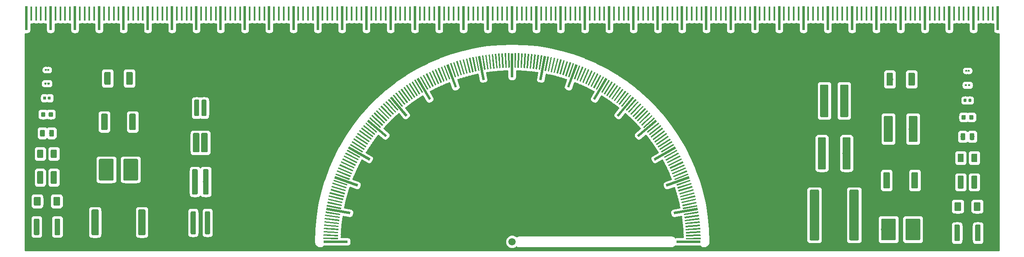
<source format=gbr>
G04 #@! TF.GenerationSoftware,KiCad,Pcbnew,5.0.2-bee76a0~70~ubuntu18.04.1*
G04 #@! TF.CreationDate,2019-01-05T21:06:59+08:00*
G04 #@! TF.ProjectId,ruler-pcb,72756c65-722d-4706-9362-2e6b69636164,rev?*
G04 #@! TF.SameCoordinates,Original*
G04 #@! TF.FileFunction,Copper,L1,Top*
G04 #@! TF.FilePolarity,Positive*
%FSLAX46Y46*%
G04 Gerber Fmt 4.6, Leading zero omitted, Abs format (unit mm)*
G04 Created by KiCad (PCBNEW 5.0.2-bee76a0~70~ubuntu18.04.1) date 2019年01月05日 星期六 21时06分59秒*
%MOMM*%
%LPD*%
G01*
G04 APERTURE LIST*
G04 #@! TA.AperFunction,SMDPad,CuDef*
%ADD10R,0.300000X3.000000*%
G04 #@! TD*
G04 #@! TA.AperFunction,SMDPad,CuDef*
%ADD11R,0.500000X5.000000*%
G04 #@! TD*
G04 #@! TA.AperFunction,SMDPad,CuDef*
%ADD12C,0.300000*%
G04 #@! TD*
G04 #@! TA.AperFunction,Conductor*
%ADD13C,0.100000*%
G04 #@! TD*
G04 #@! TA.AperFunction,SMDPad,CuDef*
%ADD14R,5.000000X0.500000*%
G04 #@! TD*
G04 #@! TA.AperFunction,SMDPad,CuDef*
%ADD15C,0.500000*%
G04 #@! TD*
G04 #@! TA.AperFunction,SMDPad,CuDef*
%ADD16C,0.400000*%
G04 #@! TD*
G04 #@! TA.AperFunction,SMDPad,CuDef*
%ADD17C,0.590000*%
G04 #@! TD*
G04 #@! TA.AperFunction,SMDPad,CuDef*
%ADD18C,0.875000*%
G04 #@! TD*
G04 #@! TA.AperFunction,SMDPad,CuDef*
%ADD19C,1.000000*%
G04 #@! TD*
G04 #@! TA.AperFunction,SMDPad,CuDef*
%ADD20C,0.975000*%
G04 #@! TD*
G04 #@! TA.AperFunction,SMDPad,CuDef*
%ADD21C,1.350000*%
G04 #@! TD*
G04 #@! TA.AperFunction,SMDPad,CuDef*
%ADD22C,1.150000*%
G04 #@! TD*
G04 #@! TA.AperFunction,SMDPad,CuDef*
%ADD23C,1.250000*%
G04 #@! TD*
G04 #@! TA.AperFunction,SMDPad,CuDef*
%ADD24C,1.050000*%
G04 #@! TD*
G04 #@! TA.AperFunction,SMDPad,CuDef*
%ADD25C,1.400000*%
G04 #@! TD*
G04 #@! TA.AperFunction,SMDPad,CuDef*
%ADD26C,1.125000*%
G04 #@! TD*
G04 #@! TA.AperFunction,SMDPad,CuDef*
%ADD27C,3.025000*%
G04 #@! TD*
G04 #@! TA.AperFunction,SMDPad,CuDef*
%ADD28C,1.475000*%
G04 #@! TD*
G04 #@! TA.AperFunction,SMDPad,CuDef*
%ADD29C,1.700000*%
G04 #@! TD*
G04 #@! TA.AperFunction,SMDPad,CuDef*
%ADD30C,1.800000*%
G04 #@! TD*
G04 #@! TA.AperFunction,SMDPad,CuDef*
%ADD31C,1.625000*%
G04 #@! TD*
G04 #@! TA.AperFunction,SMDPad,CuDef*
%ADD32C,1.925000*%
G04 #@! TD*
G04 #@! TA.AperFunction,ViaPad*
%ADD33C,1.500000*%
G04 #@! TD*
G04 #@! TA.AperFunction,NonConductor*
%ADD34C,0.254000*%
G04 #@! TD*
G04 APERTURE END LIST*
D10*
G04 #@! TO.P,REF\002A\002A,401*
G04 #@! TO.N,N/C*
X223400000Y-27200000D03*
G04 #@! TO.P,REF\002A\002A,391*
X218400000Y-27200000D03*
G04 #@! TO.P,REF\002A\002A,381*
X213400000Y-27200000D03*
G04 #@! TO.P,REF\002A\002A,371*
X208400000Y-27200000D03*
G04 #@! TO.P,REF\002A\002A,361*
X203400000Y-27200000D03*
G04 #@! TO.P,REF\002A\002A,351*
X198400000Y-27200000D03*
G04 #@! TO.P,REF\002A\002A,341*
X193400000Y-27200000D03*
G04 #@! TO.P,REF\002A\002A,331*
X188400000Y-27200000D03*
G04 #@! TO.P,REF\002A\002A,321*
X183400000Y-27200000D03*
G04 #@! TO.P,REF\002A\002A,311*
X178400000Y-27200000D03*
G04 #@! TO.P,REF\002A\002A,301*
X173400000Y-27200000D03*
G04 #@! TO.P,REF\002A\002A,291*
X168400000Y-27200000D03*
G04 #@! TO.P,REF\002A\002A,281*
X163400000Y-27200000D03*
G04 #@! TO.P,REF\002A\002A,271*
X158400000Y-27200000D03*
G04 #@! TO.P,REF\002A\002A,261*
X153400000Y-27200000D03*
G04 #@! TO.P,REF\002A\002A,251*
X148400000Y-27200000D03*
G04 #@! TO.P,REF\002A\002A,241*
X143400000Y-27200000D03*
G04 #@! TO.P,REF\002A\002A,231*
X138400000Y-27200000D03*
G04 #@! TO.P,REF\002A\002A,221*
X133400000Y-27200000D03*
G04 #@! TO.P,REF\002A\002A,211*
X128400000Y-27200000D03*
G04 #@! TO.P,REF\002A\002A,201*
X123400000Y-27200000D03*
G04 #@! TO.P,REF\002A\002A,191*
X118400000Y-27200000D03*
G04 #@! TO.P,REF\002A\002A,181*
X113400000Y-27200000D03*
G04 #@! TO.P,REF\002A\002A,171*
X108400000Y-27200000D03*
G04 #@! TO.P,REF\002A\002A,161*
X103400000Y-27200000D03*
G04 #@! TO.P,REF\002A\002A,151*
X98400000Y-27200000D03*
G04 #@! TO.P,REF\002A\002A,141*
X93400000Y-27200000D03*
G04 #@! TO.P,REF\002A\002A,131*
X88400000Y-27200000D03*
G04 #@! TO.P,REF\002A\002A,121*
X83400000Y-27200000D03*
G04 #@! TO.P,REF\002A\002A,111*
X78400000Y-27200000D03*
G04 #@! TO.P,REF\002A\002A,101*
X73400000Y-27200000D03*
G04 #@! TO.P,REF\002A\002A,91*
X68400000Y-27200000D03*
G04 #@! TO.P,REF\002A\002A,81*
X63400000Y-27200000D03*
G04 #@! TO.P,REF\002A\002A,71*
X58400000Y-27200000D03*
G04 #@! TO.P,REF\002A\002A,61*
X53400000Y-27200000D03*
G04 #@! TO.P,REF\002A\002A,51*
X48400000Y-27200000D03*
G04 #@! TO.P,REF\002A\002A,41*
X43400000Y-27200000D03*
G04 #@! TO.P,REF\002A\002A,31*
X38400000Y-27200000D03*
G04 #@! TO.P,REF\002A\002A,21*
X33400000Y-27200000D03*
G04 #@! TO.P,REF\002A\002A,401*
X222400000Y-27200000D03*
G04 #@! TO.P,REF\002A\002A,391*
X217400000Y-27200000D03*
G04 #@! TO.P,REF\002A\002A,381*
X212400000Y-27200000D03*
G04 #@! TO.P,REF\002A\002A,371*
X207400000Y-27200000D03*
G04 #@! TO.P,REF\002A\002A,361*
X202400000Y-27200000D03*
G04 #@! TO.P,REF\002A\002A,351*
X197400000Y-27200000D03*
G04 #@! TO.P,REF\002A\002A,341*
X192400000Y-27200000D03*
G04 #@! TO.P,REF\002A\002A,331*
X187400000Y-27200000D03*
G04 #@! TO.P,REF\002A\002A,321*
X182400000Y-27200000D03*
G04 #@! TO.P,REF\002A\002A,311*
X177400000Y-27200000D03*
G04 #@! TO.P,REF\002A\002A,301*
X172400000Y-27200000D03*
G04 #@! TO.P,REF\002A\002A,291*
X167400000Y-27200000D03*
G04 #@! TO.P,REF\002A\002A,281*
X162400000Y-27200000D03*
G04 #@! TO.P,REF\002A\002A,271*
X157400000Y-27200000D03*
G04 #@! TO.P,REF\002A\002A,261*
X152400000Y-27200000D03*
G04 #@! TO.P,REF\002A\002A,251*
X147400000Y-27200000D03*
G04 #@! TO.P,REF\002A\002A,241*
X142400000Y-27200000D03*
G04 #@! TO.P,REF\002A\002A,231*
X137400000Y-27200000D03*
G04 #@! TO.P,REF\002A\002A,221*
X132400000Y-27200000D03*
G04 #@! TO.P,REF\002A\002A,211*
X127400000Y-27200000D03*
G04 #@! TO.P,REF\002A\002A,201*
X122400000Y-27200000D03*
G04 #@! TO.P,REF\002A\002A,191*
X117400000Y-27200000D03*
G04 #@! TO.P,REF\002A\002A,181*
X112400000Y-27200000D03*
G04 #@! TO.P,REF\002A\002A,171*
X107400000Y-27200000D03*
G04 #@! TO.P,REF\002A\002A,161*
X102400000Y-27200000D03*
G04 #@! TO.P,REF\002A\002A,151*
X97400000Y-27200000D03*
G04 #@! TO.P,REF\002A\002A,141*
X92400000Y-27200000D03*
G04 #@! TO.P,REF\002A\002A,131*
X87400000Y-27200000D03*
G04 #@! TO.P,REF\002A\002A,121*
X82400000Y-27200000D03*
G04 #@! TO.P,REF\002A\002A,111*
X77400000Y-27200000D03*
G04 #@! TO.P,REF\002A\002A,101*
X72400000Y-27200000D03*
G04 #@! TO.P,REF\002A\002A,91*
X67400000Y-27200000D03*
G04 #@! TO.P,REF\002A\002A,81*
X62400000Y-27200000D03*
G04 #@! TO.P,REF\002A\002A,71*
X57400000Y-27200000D03*
G04 #@! TO.P,REF\002A\002A,61*
X52400000Y-27200000D03*
G04 #@! TO.P,REF\002A\002A,51*
X47400000Y-27200000D03*
G04 #@! TO.P,REF\002A\002A,41*
X42400000Y-27200000D03*
G04 #@! TO.P,REF\002A\002A,31*
X37400000Y-27200000D03*
G04 #@! TO.P,REF\002A\002A,21*
X32400000Y-27200000D03*
G04 #@! TO.P,REF\002A\002A,401*
X221400000Y-27200000D03*
G04 #@! TO.P,REF\002A\002A,391*
X216400000Y-27200000D03*
G04 #@! TO.P,REF\002A\002A,381*
X211400000Y-27200000D03*
G04 #@! TO.P,REF\002A\002A,371*
X206400000Y-27200000D03*
G04 #@! TO.P,REF\002A\002A,361*
X201400000Y-27200000D03*
G04 #@! TO.P,REF\002A\002A,351*
X196400000Y-27200000D03*
G04 #@! TO.P,REF\002A\002A,341*
X191400000Y-27200000D03*
G04 #@! TO.P,REF\002A\002A,331*
X186400000Y-27200000D03*
G04 #@! TO.P,REF\002A\002A,321*
X181400000Y-27200000D03*
G04 #@! TO.P,REF\002A\002A,311*
X176400000Y-27200000D03*
G04 #@! TO.P,REF\002A\002A,301*
X171400000Y-27200000D03*
G04 #@! TO.P,REF\002A\002A,291*
X166400000Y-27200000D03*
G04 #@! TO.P,REF\002A\002A,281*
X161400000Y-27200000D03*
G04 #@! TO.P,REF\002A\002A,271*
X156400000Y-27200000D03*
G04 #@! TO.P,REF\002A\002A,261*
X151400000Y-27200000D03*
G04 #@! TO.P,REF\002A\002A,251*
X146400000Y-27200000D03*
G04 #@! TO.P,REF\002A\002A,241*
X141400000Y-27200000D03*
G04 #@! TO.P,REF\002A\002A,231*
X136400000Y-27200000D03*
G04 #@! TO.P,REF\002A\002A,221*
X131400000Y-27200000D03*
G04 #@! TO.P,REF\002A\002A,211*
X126400000Y-27200000D03*
G04 #@! TO.P,REF\002A\002A,201*
X121400000Y-27200000D03*
G04 #@! TO.P,REF\002A\002A,191*
X116400000Y-27200000D03*
G04 #@! TO.P,REF\002A\002A,181*
X111400000Y-27200000D03*
G04 #@! TO.P,REF\002A\002A,171*
X106400000Y-27200000D03*
G04 #@! TO.P,REF\002A\002A,161*
X101400000Y-27200000D03*
G04 #@! TO.P,REF\002A\002A,151*
X96400000Y-27200000D03*
G04 #@! TO.P,REF\002A\002A,141*
X91400000Y-27200000D03*
G04 #@! TO.P,REF\002A\002A,131*
X86400000Y-27200000D03*
G04 #@! TO.P,REF\002A\002A,121*
X81400000Y-27200000D03*
G04 #@! TO.P,REF\002A\002A,111*
X76400000Y-27200000D03*
G04 #@! TO.P,REF\002A\002A,101*
X71400000Y-27200000D03*
G04 #@! TO.P,REF\002A\002A,91*
X66400000Y-27200000D03*
G04 #@! TO.P,REF\002A\002A,81*
X61400000Y-27200000D03*
G04 #@! TO.P,REF\002A\002A,71*
X56400000Y-27200000D03*
G04 #@! TO.P,REF\002A\002A,61*
X51400000Y-27200000D03*
G04 #@! TO.P,REF\002A\002A,51*
X46400000Y-27200000D03*
G04 #@! TO.P,REF\002A\002A,41*
X41400000Y-27200000D03*
G04 #@! TO.P,REF\002A\002A,31*
X36400000Y-27200000D03*
G04 #@! TO.P,REF\002A\002A,21*
X31400000Y-27200000D03*
G04 #@! TO.P,REF\002A\002A,401*
X224400000Y-27200000D03*
G04 #@! TO.P,REF\002A\002A,391*
X219400000Y-27200000D03*
G04 #@! TO.P,REF\002A\002A,381*
X214400000Y-27200000D03*
G04 #@! TO.P,REF\002A\002A,371*
X209400000Y-27200000D03*
G04 #@! TO.P,REF\002A\002A,361*
X204400000Y-27200000D03*
G04 #@! TO.P,REF\002A\002A,351*
X199400000Y-27200000D03*
G04 #@! TO.P,REF\002A\002A,341*
X194400000Y-27200000D03*
G04 #@! TO.P,REF\002A\002A,331*
X189400000Y-27200000D03*
G04 #@! TO.P,REF\002A\002A,321*
X184400000Y-27200000D03*
G04 #@! TO.P,REF\002A\002A,311*
X179400000Y-27200000D03*
G04 #@! TO.P,REF\002A\002A,301*
X174400000Y-27200000D03*
G04 #@! TO.P,REF\002A\002A,291*
X169400000Y-27200000D03*
G04 #@! TO.P,REF\002A\002A,281*
X164400000Y-27200000D03*
G04 #@! TO.P,REF\002A\002A,271*
X159400000Y-27200000D03*
G04 #@! TO.P,REF\002A\002A,261*
X154400000Y-27200000D03*
G04 #@! TO.P,REF\002A\002A,251*
X149400000Y-27200000D03*
G04 #@! TO.P,REF\002A\002A,241*
X144400000Y-27200000D03*
G04 #@! TO.P,REF\002A\002A,231*
X139400000Y-27200000D03*
G04 #@! TO.P,REF\002A\002A,221*
X134400000Y-27200000D03*
G04 #@! TO.P,REF\002A\002A,211*
X129400000Y-27200000D03*
G04 #@! TO.P,REF\002A\002A,201*
X124400000Y-27200000D03*
G04 #@! TO.P,REF\002A\002A,191*
X119400000Y-27200000D03*
G04 #@! TO.P,REF\002A\002A,181*
X114400000Y-27200000D03*
G04 #@! TO.P,REF\002A\002A,171*
X109400000Y-27200000D03*
G04 #@! TO.P,REF\002A\002A,161*
X104400000Y-27200000D03*
G04 #@! TO.P,REF\002A\002A,151*
X99400000Y-27200000D03*
G04 #@! TO.P,REF\002A\002A,141*
X94400000Y-27200000D03*
G04 #@! TO.P,REF\002A\002A,131*
X89400000Y-27200000D03*
G04 #@! TO.P,REF\002A\002A,121*
X84400000Y-27200000D03*
G04 #@! TO.P,REF\002A\002A,111*
X79400000Y-27200000D03*
G04 #@! TO.P,REF\002A\002A,101*
X74400000Y-27200000D03*
G04 #@! TO.P,REF\002A\002A,91*
X69400000Y-27200000D03*
G04 #@! TO.P,REF\002A\002A,81*
X64400000Y-27200000D03*
G04 #@! TO.P,REF\002A\002A,71*
X59400000Y-27200000D03*
G04 #@! TO.P,REF\002A\002A,61*
X54400000Y-27200000D03*
G04 #@! TO.P,REF\002A\002A,51*
X49400000Y-27200000D03*
G04 #@! TO.P,REF\002A\002A,41*
X44400000Y-27200000D03*
G04 #@! TO.P,REF\002A\002A,31*
X39400000Y-27200000D03*
G04 #@! TO.P,REF\002A\002A,21*
X34400000Y-27200000D03*
G04 #@! TO.P,REF\002A\002A,41*
X29400000Y-27200000D03*
G04 #@! TO.P,REF\002A\002A,31*
X28400000Y-27200000D03*
G04 #@! TO.P,REF\002A\002A,21*
X27400000Y-27200000D03*
G04 #@! TO.P,REF\002A\002A,1*
X26400000Y-27200000D03*
D11*
G04 #@! TO.P,REF\002A\002A,411*
X225400000Y-28200000D03*
G04 #@! TO.P,REF\002A\002A,401*
X220400000Y-28200000D03*
G04 #@! TO.P,REF\002A\002A,391*
X215400000Y-28200000D03*
G04 #@! TO.P,REF\002A\002A,381*
X210400000Y-28200000D03*
G04 #@! TO.P,REF\002A\002A,371*
X205400000Y-28200000D03*
G04 #@! TO.P,REF\002A\002A,361*
X200400000Y-28200000D03*
G04 #@! TO.P,REF\002A\002A,351*
X195400000Y-28200000D03*
G04 #@! TO.P,REF\002A\002A,341*
X190400000Y-28200000D03*
G04 #@! TO.P,REF\002A\002A,331*
X185400000Y-28200000D03*
G04 #@! TO.P,REF\002A\002A,321*
X180400000Y-28200000D03*
G04 #@! TO.P,REF\002A\002A,311*
X175400000Y-28200000D03*
G04 #@! TO.P,REF\002A\002A,301*
X170400000Y-28200000D03*
G04 #@! TO.P,REF\002A\002A,291*
X165400000Y-28200000D03*
G04 #@! TO.P,REF\002A\002A,281*
X160400000Y-28200000D03*
G04 #@! TO.P,REF\002A\002A,271*
X155400000Y-28200000D03*
G04 #@! TO.P,REF\002A\002A,261*
X150400000Y-28200000D03*
G04 #@! TO.P,REF\002A\002A,251*
X145400000Y-28200000D03*
G04 #@! TO.P,REF\002A\002A,241*
X140400000Y-28200000D03*
G04 #@! TO.P,REF\002A\002A,231*
X135400000Y-28200000D03*
G04 #@! TO.P,REF\002A\002A,221*
X130400000Y-28200000D03*
G04 #@! TO.P,REF\002A\002A,211*
X125400000Y-28200000D03*
G04 #@! TO.P,REF\002A\002A,201*
X120400000Y-28200000D03*
G04 #@! TO.P,REF\002A\002A,191*
X115400000Y-28200000D03*
G04 #@! TO.P,REF\002A\002A,181*
X110400000Y-28200000D03*
G04 #@! TO.P,REF\002A\002A,171*
X105400000Y-28200000D03*
G04 #@! TO.P,REF\002A\002A,161*
X100400000Y-28200000D03*
G04 #@! TO.P,REF\002A\002A,151*
X95400000Y-28200000D03*
G04 #@! TO.P,REF\002A\002A,141*
X90400000Y-28200000D03*
G04 #@! TO.P,REF\002A\002A,131*
X85400000Y-28200000D03*
G04 #@! TO.P,REF\002A\002A,121*
X80400000Y-28200000D03*
G04 #@! TO.P,REF\002A\002A,111*
X75400000Y-28200000D03*
G04 #@! TO.P,REF\002A\002A,101*
X70400000Y-28200000D03*
G04 #@! TO.P,REF\002A\002A,91*
X65400000Y-28200000D03*
G04 #@! TO.P,REF\002A\002A,81*
X60400000Y-28200000D03*
G04 #@! TO.P,REF\002A\002A,71*
X55400000Y-28200000D03*
G04 #@! TO.P,REF\002A\002A,61*
X50400000Y-28200000D03*
G04 #@! TO.P,REF\002A\002A,51*
X45400000Y-28200000D03*
G04 #@! TO.P,REF\002A\002A,41*
X40400000Y-28200000D03*
G04 #@! TO.P,REF\002A\002A,31*
X35400000Y-28200000D03*
G04 #@! TO.P,REF\002A\002A,21*
X30400000Y-28200000D03*
G04 #@! TO.P,REF\002A\002A,1*
X25400000Y-28200000D03*
G04 #@! TD*
G04 #@! TO.P,REF\002A\002A,1*
G04 #@! TO.N,N/C*
X25400000Y-28200000D03*
G04 #@! TO.P,REF\002A\002A,21*
X30400000Y-28200000D03*
G04 #@! TO.P,REF\002A\002A,31*
X35400000Y-28200000D03*
G04 #@! TO.P,REF\002A\002A,41*
X40400000Y-28200000D03*
G04 #@! TO.P,REF\002A\002A,51*
X45400000Y-28200000D03*
G04 #@! TO.P,REF\002A\002A,61*
X50400000Y-28200000D03*
G04 #@! TO.P,REF\002A\002A,71*
X55400000Y-28200000D03*
G04 #@! TO.P,REF\002A\002A,81*
X60400000Y-28200000D03*
G04 #@! TO.P,REF\002A\002A,91*
X65400000Y-28200000D03*
G04 #@! TO.P,REF\002A\002A,101*
X70400000Y-28200000D03*
G04 #@! TO.P,REF\002A\002A,111*
X75400000Y-28200000D03*
G04 #@! TO.P,REF\002A\002A,121*
X80400000Y-28200000D03*
G04 #@! TO.P,REF\002A\002A,131*
X85400000Y-28200000D03*
G04 #@! TO.P,REF\002A\002A,141*
X90400000Y-28200000D03*
G04 #@! TO.P,REF\002A\002A,151*
X95400000Y-28200000D03*
G04 #@! TO.P,REF\002A\002A,161*
X100400000Y-28200000D03*
G04 #@! TO.P,REF\002A\002A,171*
X105400000Y-28200000D03*
G04 #@! TO.P,REF\002A\002A,181*
X110400000Y-28200000D03*
G04 #@! TO.P,REF\002A\002A,191*
X115400000Y-28200000D03*
G04 #@! TO.P,REF\002A\002A,201*
X120400000Y-28200000D03*
G04 #@! TO.P,REF\002A\002A,211*
X125400000Y-28200000D03*
G04 #@! TO.P,REF\002A\002A,221*
X130400000Y-28200000D03*
G04 #@! TO.P,REF\002A\002A,231*
X135400000Y-28200000D03*
G04 #@! TO.P,REF\002A\002A,241*
X140400000Y-28200000D03*
G04 #@! TO.P,REF\002A\002A,251*
X145400000Y-28200000D03*
G04 #@! TO.P,REF\002A\002A,261*
X150400000Y-28200000D03*
G04 #@! TO.P,REF\002A\002A,271*
X155400000Y-28200000D03*
G04 #@! TO.P,REF\002A\002A,281*
X160400000Y-28200000D03*
G04 #@! TO.P,REF\002A\002A,291*
X165400000Y-28200000D03*
G04 #@! TO.P,REF\002A\002A,301*
X170400000Y-28200000D03*
G04 #@! TO.P,REF\002A\002A,311*
X175400000Y-28200000D03*
G04 #@! TO.P,REF\002A\002A,321*
X180400000Y-28200000D03*
G04 #@! TO.P,REF\002A\002A,331*
X185400000Y-28200000D03*
G04 #@! TO.P,REF\002A\002A,341*
X190400000Y-28200000D03*
G04 #@! TO.P,REF\002A\002A,351*
X195400000Y-28200000D03*
G04 #@! TO.P,REF\002A\002A,361*
X200400000Y-28200000D03*
G04 #@! TO.P,REF\002A\002A,371*
X205400000Y-28200000D03*
G04 #@! TO.P,REF\002A\002A,381*
X210400000Y-28200000D03*
G04 #@! TO.P,REF\002A\002A,391*
X215400000Y-28200000D03*
G04 #@! TO.P,REF\002A\002A,401*
X220400000Y-28200000D03*
G04 #@! TO.P,REF\002A\002A,411*
X225400000Y-28200000D03*
D10*
G04 #@! TO.P,REF\002A\002A,1*
X26400000Y-27200000D03*
G04 #@! TO.P,REF\002A\002A,21*
X27400000Y-27200000D03*
G04 #@! TO.P,REF\002A\002A,31*
X28400000Y-27200000D03*
G04 #@! TO.P,REF\002A\002A,41*
X29400000Y-27200000D03*
G04 #@! TO.P,REF\002A\002A,21*
X34400000Y-27200000D03*
G04 #@! TO.P,REF\002A\002A,31*
X39400000Y-27200000D03*
G04 #@! TO.P,REF\002A\002A,41*
X44400000Y-27200000D03*
G04 #@! TO.P,REF\002A\002A,51*
X49400000Y-27200000D03*
G04 #@! TO.P,REF\002A\002A,61*
X54400000Y-27200000D03*
G04 #@! TO.P,REF\002A\002A,71*
X59400000Y-27200000D03*
G04 #@! TO.P,REF\002A\002A,81*
X64400000Y-27200000D03*
G04 #@! TO.P,REF\002A\002A,91*
X69400000Y-27200000D03*
G04 #@! TO.P,REF\002A\002A,101*
X74400000Y-27200000D03*
G04 #@! TO.P,REF\002A\002A,111*
X79400000Y-27200000D03*
G04 #@! TO.P,REF\002A\002A,121*
X84400000Y-27200000D03*
G04 #@! TO.P,REF\002A\002A,131*
X89400000Y-27200000D03*
G04 #@! TO.P,REF\002A\002A,141*
X94400000Y-27200000D03*
G04 #@! TO.P,REF\002A\002A,151*
X99400000Y-27200000D03*
G04 #@! TO.P,REF\002A\002A,161*
X104400000Y-27200000D03*
G04 #@! TO.P,REF\002A\002A,171*
X109400000Y-27200000D03*
G04 #@! TO.P,REF\002A\002A,181*
X114400000Y-27200000D03*
G04 #@! TO.P,REF\002A\002A,191*
X119400000Y-27200000D03*
G04 #@! TO.P,REF\002A\002A,201*
X124400000Y-27200000D03*
G04 #@! TO.P,REF\002A\002A,211*
X129400000Y-27200000D03*
G04 #@! TO.P,REF\002A\002A,221*
X134400000Y-27200000D03*
G04 #@! TO.P,REF\002A\002A,231*
X139400000Y-27200000D03*
G04 #@! TO.P,REF\002A\002A,241*
X144400000Y-27200000D03*
G04 #@! TO.P,REF\002A\002A,251*
X149400000Y-27200000D03*
G04 #@! TO.P,REF\002A\002A,261*
X154400000Y-27200000D03*
G04 #@! TO.P,REF\002A\002A,271*
X159400000Y-27200000D03*
G04 #@! TO.P,REF\002A\002A,281*
X164400000Y-27200000D03*
G04 #@! TO.P,REF\002A\002A,291*
X169400000Y-27200000D03*
G04 #@! TO.P,REF\002A\002A,301*
X174400000Y-27200000D03*
G04 #@! TO.P,REF\002A\002A,311*
X179400000Y-27200000D03*
G04 #@! TO.P,REF\002A\002A,321*
X184400000Y-27200000D03*
G04 #@! TO.P,REF\002A\002A,331*
X189400000Y-27200000D03*
G04 #@! TO.P,REF\002A\002A,341*
X194400000Y-27200000D03*
G04 #@! TO.P,REF\002A\002A,351*
X199400000Y-27200000D03*
G04 #@! TO.P,REF\002A\002A,361*
X204400000Y-27200000D03*
G04 #@! TO.P,REF\002A\002A,371*
X209400000Y-27200000D03*
G04 #@! TO.P,REF\002A\002A,381*
X214400000Y-27200000D03*
G04 #@! TO.P,REF\002A\002A,391*
X219400000Y-27200000D03*
G04 #@! TO.P,REF\002A\002A,401*
X224400000Y-27200000D03*
G04 #@! TO.P,REF\002A\002A,21*
X31400000Y-27200000D03*
G04 #@! TO.P,REF\002A\002A,31*
X36400000Y-27200000D03*
G04 #@! TO.P,REF\002A\002A,41*
X41400000Y-27200000D03*
G04 #@! TO.P,REF\002A\002A,51*
X46400000Y-27200000D03*
G04 #@! TO.P,REF\002A\002A,61*
X51400000Y-27200000D03*
G04 #@! TO.P,REF\002A\002A,71*
X56400000Y-27200000D03*
G04 #@! TO.P,REF\002A\002A,81*
X61400000Y-27200000D03*
G04 #@! TO.P,REF\002A\002A,91*
X66400000Y-27200000D03*
G04 #@! TO.P,REF\002A\002A,101*
X71400000Y-27200000D03*
G04 #@! TO.P,REF\002A\002A,111*
X76400000Y-27200000D03*
G04 #@! TO.P,REF\002A\002A,121*
X81400000Y-27200000D03*
G04 #@! TO.P,REF\002A\002A,131*
X86400000Y-27200000D03*
G04 #@! TO.P,REF\002A\002A,141*
X91400000Y-27200000D03*
G04 #@! TO.P,REF\002A\002A,151*
X96400000Y-27200000D03*
G04 #@! TO.P,REF\002A\002A,161*
X101400000Y-27200000D03*
G04 #@! TO.P,REF\002A\002A,171*
X106400000Y-27200000D03*
G04 #@! TO.P,REF\002A\002A,181*
X111400000Y-27200000D03*
G04 #@! TO.P,REF\002A\002A,191*
X116400000Y-27200000D03*
G04 #@! TO.P,REF\002A\002A,201*
X121400000Y-27200000D03*
G04 #@! TO.P,REF\002A\002A,211*
X126400000Y-27200000D03*
G04 #@! TO.P,REF\002A\002A,221*
X131400000Y-27200000D03*
G04 #@! TO.P,REF\002A\002A,231*
X136400000Y-27200000D03*
G04 #@! TO.P,REF\002A\002A,241*
X141400000Y-27200000D03*
G04 #@! TO.P,REF\002A\002A,251*
X146400000Y-27200000D03*
G04 #@! TO.P,REF\002A\002A,261*
X151400000Y-27200000D03*
G04 #@! TO.P,REF\002A\002A,271*
X156400000Y-27200000D03*
G04 #@! TO.P,REF\002A\002A,281*
X161400000Y-27200000D03*
G04 #@! TO.P,REF\002A\002A,291*
X166400000Y-27200000D03*
G04 #@! TO.P,REF\002A\002A,301*
X171400000Y-27200000D03*
G04 #@! TO.P,REF\002A\002A,311*
X176400000Y-27200000D03*
G04 #@! TO.P,REF\002A\002A,321*
X181400000Y-27200000D03*
G04 #@! TO.P,REF\002A\002A,331*
X186400000Y-27200000D03*
G04 #@! TO.P,REF\002A\002A,341*
X191400000Y-27200000D03*
G04 #@! TO.P,REF\002A\002A,351*
X196400000Y-27200000D03*
G04 #@! TO.P,REF\002A\002A,361*
X201400000Y-27200000D03*
G04 #@! TO.P,REF\002A\002A,371*
X206400000Y-27200000D03*
G04 #@! TO.P,REF\002A\002A,381*
X211400000Y-27200000D03*
G04 #@! TO.P,REF\002A\002A,391*
X216400000Y-27200000D03*
G04 #@! TO.P,REF\002A\002A,401*
X221400000Y-27200000D03*
G04 #@! TO.P,REF\002A\002A,21*
X32400000Y-27200000D03*
G04 #@! TO.P,REF\002A\002A,31*
X37400000Y-27200000D03*
G04 #@! TO.P,REF\002A\002A,41*
X42400000Y-27200000D03*
G04 #@! TO.P,REF\002A\002A,51*
X47400000Y-27200000D03*
G04 #@! TO.P,REF\002A\002A,61*
X52400000Y-27200000D03*
G04 #@! TO.P,REF\002A\002A,71*
X57400000Y-27200000D03*
G04 #@! TO.P,REF\002A\002A,81*
X62400000Y-27200000D03*
G04 #@! TO.P,REF\002A\002A,91*
X67400000Y-27200000D03*
G04 #@! TO.P,REF\002A\002A,101*
X72400000Y-27200000D03*
G04 #@! TO.P,REF\002A\002A,111*
X77400000Y-27200000D03*
G04 #@! TO.P,REF\002A\002A,121*
X82400000Y-27200000D03*
G04 #@! TO.P,REF\002A\002A,131*
X87400000Y-27200000D03*
G04 #@! TO.P,REF\002A\002A,141*
X92400000Y-27200000D03*
G04 #@! TO.P,REF\002A\002A,151*
X97400000Y-27200000D03*
G04 #@! TO.P,REF\002A\002A,161*
X102400000Y-27200000D03*
G04 #@! TO.P,REF\002A\002A,171*
X107400000Y-27200000D03*
G04 #@! TO.P,REF\002A\002A,181*
X112400000Y-27200000D03*
G04 #@! TO.P,REF\002A\002A,191*
X117400000Y-27200000D03*
G04 #@! TO.P,REF\002A\002A,201*
X122400000Y-27200000D03*
G04 #@! TO.P,REF\002A\002A,211*
X127400000Y-27200000D03*
G04 #@! TO.P,REF\002A\002A,221*
X132400000Y-27200000D03*
G04 #@! TO.P,REF\002A\002A,231*
X137400000Y-27200000D03*
G04 #@! TO.P,REF\002A\002A,241*
X142400000Y-27200000D03*
G04 #@! TO.P,REF\002A\002A,251*
X147400000Y-27200000D03*
G04 #@! TO.P,REF\002A\002A,261*
X152400000Y-27200000D03*
G04 #@! TO.P,REF\002A\002A,271*
X157400000Y-27200000D03*
G04 #@! TO.P,REF\002A\002A,281*
X162400000Y-27200000D03*
G04 #@! TO.P,REF\002A\002A,291*
X167400000Y-27200000D03*
G04 #@! TO.P,REF\002A\002A,301*
X172400000Y-27200000D03*
G04 #@! TO.P,REF\002A\002A,311*
X177400000Y-27200000D03*
G04 #@! TO.P,REF\002A\002A,321*
X182400000Y-27200000D03*
G04 #@! TO.P,REF\002A\002A,331*
X187400000Y-27200000D03*
G04 #@! TO.P,REF\002A\002A,341*
X192400000Y-27200000D03*
G04 #@! TO.P,REF\002A\002A,351*
X197400000Y-27200000D03*
G04 #@! TO.P,REF\002A\002A,361*
X202400000Y-27200000D03*
G04 #@! TO.P,REF\002A\002A,371*
X207400000Y-27200000D03*
G04 #@! TO.P,REF\002A\002A,381*
X212400000Y-27200000D03*
G04 #@! TO.P,REF\002A\002A,391*
X217400000Y-27200000D03*
G04 #@! TO.P,REF\002A\002A,401*
X222400000Y-27200000D03*
G04 #@! TO.P,REF\002A\002A,21*
X33400000Y-27200000D03*
G04 #@! TO.P,REF\002A\002A,31*
X38400000Y-27200000D03*
G04 #@! TO.P,REF\002A\002A,41*
X43400000Y-27200000D03*
G04 #@! TO.P,REF\002A\002A,51*
X48400000Y-27200000D03*
G04 #@! TO.P,REF\002A\002A,61*
X53400000Y-27200000D03*
G04 #@! TO.P,REF\002A\002A,71*
X58400000Y-27200000D03*
G04 #@! TO.P,REF\002A\002A,81*
X63400000Y-27200000D03*
G04 #@! TO.P,REF\002A\002A,91*
X68400000Y-27200000D03*
G04 #@! TO.P,REF\002A\002A,101*
X73400000Y-27200000D03*
G04 #@! TO.P,REF\002A\002A,111*
X78400000Y-27200000D03*
G04 #@! TO.P,REF\002A\002A,121*
X83400000Y-27200000D03*
G04 #@! TO.P,REF\002A\002A,131*
X88400000Y-27200000D03*
G04 #@! TO.P,REF\002A\002A,141*
X93400000Y-27200000D03*
G04 #@! TO.P,REF\002A\002A,151*
X98400000Y-27200000D03*
G04 #@! TO.P,REF\002A\002A,161*
X103400000Y-27200000D03*
G04 #@! TO.P,REF\002A\002A,171*
X108400000Y-27200000D03*
G04 #@! TO.P,REF\002A\002A,181*
X113400000Y-27200000D03*
G04 #@! TO.P,REF\002A\002A,191*
X118400000Y-27200000D03*
G04 #@! TO.P,REF\002A\002A,201*
X123400000Y-27200000D03*
G04 #@! TO.P,REF\002A\002A,211*
X128400000Y-27200000D03*
G04 #@! TO.P,REF\002A\002A,221*
X133400000Y-27200000D03*
G04 #@! TO.P,REF\002A\002A,231*
X138400000Y-27200000D03*
G04 #@! TO.P,REF\002A\002A,241*
X143400000Y-27200000D03*
G04 #@! TO.P,REF\002A\002A,251*
X148400000Y-27200000D03*
G04 #@! TO.P,REF\002A\002A,261*
X153400000Y-27200000D03*
G04 #@! TO.P,REF\002A\002A,271*
X158400000Y-27200000D03*
G04 #@! TO.P,REF\002A\002A,281*
X163400000Y-27200000D03*
G04 #@! TO.P,REF\002A\002A,291*
X168400000Y-27200000D03*
G04 #@! TO.P,REF\002A\002A,301*
X173400000Y-27200000D03*
G04 #@! TO.P,REF\002A\002A,311*
X178400000Y-27200000D03*
G04 #@! TO.P,REF\002A\002A,321*
X183400000Y-27200000D03*
G04 #@! TO.P,REF\002A\002A,331*
X188400000Y-27200000D03*
G04 #@! TO.P,REF\002A\002A,341*
X193400000Y-27200000D03*
G04 #@! TO.P,REF\002A\002A,351*
X198400000Y-27200000D03*
G04 #@! TO.P,REF\002A\002A,361*
X203400000Y-27200000D03*
G04 #@! TO.P,REF\002A\002A,371*
X208400000Y-27200000D03*
G04 #@! TO.P,REF\002A\002A,381*
X213400000Y-27200000D03*
G04 #@! TO.P,REF\002A\002A,391*
X218400000Y-27200000D03*
G04 #@! TO.P,REF\002A\002A,401*
X223400000Y-27200000D03*
G04 #@! TD*
D12*
G04 #@! TO.P,REF\002A\002A,6*
G04 #@! TO.N,N/C*
X88062623Y-73530442D03*
D13*
G04 #@! TD*
G04 #@! TO.N,N/C*
G04 #@! TO.C,REF\002A\002A*
G36*
X89565012Y-73406643D02*
X89559777Y-73706598D01*
X86560234Y-73654241D01*
X86565469Y-73354286D01*
X89565012Y-73406643D01*
X89565012Y-73406643D01*
G37*
D12*
G04 #@! TO.P,REF\002A\002A,6*
G04 #@! TO.N,N/C*
X88746129Y-67057047D03*
D13*
G04 #@! TD*
G04 #@! TO.N,N/C*
G04 #@! TO.C,REF\002A\002A*
G36*
X90247191Y-67196016D02*
X90189948Y-67490505D01*
X87245067Y-66918078D01*
X87302310Y-66623589D01*
X90247191Y-67196016D01*
X90247191Y-67196016D01*
G37*
D12*
G04 #@! TO.P,REF\002A\002A,6*
G04 #@! TO.N,N/C*
X90543344Y-60800687D03*
D13*
G04 #@! TD*
G04 #@! TO.N,N/C*
G04 #@! TO.C,REF\002A\002A*
G36*
X91997470Y-61198202D02*
X91889959Y-61478276D01*
X89089218Y-60403172D01*
X89196729Y-60123098D01*
X91997470Y-61198202D01*
X91997470Y-61198202D01*
G37*
D12*
G04 #@! TO.P,REF\002A\002A,6*
G04 #@! TO.N,N/C*
X93399662Y-54951458D03*
D13*
G04 #@! TD*
G04 #@! TO.N,N/C*
G04 #@! TO.C,REF\002A\002A*
G36*
X94762669Y-55595440D02*
X94608157Y-55852590D01*
X92036655Y-54307476D01*
X92191167Y-54050326D01*
X94762669Y-55595440D01*
X94762669Y-55595440D01*
G37*
D12*
G04 #@! TO.P,REF\002A\002A,6*
G04 #@! TO.N,N/C*
X97228293Y-49687086D03*
D13*
G04 #@! TD*
G04 #@! TO.N,N/C*
G04 #@! TO.C,REF\002A\002A*
G36*
X98458766Y-50557968D02*
X98261949Y-50784381D01*
X95997820Y-48816204D01*
X96194637Y-48589791D01*
X98458766Y-50557968D01*
X98458766Y-50557968D01*
G37*
D12*
G04 #@! TO.P,REF\002A\002A,6*
G04 #@! TO.N,N/C*
X101912907Y-45167526D03*
D13*
G04 #@! TD*
G04 #@! TO.N,N/C*
G04 #@! TO.C,REF\002A\002A*
G36*
X102973459Y-46238847D02*
X102740316Y-46427643D01*
X100852355Y-44096205D01*
X101085498Y-43907409D01*
X102973459Y-46238847D01*
X102973459Y-46238847D01*
G37*
D12*
G04 #@! TO.P,REF\002A\002A,6*
G04 #@! TO.N,N/C*
X107311165Y-41530104D03*
D13*
G04 #@! TD*
G04 #@! TO.N,N/C*
G04 #@! TO.C,REF\002A\002A*
G36*
X108169572Y-42769312D02*
X107907186Y-42914755D01*
X106452758Y-40290896D01*
X106715144Y-40145453D01*
X108169572Y-42769312D01*
X108169572Y-42769312D01*
G37*
D12*
G04 #@! TO.P,REF\002A\002A,6*
G04 #@! TO.N,N/C*
X113259043Y-38885340D03*
D13*
G04 #@! TD*
G04 #@! TO.N,N/C*
G04 #@! TO.C,REF\002A\002A*
G36*
X113889223Y-40254783D02*
X113605567Y-40352453D01*
X112628863Y-37515897D01*
X112912519Y-37418227D01*
X113889223Y-40254783D01*
X113889223Y-40254783D01*
G37*
D12*
G04 #@! TO.P,REF\002A\002A,6*
G04 #@! TO.N,N/C*
X119575818Y-37313594D03*
D13*
G04 #@! TD*
G04 #@! TO.N,N/C*
G04 #@! TO.C,REF\002A\002A*
G36*
X119958623Y-38771661D02*
X119662316Y-38818592D01*
X119193013Y-35855527D01*
X119489320Y-35808596D01*
X119958623Y-38771661D01*
X119958623Y-38771661D01*
G37*
D12*
G04 #@! TO.P,REF\002A\002A,6*
G04 #@! TO.N,N/C*
X126069558Y-36862623D03*
D13*
G04 #@! TD*
G04 #@! TO.N,N/C*
G04 #@! TO.C,REF\002A\002A*
G36*
X126193357Y-38365012D02*
X125893402Y-38359777D01*
X125945759Y-35360234D01*
X126245714Y-35365469D01*
X126193357Y-38365012D01*
X126193357Y-38365012D01*
G37*
D12*
G04 #@! TO.P,REF\002A\002A,6*
G04 #@! TO.N,N/C*
X132542953Y-37546129D03*
D13*
G04 #@! TD*
G04 #@! TO.N,N/C*
G04 #@! TO.C,REF\002A\002A*
G36*
X132403984Y-39047191D02*
X132109495Y-38989948D01*
X132681922Y-36045067D01*
X132976411Y-36102310D01*
X132403984Y-39047191D01*
X132403984Y-39047191D01*
G37*
D12*
G04 #@! TO.P,REF\002A\002A,6*
G04 #@! TO.N,N/C*
X138799313Y-39343344D03*
D13*
G04 #@! TD*
G04 #@! TO.N,N/C*
G04 #@! TO.C,REF\002A\002A*
G36*
X138401798Y-40797470D02*
X138121724Y-40689959D01*
X139196828Y-37889218D01*
X139476902Y-37996729D01*
X138401798Y-40797470D01*
X138401798Y-40797470D01*
G37*
D12*
G04 #@! TO.P,REF\002A\002A,6*
G04 #@! TO.N,N/C*
X144648542Y-42199662D03*
D13*
G04 #@! TD*
G04 #@! TO.N,N/C*
G04 #@! TO.C,REF\002A\002A*
G36*
X144004560Y-43562669D02*
X143747410Y-43408157D01*
X145292524Y-40836655D01*
X145549674Y-40991167D01*
X144004560Y-43562669D01*
X144004560Y-43562669D01*
G37*
D12*
G04 #@! TO.P,REF\002A\002A,6*
G04 #@! TO.N,N/C*
X149912914Y-46028293D03*
D13*
G04 #@! TD*
G04 #@! TO.N,N/C*
G04 #@! TO.C,REF\002A\002A*
G36*
X149042032Y-47258766D02*
X148815619Y-47061949D01*
X150783796Y-44797820D01*
X151010209Y-44994637D01*
X149042032Y-47258766D01*
X149042032Y-47258766D01*
G37*
D12*
G04 #@! TO.P,REF\002A\002A,6*
G04 #@! TO.N,N/C*
X154432474Y-50712907D03*
D13*
G04 #@! TD*
G04 #@! TO.N,N/C*
G04 #@! TO.C,REF\002A\002A*
G36*
X153361153Y-51773459D02*
X153172357Y-51540316D01*
X155503795Y-49652355D01*
X155692591Y-49885498D01*
X153361153Y-51773459D01*
X153361153Y-51773459D01*
G37*
D12*
G04 #@! TO.P,REF\002A\002A,6*
G04 #@! TO.N,N/C*
X158069896Y-56111165D03*
D13*
G04 #@! TD*
G04 #@! TO.N,N/C*
G04 #@! TO.C,REF\002A\002A*
G36*
X156830688Y-56969572D02*
X156685245Y-56707186D01*
X159309104Y-55252758D01*
X159454547Y-55515144D01*
X156830688Y-56969572D01*
X156830688Y-56969572D01*
G37*
D12*
G04 #@! TO.P,REF\002A\002A,6*
G04 #@! TO.N,N/C*
X160714660Y-62059043D03*
D13*
G04 #@! TD*
G04 #@! TO.N,N/C*
G04 #@! TO.C,REF\002A\002A*
G36*
X159345217Y-62689223D02*
X159247547Y-62405567D01*
X162084103Y-61428863D01*
X162181773Y-61712519D01*
X159345217Y-62689223D01*
X159345217Y-62689223D01*
G37*
D12*
G04 #@! TO.P,REF\002A\002A,6*
G04 #@! TO.N,N/C*
X88200281Y-70927550D03*
D13*
G04 #@! TD*
G04 #@! TO.N,N/C*
G04 #@! TO.C,REF\002A\002A*
G36*
X89707646Y-70908854D02*
X89681500Y-71207713D01*
X86692916Y-70946246D01*
X86719062Y-70647387D01*
X89707646Y-70908854D01*
X89707646Y-70908854D01*
G37*
D12*
G04 #@! TO.P,REF\002A\002A,6*
G04 #@! TO.N,N/C*
X89333683Y-64517602D03*
D13*
G04 #@! TD*
G04 #@! TO.N,N/C*
G04 #@! TO.C,REF\002A\002A*
G36*
X90821395Y-64760942D02*
X90743749Y-65050719D01*
X87845971Y-64274262D01*
X87923617Y-63984485D01*
X90821395Y-64760942D01*
X90821395Y-64760942D01*
G37*
D12*
G04 #@! TO.P,REF\002A\002A,6*
G04 #@! TO.N,N/C*
X91562942Y-58401849D03*
D13*
G04 #@! TD*
G04 #@! TO.N,N/C*
G04 #@! TO.C,REF\002A\002A*
G36*
X92985796Y-58899830D02*
X92859011Y-59171723D01*
X90140088Y-57903868D01*
X90266873Y-57631975D01*
X92985796Y-58899830D01*
X92985796Y-58899830D01*
G37*
D12*
G04 #@! TO.P,REF\002A\002A,6*
G04 #@! TO.N,N/C*
X94820323Y-52766115D03*
D13*
G04 #@! TD*
G04 #@! TO.N,N/C*
G04 #@! TO.C,REF\002A\002A*
G36*
X96135088Y-53503607D02*
X95963015Y-53749352D01*
X93505558Y-52028623D01*
X93677631Y-51782878D01*
X96135088Y-53503607D01*
X96135088Y-53503607D01*
G37*
D12*
G04 #@! TO.P,REF\002A\002A,6*
G04 #@! TO.N,N/C*
X99006852Y-47781639D03*
D13*
G04 #@! TD*
G04 #@! TO.N,N/C*
G04 #@! TO.C,REF\002A\002A*
G36*
X100173578Y-48736233D02*
X99961446Y-48948365D01*
X97840126Y-46827045D01*
X98052258Y-46614913D01*
X100173578Y-48736233D01*
X100173578Y-48736233D01*
G37*
D12*
G04 #@! TO.P,REF\002A\002A,6*
G04 #@! TO.N,N/C*
X103995324Y-43599871D03*
D13*
G04 #@! TD*
G04 #@! TO.N,N/C*
G04 #@! TO.C,REF\002A\002A*
G36*
X104978561Y-44742563D02*
X104732816Y-44914636D01*
X103012087Y-42457179D01*
X103257832Y-42285106D01*
X104978561Y-44742563D01*
X104978561Y-44742563D01*
G37*
D12*
G04 #@! TO.P,REF\002A\002A,6*
G04 #@! TO.N,N/C*
X109634165Y-40347873D03*
D13*
G04 #@! TD*
G04 #@! TO.N,N/C*
G04 #@! TO.C,REF\002A\002A*
G36*
X110404039Y-41643942D02*
X110132146Y-41770727D01*
X108864291Y-39051804D01*
X109136184Y-38925019D01*
X110404039Y-41643942D01*
X110404039Y-41643942D01*
G37*
D12*
G04 #@! TO.P,REF\002A\002A,6*
G04 #@! TO.N,N/C*
X115752044Y-38124454D03*
D13*
G04 #@! TD*
G04 #@! TO.N,N/C*
G04 #@! TO.C,REF\002A\002A*
G36*
X116285161Y-39534520D02*
X115995384Y-39612166D01*
X115218927Y-36714388D01*
X115508704Y-36636742D01*
X116285161Y-39534520D01*
X116285161Y-39534520D01*
G37*
D12*
G04 #@! TO.P,REF\002A\002A,6*
G04 #@! TO.N,N/C*
X122163071Y-36997173D03*
D13*
G04 #@! TD*
G04 #@! TO.N,N/C*
G04 #@! TO.C,REF\002A\002A*
G36*
X122443234Y-38478392D02*
X122144375Y-38504538D01*
X121882908Y-35515954D01*
X122181767Y-35489808D01*
X122443234Y-38478392D01*
X122443234Y-38478392D01*
G37*
D12*
G04 #@! TO.P,REF\002A\002A,6*
G04 #@! TO.N,N/C*
X128672450Y-37000281D03*
D13*
G04 #@! TD*
G04 #@! TO.N,N/C*
G04 #@! TO.C,REF\002A\002A*
G36*
X128691146Y-38507646D02*
X128392287Y-38481500D01*
X128653754Y-35492916D01*
X128952613Y-35519062D01*
X128691146Y-38507646D01*
X128691146Y-38507646D01*
G37*
D12*
G04 #@! TO.P,REF\002A\002A,6*
G04 #@! TO.N,N/C*
X135082398Y-38133683D03*
D13*
G04 #@! TD*
G04 #@! TO.N,N/C*
G04 #@! TO.C,REF\002A\002A*
G36*
X134839058Y-39621395D02*
X134549281Y-39543749D01*
X135325738Y-36645971D01*
X135615515Y-36723617D01*
X134839058Y-39621395D01*
X134839058Y-39621395D01*
G37*
D12*
G04 #@! TO.P,REF\002A\002A,6*
G04 #@! TO.N,N/C*
X141198151Y-40362942D03*
D13*
G04 #@! TD*
G04 #@! TO.N,N/C*
G04 #@! TO.C,REF\002A\002A*
G36*
X140700170Y-41785796D02*
X140428277Y-41659011D01*
X141696132Y-38940088D01*
X141968025Y-39066873D01*
X140700170Y-41785796D01*
X140700170Y-41785796D01*
G37*
D12*
G04 #@! TO.P,REF\002A\002A,6*
G04 #@! TO.N,N/C*
X146833885Y-43620323D03*
D13*
G04 #@! TD*
G04 #@! TO.N,N/C*
G04 #@! TO.C,REF\002A\002A*
G36*
X146096393Y-44935088D02*
X145850648Y-44763015D01*
X147571377Y-42305558D01*
X147817122Y-42477631D01*
X146096393Y-44935088D01*
X146096393Y-44935088D01*
G37*
D12*
G04 #@! TO.P,REF\002A\002A,6*
G04 #@! TO.N,N/C*
X151818361Y-47806852D03*
D13*
G04 #@! TD*
G04 #@! TO.N,N/C*
G04 #@! TO.C,REF\002A\002A*
G36*
X150863767Y-48973578D02*
X150651635Y-48761446D01*
X152772955Y-46640126D01*
X152985087Y-46852258D01*
X150863767Y-48973578D01*
X150863767Y-48973578D01*
G37*
D12*
G04 #@! TO.P,REF\002A\002A,6*
G04 #@! TO.N,N/C*
X156000129Y-52795324D03*
D13*
G04 #@! TD*
G04 #@! TO.N,N/C*
G04 #@! TO.C,REF\002A\002A*
G36*
X154857437Y-53778561D02*
X154685364Y-53532816D01*
X157142821Y-51812087D01*
X157314894Y-52057832D01*
X154857437Y-53778561D01*
X154857437Y-53778561D01*
G37*
D12*
G04 #@! TO.P,REF\002A\002A,6*
G04 #@! TO.N,N/C*
X159252127Y-58434165D03*
D13*
G04 #@! TD*
G04 #@! TO.N,N/C*
G04 #@! TO.C,REF\002A\002A*
G36*
X157956058Y-59204039D02*
X157829273Y-58932146D01*
X160548196Y-57664291D01*
X160674981Y-57936184D01*
X157956058Y-59204039D01*
X157956058Y-59204039D01*
G37*
D12*
G04 #@! TO.P,REF\002A\002A,6*
G04 #@! TO.N,N/C*
X161475546Y-64552044D03*
D13*
G04 #@! TD*
G04 #@! TO.N,N/C*
G04 #@! TO.C,REF\002A\002A*
G36*
X160065480Y-65085161D02*
X159987834Y-64795384D01*
X162885612Y-64018927D01*
X162963258Y-64308704D01*
X160065480Y-65085161D01*
X160065480Y-65085161D01*
G37*
D12*
G04 #@! TO.P,REF\002A\002A,6*
G04 #@! TO.N,N/C*
X88422528Y-68985151D03*
D13*
G04 #@! TD*
G04 #@! TO.N,N/C*
G04 #@! TO.C,REF\002A\002A*
G36*
X89928806Y-69045370D02*
X89887054Y-69342451D01*
X86916250Y-68924932D01*
X86958002Y-68627851D01*
X89928806Y-69045370D01*
X89928806Y-69045370D01*
G37*
D12*
G04 #@! TO.P,REF\002A\002A,6*
G04 #@! TO.N,N/C*
X89889848Y-62643306D03*
D13*
G04 #@! TD*
G04 #@! TO.N,N/C*
G04 #@! TO.C,REF\002A\002A*
G36*
X91362785Y-62964173D02*
X91270080Y-63249490D01*
X88416911Y-62322439D01*
X88509616Y-62037122D01*
X91362785Y-62964173D01*
X91362785Y-62964173D01*
G37*
D12*
G04 #@! TO.P,REF\002A\002A,6*
G04 #@! TO.N,N/C*
X92436126Y-56652605D03*
D13*
G04 #@! TD*
G04 #@! TO.N,N/C*
G04 #@! TO.C,REF\002A\002A*
G36*
X93830968Y-57224370D02*
X93690127Y-57489254D01*
X91041284Y-56080840D01*
X91182125Y-55815956D01*
X93830968Y-57224370D01*
X93830968Y-57224370D01*
G37*
D12*
G04 #@! TO.P,REF\002A\002A,6*
G04 #@! TO.N,N/C*
X95983994Y-51195072D03*
D13*
G04 #@! TD*
G04 #@! TO.N,N/C*
G04 #@! TO.C,REF\002A\002A*
G36*
X97258359Y-52000363D02*
X97073661Y-52236766D01*
X94709629Y-50389781D01*
X94894327Y-50153378D01*
X97258359Y-52000363D01*
X97258359Y-52000363D01*
G37*
D12*
G04 #@! TO.P,REF\002A\002A,6*
G04 #@! TO.N,N/C*
X100425653Y-46436533D03*
D13*
G04 #@! TD*
G04 #@! TO.N,N/C*
G04 #@! TO.C,REF\002A\002A*
G36*
X101540821Y-47450881D02*
X101317877Y-47651620D01*
X99310485Y-45422185D01*
X99533429Y-45221446D01*
X101540821Y-47450881D01*
X101540821Y-47450881D01*
G37*
D12*
G04 #@! TO.P,REF\002A\002A,6*
G04 #@! TO.N,N/C*
X105626145Y-42521573D03*
D13*
G04 #@! TD*
G04 #@! TO.N,N/C*
G04 #@! TO.C,REF\002A\002A*
G36*
X106548231Y-43714157D02*
X106293817Y-43873133D01*
X104704059Y-41328989D01*
X104958473Y-41170013D01*
X106548231Y-43714157D01*
X106548231Y-43714157D01*
G37*
D12*
G04 #@! TO.P,REF\002A\002A,6*
G04 #@! TO.N,N/C*
X111427456Y-39569146D03*
D13*
G04 #@! TD*
G04 #@! TO.N,N/C*
G04 #@! TO.C,REF\002A\002A*
G36*
X112128443Y-40903731D02*
X111850288Y-41016113D01*
X110726469Y-38234561D01*
X111004624Y-38122179D01*
X112128443Y-40903731D01*
X112128443Y-40903731D01*
G37*
D12*
G04 #@! TO.P,REF\002A\002A,6*
G04 #@! TO.N,N/C*
X117653315Y-37668959D03*
D13*
G04 #@! TD*
G04 #@! TO.N,N/C*
G04 #@! TO.C,REF\002A\002A*
G36*
X118111905Y-39104994D02*
X117818460Y-39167367D01*
X117194725Y-36232924D01*
X117488170Y-36170551D01*
X118111905Y-39104994D01*
X118111905Y-39104994D01*
G37*
D12*
G04 #@! TO.P,REF\002A\002A,6*
G04 #@! TO.N,N/C*
X124114553Y-36878750D03*
D13*
G04 #@! TD*
G04 #@! TO.N,N/C*
G04 #@! TO.C,REF\002A\002A*
G36*
X124316811Y-38372601D02*
X124016994Y-38383071D01*
X123912295Y-35384899D01*
X124212112Y-35374429D01*
X124316811Y-38372601D01*
X124316811Y-38372601D01*
G37*
D12*
G04 #@! TO.P,REF\002A\002A,6*
G04 #@! TO.N,N/C*
X130614849Y-37222528D03*
D13*
G04 #@! TD*
G04 #@! TO.N,N/C*
G04 #@! TO.C,REF\002A\002A*
G36*
X130554630Y-38728806D02*
X130257549Y-38687054D01*
X130675068Y-35716250D01*
X130972149Y-35758002D01*
X130554630Y-38728806D01*
X130554630Y-38728806D01*
G37*
D12*
G04 #@! TO.P,REF\002A\002A,6*
G04 #@! TO.N,N/C*
X136956694Y-38689848D03*
D13*
G04 #@! TD*
G04 #@! TO.N,N/C*
G04 #@! TO.C,REF\002A\002A*
G36*
X136635827Y-40162785D02*
X136350510Y-40070080D01*
X137277561Y-37216911D01*
X137562878Y-37309616D01*
X136635827Y-40162785D01*
X136635827Y-40162785D01*
G37*
D12*
G04 #@! TO.P,REF\002A\002A,6*
G04 #@! TO.N,N/C*
X142947395Y-41236126D03*
D13*
G04 #@! TD*
G04 #@! TO.N,N/C*
G04 #@! TO.C,REF\002A\002A*
G36*
X142375630Y-42630968D02*
X142110746Y-42490127D01*
X143519160Y-39841284D01*
X143784044Y-39982125D01*
X142375630Y-42630968D01*
X142375630Y-42630968D01*
G37*
D12*
G04 #@! TO.P,REF\002A\002A,6*
G04 #@! TO.N,N/C*
X148404928Y-44783994D03*
D13*
G04 #@! TD*
G04 #@! TO.N,N/C*
G04 #@! TO.C,REF\002A\002A*
G36*
X147599637Y-46058359D02*
X147363234Y-45873661D01*
X149210219Y-43509629D01*
X149446622Y-43694327D01*
X147599637Y-46058359D01*
X147599637Y-46058359D01*
G37*
D12*
G04 #@! TO.P,REF\002A\002A,6*
G04 #@! TO.N,N/C*
X153163467Y-49225653D03*
D13*
G04 #@! TD*
G04 #@! TO.N,N/C*
G04 #@! TO.C,REF\002A\002A*
G36*
X152149119Y-50340821D02*
X151948380Y-50117877D01*
X154177815Y-48110485D01*
X154378554Y-48333429D01*
X152149119Y-50340821D01*
X152149119Y-50340821D01*
G37*
D12*
G04 #@! TO.P,REF\002A\002A,6*
G04 #@! TO.N,N/C*
X157078427Y-54426145D03*
D13*
G04 #@! TD*
G04 #@! TO.N,N/C*
G04 #@! TO.C,REF\002A\002A*
G36*
X155885843Y-55348231D02*
X155726867Y-55093817D01*
X158271011Y-53504059D01*
X158429987Y-53758473D01*
X155885843Y-55348231D01*
X155885843Y-55348231D01*
G37*
D12*
G04 #@! TO.P,REF\002A\002A,6*
G04 #@! TO.N,N/C*
X160030854Y-60227456D03*
D13*
G04 #@! TD*
G04 #@! TO.N,N/C*
G04 #@! TO.C,REF\002A\002A*
G36*
X158696269Y-60928443D02*
X158583887Y-60650288D01*
X161365439Y-59526469D01*
X161477821Y-59804624D01*
X158696269Y-60928443D01*
X158696269Y-60928443D01*
G37*
D12*
G04 #@! TO.P,REF\002A\002A,6*
G04 #@! TO.N,N/C*
X161931041Y-66453315D03*
D13*
G04 #@! TD*
G04 #@! TO.N,N/C*
G04 #@! TO.C,REF\002A\002A*
G36*
X160495006Y-66911905D02*
X160432633Y-66618460D01*
X163367076Y-65994725D01*
X163429449Y-66288170D01*
X160495006Y-66911905D01*
X160495006Y-66911905D01*
G37*
D12*
G04 #@! TO.P,REF\002A\002A,6*
G04 #@! TO.N,N/C*
X88519171Y-68340600D03*
D13*
G04 #@! TD*
G04 #@! TO.N,N/C*
G04 #@! TO.C,REF\002A\002A*
G36*
X90024169Y-68427098D02*
X89977238Y-68723405D01*
X87014173Y-68254102D01*
X87061104Y-67957795D01*
X90024169Y-68427098D01*
X90024169Y-68427098D01*
G37*
D12*
G04 #@! TO.P,REF\002A\002A,6*
G04 #@! TO.N,N/C*
X90096948Y-62025329D03*
D13*
G04 #@! TD*
G04 #@! TO.N,N/C*
G04 #@! TO.C,REF\002A\002A*
G36*
X91564061Y-62371853D02*
X91466391Y-62655509D01*
X88629835Y-61678805D01*
X88727505Y-61395149D01*
X91564061Y-62371853D01*
X91564061Y-62371853D01*
G37*
D12*
G04 #@! TO.P,REF\002A\002A,6*
G04 #@! TO.N,N/C*
X92747390Y-56079979D03*
D13*
G04 #@! TD*
G04 #@! TO.N,N/C*
G04 #@! TO.C,REF\002A\002A*
G36*
X94132041Y-56676000D02*
X93986598Y-56938386D01*
X91362739Y-55483958D01*
X91508182Y-55221572D01*
X94132041Y-56676000D01*
X94132041Y-56676000D01*
G37*
D12*
G04 #@! TO.P,REF\002A\002A,6*
G04 #@! TO.N,N/C*
X96389966Y-50685196D03*
D13*
G04 #@! TD*
G04 #@! TO.N,N/C*
G04 #@! TO.C,REF\002A\002A*
G36*
X97650083Y-51512605D02*
X97461287Y-51745748D01*
X95129849Y-49857787D01*
X95318645Y-49624644D01*
X97650083Y-51512605D01*
X97650083Y-51512605D01*
G37*
D12*
G04 #@! TO.P,REF\002A\002A,6*
G04 #@! TO.N,N/C*
X100913996Y-46004900D03*
D13*
G04 #@! TD*
G04 #@! TO.N,N/C*
G04 #@! TO.C,REF\002A\002A*
G36*
X102011291Y-47038556D02*
X101784878Y-47235373D01*
X99816701Y-44971244D01*
X100043114Y-44774427D01*
X102011291Y-47038556D01*
X102011291Y-47038556D01*
G37*
D12*
G04 #@! TO.P,REF\002A\002A,6*
G04 #@! TO.N,N/C*
X106182021Y-42181296D03*
D13*
G04 #@! TD*
G04 #@! TO.N,N/C*
G04 #@! TO.C,REF\002A\002A*
G36*
X107083153Y-43389791D02*
X106826003Y-43544303D01*
X105280889Y-40972801D01*
X105538039Y-40818289D01*
X107083153Y-43389791D01*
X107083153Y-43389791D01*
G37*
D12*
G04 #@! TO.P,REF\002A\002A,6*
G04 #@! TO.N,N/C*
X112033975Y-39330566D03*
D13*
G04 #@! TD*
G04 #@! TO.N,N/C*
G04 #@! TO.C,REF\002A\002A*
G36*
X112711564Y-40677181D02*
X112431490Y-40784692D01*
X111356386Y-37983951D01*
X111636460Y-37876440D01*
X112711564Y-40677181D01*
X112711564Y-40677181D01*
G37*
D12*
G04 #@! TO.P,REF\002A\002A,6*
G04 #@! TO.N,N/C*
X118292049Y-37539325D03*
D13*
G04 #@! TD*
G04 #@! TO.N,N/C*
G04 #@! TO.C,REF\002A\002A*
G36*
X118725507Y-38983144D02*
X118431018Y-39040387D01*
X117858591Y-36095506D01*
X118153080Y-36038263D01*
X118725507Y-38983144D01*
X118725507Y-38983144D01*
G37*
D12*
G04 #@! TO.P,REF\002A\002A,6*
G04 #@! TO.N,N/C*
X124766094Y-36862000D03*
D13*
G04 #@! TD*
G04 #@! TO.N,N/C*
G04 #@! TO.C,REF\002A\002A*
G36*
X124942250Y-38359154D02*
X124642295Y-38364389D01*
X124589938Y-35364846D01*
X124889893Y-35359611D01*
X124942250Y-38359154D01*
X124942250Y-38359154D01*
G37*
D12*
G04 #@! TO.P,REF\002A\002A,6*
G04 #@! TO.N,N/C*
X131259400Y-37319171D03*
D13*
G04 #@! TD*
G04 #@! TO.N,N/C*
G04 #@! TO.C,REF\002A\002A*
G36*
X131172902Y-38824169D02*
X130876595Y-38777238D01*
X131345898Y-35814173D01*
X131642205Y-35861104D01*
X131172902Y-38824169D01*
X131172902Y-38824169D01*
G37*
D12*
G04 #@! TO.P,REF\002A\002A,6*
G04 #@! TO.N,N/C*
X137574671Y-38896948D03*
D13*
G04 #@! TD*
G04 #@! TO.N,N/C*
G04 #@! TO.C,REF\002A\002A*
G36*
X137228147Y-40364061D02*
X136944491Y-40266391D01*
X137921195Y-37429835D01*
X138204851Y-37527505D01*
X137228147Y-40364061D01*
X137228147Y-40364061D01*
G37*
D12*
G04 #@! TO.P,REF\002A\002A,6*
G04 #@! TO.N,N/C*
X143520021Y-41547390D03*
D13*
G04 #@! TD*
G04 #@! TO.N,N/C*
G04 #@! TO.C,REF\002A\002A*
G36*
X142924000Y-42932041D02*
X142661614Y-42786598D01*
X144116042Y-40162739D01*
X144378428Y-40308182D01*
X142924000Y-42932041D01*
X142924000Y-42932041D01*
G37*
D12*
G04 #@! TO.P,REF\002A\002A,6*
G04 #@! TO.N,N/C*
X148914804Y-45189966D03*
D13*
G04 #@! TD*
G04 #@! TO.N,N/C*
G04 #@! TO.C,REF\002A\002A*
G36*
X148087395Y-46450083D02*
X147854252Y-46261287D01*
X149742213Y-43929849D01*
X149975356Y-44118645D01*
X148087395Y-46450083D01*
X148087395Y-46450083D01*
G37*
D12*
G04 #@! TO.P,REF\002A\002A,6*
G04 #@! TO.N,N/C*
X153595100Y-49713996D03*
D13*
G04 #@! TD*
G04 #@! TO.N,N/C*
G04 #@! TO.C,REF\002A\002A*
G36*
X152561444Y-50811291D02*
X152364627Y-50584878D01*
X154628756Y-48616701D01*
X154825573Y-48843114D01*
X152561444Y-50811291D01*
X152561444Y-50811291D01*
G37*
D12*
G04 #@! TO.P,REF\002A\002A,6*
G04 #@! TO.N,N/C*
X157418704Y-54982021D03*
D13*
G04 #@! TD*
G04 #@! TO.N,N/C*
G04 #@! TO.C,REF\002A\002A*
G36*
X156210209Y-55883153D02*
X156055697Y-55626003D01*
X158627199Y-54080889D01*
X158781711Y-54338039D01*
X156210209Y-55883153D01*
X156210209Y-55883153D01*
G37*
D12*
G04 #@! TO.P,REF\002A\002A,6*
G04 #@! TO.N,N/C*
X160269434Y-60833975D03*
D13*
G04 #@! TD*
G04 #@! TO.N,N/C*
G04 #@! TO.C,REF\002A\002A*
G36*
X158922819Y-61511564D02*
X158815308Y-61231490D01*
X161616049Y-60156386D01*
X161723560Y-60436460D01*
X158922819Y-61511564D01*
X158922819Y-61511564D01*
G37*
D12*
G04 #@! TO.P,REF\002A\002A,6*
G04 #@! TO.N,N/C*
X162060675Y-67092049D03*
D13*
G04 #@! TD*
G04 #@! TO.N,N/C*
G04 #@! TO.C,REF\002A\002A*
G36*
X160616856Y-67525507D02*
X160559613Y-67231018D01*
X163504494Y-66658591D01*
X163561737Y-66953080D01*
X160616856Y-67525507D01*
X160616856Y-67525507D01*
G37*
D12*
G04 #@! TO.P,REF\002A\002A,6*
G04 #@! TO.N,N/C*
X88337148Y-69631291D03*
D13*
G04 #@! TD*
G04 #@! TO.N,N/C*
G04 #@! TO.C,REF\002A\002A*
G36*
X89844248Y-69665213D02*
X89807687Y-69962977D01*
X86830048Y-69597369D01*
X86866609Y-69299605D01*
X89844248Y-69665213D01*
X89844248Y-69665213D01*
G37*
D12*
G04 #@! TO.P,REF\002A\002A,6*
G04 #@! TO.N,N/C*
X89693564Y-63264804D03*
D13*
G04 #@! TD*
G04 #@! TO.N,N/C*
G04 #@! TO.C,REF\002A\002A*
G36*
X91171877Y-63559916D02*
X91084165Y-63846807D01*
X88215251Y-62969692D01*
X88302963Y-62682801D01*
X91171877Y-63559916D01*
X91171877Y-63559916D01*
G37*
D12*
G04 #@! TO.P,REF\002A\002A,6*
G04 #@! TO.N,N/C*
X92134902Y-57230576D03*
D13*
G04 #@! TD*
G04 #@! TO.N,N/C*
G04 #@! TO.C,REF\002A\002A*
G36*
X93539510Y-57777911D02*
X93403313Y-58045213D01*
X90730294Y-56683241D01*
X90866491Y-56415939D01*
X93539510Y-57777911D01*
X93539510Y-57777911D01*
G37*
D12*
G04 #@! TO.P,REF\002A\002A,6*
G04 #@! TO.N,N/C*
X95586983Y-51711956D03*
D13*
G04 #@! TD*
G04 #@! TO.N,N/C*
G04 #@! TO.C,REF\002A\002A*
G36*
X96875209Y-52494883D02*
X96694664Y-52734474D01*
X94298757Y-50929029D01*
X94479302Y-50689438D01*
X96875209Y-52494883D01*
X96875209Y-52494883D01*
G37*
D12*
G04 #@! TO.P,REF\002A\002A,6*
G04 #@! TO.N,N/C*
X99944917Y-46876624D03*
D13*
G04 #@! TD*
G04 #@! TO.N,N/C*
G04 #@! TO.C,REF\002A\002A*
G36*
X101077618Y-47871355D02*
X100858211Y-48075954D01*
X98812216Y-45881893D01*
X99031623Y-45677294D01*
X101077618Y-47871355D01*
X101077618Y-47871355D01*
G37*
D12*
G04 #@! TO.P,REF\002A\002A,6*
G04 #@! TO.N,N/C*
X105076292Y-42871499D03*
D13*
G04 #@! TD*
G04 #@! TO.N,N/C*
G04 #@! TO.C,REF\002A\002A*
G36*
X106019051Y-44047809D02*
X105767450Y-44211201D01*
X104133533Y-41695189D01*
X104385134Y-41531797D01*
X106019051Y-44047809D01*
X106019051Y-44047809D01*
G37*
D12*
G04 #@! TO.P,REF\002A\002A,6*
G04 #@! TO.N,N/C*
X110825192Y-39818274D03*
D13*
G04 #@! TD*
G04 #@! TO.N,N/C*
G04 #@! TO.C,REF\002A\002A*
G36*
X111549364Y-41140422D02*
X111273213Y-41257641D01*
X110101020Y-38496126D01*
X110377171Y-38378907D01*
X111549364Y-41140422D01*
X111549364Y-41140422D01*
G37*
D12*
G04 #@! TO.P,REF\002A\002A,6*
G04 #@! TO.N,N/C*
X117016940Y-37809721D03*
D13*
G04 #@! TD*
G04 #@! TO.N,N/C*
G04 #@! TO.C,REF\002A\002A*
G36*
X117500522Y-39237533D02*
X117208211Y-39305019D01*
X116533358Y-36381909D01*
X116825669Y-36314423D01*
X117500522Y-39237533D01*
X117500522Y-39237533D01*
G37*
D12*
G04 #@! TO.P,REF\002A\002A,6*
G04 #@! TO.N,N/C*
X123463403Y-36906868D03*
D13*
G04 #@! TD*
G04 #@! TO.N,N/C*
G04 #@! TO.C,REF\002A\002A*
G36*
X123691701Y-38396962D02*
X123392113Y-38412663D01*
X123235105Y-35416774D01*
X123534693Y-35401073D01*
X123691701Y-38396962D01*
X123691701Y-38396962D01*
G37*
D12*
G04 #@! TO.P,REF\002A\002A,6*
G04 #@! TO.N,N/C*
X129968709Y-37137148D03*
D13*
G04 #@! TD*
G04 #@! TO.N,N/C*
G04 #@! TO.C,REF\002A\002A*
G36*
X129934787Y-38644248D02*
X129637023Y-38607687D01*
X130002631Y-35630048D01*
X130300395Y-35666609D01*
X129934787Y-38644248D01*
X129934787Y-38644248D01*
G37*
D12*
G04 #@! TO.P,REF\002A\002A,6*
G04 #@! TO.N,N/C*
X136335196Y-38493564D03*
D13*
G04 #@! TD*
G04 #@! TO.N,N/C*
G04 #@! TO.C,REF\002A\002A*
G36*
X136040084Y-39971877D02*
X135753193Y-39884165D01*
X136630308Y-37015251D01*
X136917199Y-37102963D01*
X136040084Y-39971877D01*
X136040084Y-39971877D01*
G37*
D12*
G04 #@! TO.P,REF\002A\002A,6*
G04 #@! TO.N,N/C*
X142369424Y-40934902D03*
D13*
G04 #@! TD*
G04 #@! TO.N,N/C*
G04 #@! TO.C,REF\002A\002A*
G36*
X141822089Y-42339510D02*
X141554787Y-42203313D01*
X142916759Y-39530294D01*
X143184061Y-39666491D01*
X141822089Y-42339510D01*
X141822089Y-42339510D01*
G37*
D12*
G04 #@! TO.P,REF\002A\002A,6*
G04 #@! TO.N,N/C*
X147888044Y-44386983D03*
D13*
G04 #@! TD*
G04 #@! TO.N,N/C*
G04 #@! TO.C,REF\002A\002A*
G36*
X147105117Y-45675209D02*
X146865526Y-45494664D01*
X148670971Y-43098757D01*
X148910562Y-43279302D01*
X147105117Y-45675209D01*
X147105117Y-45675209D01*
G37*
D12*
G04 #@! TO.P,REF\002A\002A,6*
G04 #@! TO.N,N/C*
X152723376Y-48744917D03*
D13*
G04 #@! TD*
G04 #@! TO.N,N/C*
G04 #@! TO.C,REF\002A\002A*
G36*
X151728645Y-49877618D02*
X151524046Y-49658211D01*
X153718107Y-47612216D01*
X153922706Y-47831623D01*
X151728645Y-49877618D01*
X151728645Y-49877618D01*
G37*
D12*
G04 #@! TO.P,REF\002A\002A,6*
G04 #@! TO.N,N/C*
X156728501Y-53876292D03*
D13*
G04 #@! TD*
G04 #@! TO.N,N/C*
G04 #@! TO.C,REF\002A\002A*
G36*
X155552191Y-54819051D02*
X155388799Y-54567450D01*
X157904811Y-52933533D01*
X158068203Y-53185134D01*
X155552191Y-54819051D01*
X155552191Y-54819051D01*
G37*
D12*
G04 #@! TO.P,REF\002A\002A,6*
G04 #@! TO.N,N/C*
X159781726Y-59625192D03*
D13*
G04 #@! TD*
G04 #@! TO.N,N/C*
G04 #@! TO.C,REF\002A\002A*
G36*
X158459578Y-60349364D02*
X158342359Y-60073213D01*
X161103874Y-58901020D01*
X161221093Y-59177171D01*
X158459578Y-60349364D01*
X158459578Y-60349364D01*
G37*
D12*
G04 #@! TO.P,REF\002A\002A,6*
G04 #@! TO.N,N/C*
X161790279Y-65816940D03*
D13*
G04 #@! TD*
G04 #@! TO.N,N/C*
G04 #@! TO.C,REF\002A\002A*
G36*
X160362467Y-66300522D02*
X160294981Y-66008211D01*
X163218091Y-65333358D01*
X163285577Y-65625669D01*
X160362467Y-66300522D01*
X160362467Y-66300522D01*
G37*
D12*
G04 #@! TO.P,REF\002A\002A,6*
G04 #@! TO.N,N/C*
X88263059Y-70278823D03*
D13*
G04 #@! TD*
G04 #@! TO.N,N/C*
G04 #@! TO.C,REF\002A\002A*
G36*
X89770521Y-70286437D02*
X89739163Y-70584794D01*
X86755597Y-70271209D01*
X86786955Y-69972852D01*
X89770521Y-70286437D01*
X89770521Y-70286437D01*
G37*
D12*
G04 #@! TO.P,REF\002A\002A,6*
G04 #@! TO.N,N/C*
X89508157Y-63889633D03*
D13*
G04 #@! TD*
G04 #@! TO.N,N/C*
G04 #@! TO.C,REF\002A\002A*
G36*
X90991395Y-64158900D02*
X90908704Y-64447278D01*
X88024919Y-63620366D01*
X88107610Y-63331988D01*
X90991395Y-64158900D01*
X90991395Y-64158900D01*
G37*
D12*
G04 #@! TO.P,REF\002A\002A,6*
G04 #@! TO.N,N/C*
X91843812Y-57813717D03*
D13*
G04 #@! TD*
G04 #@! TO.N,N/C*
G04 #@! TO.C,REF\002A\002A*
G36*
X93257759Y-58336455D02*
X93126247Y-58606093D01*
X90429865Y-57290979D01*
X90561377Y-57021341D01*
X93257759Y-58336455D01*
X93257759Y-58336455D01*
G37*
D12*
G04 #@! TO.P,REF\002A\002A,6*
G04 #@! TO.N,N/C*
X95199054Y-52235691D03*
D13*
G04 #@! TD*
G04 #@! TO.N,N/C*
G04 #@! TO.C,REF\002A\002A*
G36*
X96500747Y-52996016D02*
X96324412Y-53238721D01*
X93897361Y-51475366D01*
X94073696Y-51232661D01*
X96500747Y-52996016D01*
X96500747Y-52996016D01*
G37*
D12*
G04 #@! TO.P,REF\002A\002A,6*
G04 #@! TO.N,N/C*
X99471936Y-47325039D03*
D13*
G04 #@! TD*
G04 #@! TO.N,N/C*
G04 #@! TO.C,REF\002A\002A*
G36*
X100621825Y-48299850D02*
X100406023Y-48508247D01*
X98322047Y-46350228D01*
X98537849Y-46141831D01*
X100621825Y-48299850D01*
X100621825Y-48299850D01*
G37*
D12*
G04 #@! TO.P,REF\002A\002A,6*
G04 #@! TO.N,N/C*
X104532630Y-43230969D03*
D13*
G04 #@! TD*
G04 #@! TO.N,N/C*
G04 #@! TO.C,REF\002A\002A*
G36*
X105495775Y-44390646D02*
X105247064Y-44558404D01*
X103569485Y-42071292D01*
X103818196Y-41903534D01*
X105495775Y-44390646D01*
X105495775Y-44390646D01*
G37*
D12*
G04 #@! TO.P,REF\002A\002A,6*
G04 #@! TO.N,N/C*
X110227368Y-40077877D03*
D13*
G04 #@! TD*
G04 #@! TO.N,N/C*
G04 #@! TO.C,REF\002A\002A*
G36*
X110974505Y-41387185D02*
X110700441Y-41509206D01*
X109480231Y-38768569D01*
X109754295Y-38646548D01*
X110974505Y-41387185D01*
X110974505Y-41387185D01*
G37*
D12*
G04 #@! TO.P,REF\002A\002A,6*
G04 #@! TO.N,N/C*
X116383119Y-37961569D03*
D13*
G04 #@! TD*
G04 #@! TO.N,N/C*
G04 #@! TO.C,REF\002A\002A*
G36*
X116891546Y-39380724D02*
X116600457Y-39453301D01*
X115874692Y-36542414D01*
X116165781Y-36469837D01*
X116891546Y-39380724D01*
X116891546Y-39380724D01*
G37*
D12*
G04 #@! TO.P,REF\002A\002A,6*
G04 #@! TO.N,N/C*
X122812843Y-36946347D03*
D13*
G04 #@! TD*
G04 #@! TO.N,N/C*
G04 #@! TO.C,REF\002A\002A*
G36*
X123067112Y-38432230D02*
X122767843Y-38453157D01*
X122558574Y-35460464D01*
X122857843Y-35439537D01*
X123067112Y-38432230D01*
X123067112Y-38432230D01*
G37*
D12*
G04 #@! TO.P,REF\002A\002A,6*
G04 #@! TO.N,N/C*
X129321177Y-37063059D03*
D13*
G04 #@! TD*
G04 #@! TO.N,N/C*
G04 #@! TO.C,REF\002A\002A*
G36*
X129313563Y-38570521D02*
X129015206Y-38539163D01*
X129328791Y-35555597D01*
X129627148Y-35586955D01*
X129313563Y-38570521D01*
X129313563Y-38570521D01*
G37*
D12*
G04 #@! TO.P,REF\002A\002A,6*
G04 #@! TO.N,N/C*
X135710367Y-38308157D03*
D13*
G04 #@! TD*
G04 #@! TO.N,N/C*
G04 #@! TO.C,REF\002A\002A*
G36*
X135441100Y-39791395D02*
X135152722Y-39708704D01*
X135979634Y-36824919D01*
X136268012Y-36907610D01*
X135441100Y-39791395D01*
X135441100Y-39791395D01*
G37*
D12*
G04 #@! TO.P,REF\002A\002A,6*
G04 #@! TO.N,N/C*
X141786283Y-40643812D03*
D13*
G04 #@! TD*
G04 #@! TO.N,N/C*
G04 #@! TO.C,REF\002A\002A*
G36*
X141263545Y-42057759D02*
X140993907Y-41926247D01*
X142309021Y-39229865D01*
X142578659Y-39361377D01*
X141263545Y-42057759D01*
X141263545Y-42057759D01*
G37*
D12*
G04 #@! TO.P,REF\002A\002A,6*
G04 #@! TO.N,N/C*
X147364309Y-43999054D03*
D13*
G04 #@! TD*
G04 #@! TO.N,N/C*
G04 #@! TO.C,REF\002A\002A*
G36*
X146603984Y-45300747D02*
X146361279Y-45124412D01*
X148124634Y-42697361D01*
X148367339Y-42873696D01*
X146603984Y-45300747D01*
X146603984Y-45300747D01*
G37*
D12*
G04 #@! TO.P,REF\002A\002A,6*
G04 #@! TO.N,N/C*
X152274961Y-48271936D03*
D13*
G04 #@! TD*
G04 #@! TO.N,N/C*
G04 #@! TO.C,REF\002A\002A*
G36*
X151300150Y-49421825D02*
X151091753Y-49206023D01*
X153249772Y-47122047D01*
X153458169Y-47337849D01*
X151300150Y-49421825D01*
X151300150Y-49421825D01*
G37*
D12*
G04 #@! TO.P,REF\002A\002A,6*
G04 #@! TO.N,N/C*
X156369031Y-53332630D03*
D13*
G04 #@! TD*
G04 #@! TO.N,N/C*
G04 #@! TO.C,REF\002A\002A*
G36*
X155209354Y-54295775D02*
X155041596Y-54047064D01*
X157528708Y-52369485D01*
X157696466Y-52618196D01*
X155209354Y-54295775D01*
X155209354Y-54295775D01*
G37*
D12*
G04 #@! TO.P,REF\002A\002A,6*
G04 #@! TO.N,N/C*
X159522123Y-59027368D03*
D13*
G04 #@! TD*
G04 #@! TO.N,N/C*
G04 #@! TO.C,REF\002A\002A*
G36*
X158212815Y-59774505D02*
X158090794Y-59500441D01*
X160831431Y-58280231D01*
X160953452Y-58554295D01*
X158212815Y-59774505D01*
X158212815Y-59774505D01*
G37*
D12*
G04 #@! TO.P,REF\002A\002A,6*
G04 #@! TO.N,N/C*
X161638431Y-65183119D03*
D13*
G04 #@! TD*
G04 #@! TO.N,N/C*
G04 #@! TO.C,REF\002A\002A*
G36*
X160219276Y-65691546D02*
X160146699Y-65400457D01*
X163057586Y-64674692D01*
X163130163Y-64965781D01*
X160219276Y-65691546D01*
X160219276Y-65691546D01*
G37*
D12*
G04 #@! TO.P,REF\002A\002A,6*
G04 #@! TO.N,N/C*
X88108735Y-72227795D03*
D13*
G04 #@! TD*
G04 #@! TO.N,N/C*
G04 #@! TO.C,REF\002A\002A*
G36*
X89614530Y-72156505D02*
X89598829Y-72456093D01*
X86602940Y-72299085D01*
X86618641Y-71999497D01*
X89614530Y-72156505D01*
X89614530Y-72156505D01*
G37*
D12*
G04 #@! TO.P,REF\002A\002A,6*
G04 #@! TO.N,N/C*
X89017743Y-65782197D03*
D13*
G04 #@! TD*
G04 #@! TO.N,N/C*
G04 #@! TO.C,REF\002A\002A*
G36*
X90513041Y-65973468D02*
X90445555Y-66265779D01*
X87522445Y-65590926D01*
X87589931Y-65298615D01*
X90513041Y-65973468D01*
X90513041Y-65973468D01*
G37*
D12*
G04 #@! TO.P,REF\002A\002A,6*
G04 #@! TO.N,N/C*
X91032207Y-59592369D03*
D13*
G04 #@! TD*
G04 #@! TO.N,N/C*
G04 #@! TO.C,REF\002A\002A*
G36*
X92471574Y-60040390D02*
X92354355Y-60316541D01*
X89592840Y-59144348D01*
X89710059Y-58868197D01*
X92471574Y-60040390D01*
X92471574Y-60040390D01*
G37*
D12*
G04 #@! TO.P,REF\002A\002A,6*
G04 #@! TO.N,N/C*
X94090920Y-53846387D03*
D13*
G04 #@! TD*
G04 #@! TO.N,N/C*
G04 #@! TO.C,REF\002A\002A*
G36*
X95430622Y-54537545D02*
X95267230Y-54789146D01*
X92751218Y-53155229D01*
X92914610Y-52903628D01*
X95430622Y-54537545D01*
X95430622Y-54537545D01*
G37*
D12*
G04 #@! TO.P,REF\002A\002A,6*
G04 #@! TO.N,N/C*
X98100943Y-48718840D03*
D13*
G04 #@! TD*
G04 #@! TO.N,N/C*
G04 #@! TO.C,REF\002A\002A*
G36*
X99300273Y-49632134D02*
X99095674Y-49851541D01*
X96901613Y-47805546D01*
X97106212Y-47586139D01*
X99300273Y-49632134D01*
X99300273Y-49632134D01*
G37*
D12*
G04 #@! TO.P,REF\002A\002A,6*
G04 #@! TO.N,N/C*
X102940434Y-44365524D03*
D13*
G04 #@! TD*
G04 #@! TO.N,N/C*
G04 #@! TO.C,REF\002A\002A*
G36*
X103962952Y-45473205D02*
X103723361Y-45653750D01*
X101917916Y-43257843D01*
X102157507Y-43077298D01*
X103962952Y-45473205D01*
X103962952Y-45473205D01*
G37*
D12*
G04 #@! TO.P,REF\002A\002A,6*
G04 #@! TO.N,N/C*
X108462347Y-40918714D03*
D13*
G04 #@! TD*
G04 #@! TO.N,N/C*
G04 #@! TO.C,REF\002A\002A*
G36*
X109276984Y-42187125D02*
X109009682Y-42323322D01*
X107647710Y-39650303D01*
X107915012Y-39514106D01*
X109276984Y-42187125D01*
X109276984Y-42187125D01*
G37*
D12*
G04 #@! TO.P,REF\002A\002A,6*
G04 #@! TO.N,N/C*
X114498903Y-38483139D03*
D13*
G04 #@! TD*
G04 #@! TO.N,N/C*
G04 #@! TO.C,REF\002A\002A*
G36*
X115080906Y-39873740D02*
X114794015Y-39961452D01*
X113916900Y-37092538D01*
X114203791Y-37004826D01*
X115080906Y-39873740D01*
X115080906Y-39873740D01*
G37*
D12*
G04 #@! TO.P,REF\002A\002A,6*
G04 #@! TO.N,N/C*
X120866683Y-37132803D03*
D13*
G04 #@! TD*
G04 #@! TO.N,N/C*
G04 #@! TO.C,REF\002A\002A*
G36*
X121198369Y-38603342D02*
X120900605Y-38639903D01*
X120534997Y-35662264D01*
X120832761Y-35625703D01*
X121198369Y-38603342D01*
X121198369Y-38603342D01*
G37*
D12*
G04 #@! TO.P,REF\002A\002A,6*
G04 #@! TO.N,N/C*
X127372205Y-36908735D03*
D13*
G04 #@! TD*
G04 #@! TO.N,N/C*
G04 #@! TO.C,REF\002A\002A*
G36*
X127443495Y-38414530D02*
X127143907Y-38398829D01*
X127300915Y-35402940D01*
X127600503Y-35418641D01*
X127443495Y-38414530D01*
X127443495Y-38414530D01*
G37*
D12*
G04 #@! TO.P,REF\002A\002A,6*
G04 #@! TO.N,N/C*
X133817803Y-37817743D03*
D13*
G04 #@! TD*
G04 #@! TO.N,N/C*
G04 #@! TO.C,REF\002A\002A*
G36*
X133626532Y-39313041D02*
X133334221Y-39245555D01*
X134009074Y-36322445D01*
X134301385Y-36389931D01*
X133626532Y-39313041D01*
X133626532Y-39313041D01*
G37*
D12*
G04 #@! TO.P,REF\002A\002A,6*
G04 #@! TO.N,N/C*
X140007631Y-39832207D03*
D13*
G04 #@! TD*
G04 #@! TO.N,N/C*
G04 #@! TO.C,REF\002A\002A*
G36*
X139559610Y-41271574D02*
X139283459Y-41154355D01*
X140455652Y-38392840D01*
X140731803Y-38510059D01*
X139559610Y-41271574D01*
X139559610Y-41271574D01*
G37*
D12*
G04 #@! TO.P,REF\002A\002A,6*
G04 #@! TO.N,N/C*
X145753613Y-42890920D03*
D13*
G04 #@! TD*
G04 #@! TO.N,N/C*
G04 #@! TO.C,REF\002A\002A*
G36*
X145062455Y-44230622D02*
X144810854Y-44067230D01*
X146444771Y-41551218D01*
X146696372Y-41714610D01*
X145062455Y-44230622D01*
X145062455Y-44230622D01*
G37*
D12*
G04 #@! TO.P,REF\002A\002A,6*
G04 #@! TO.N,N/C*
X150881160Y-46900943D03*
D13*
G04 #@! TD*
G04 #@! TO.N,N/C*
G04 #@! TO.C,REF\002A\002A*
G36*
X149967866Y-48100273D02*
X149748459Y-47895674D01*
X151794454Y-45701613D01*
X152013861Y-45906212D01*
X149967866Y-48100273D01*
X149967866Y-48100273D01*
G37*
D12*
G04 #@! TO.P,REF\002A\002A,6*
G04 #@! TO.N,N/C*
X155234476Y-51740434D03*
D13*
G04 #@! TD*
G04 #@! TO.N,N/C*
G04 #@! TO.C,REF\002A\002A*
G36*
X154126795Y-52762952D02*
X153946250Y-52523361D01*
X156342157Y-50717916D01*
X156522702Y-50957507D01*
X154126795Y-52762952D01*
X154126795Y-52762952D01*
G37*
D12*
G04 #@! TO.P,REF\002A\002A,6*
G04 #@! TO.N,N/C*
X158681286Y-57262347D03*
D13*
G04 #@! TD*
G04 #@! TO.N,N/C*
G04 #@! TO.C,REF\002A\002A*
G36*
X157412875Y-58076984D02*
X157276678Y-57809682D01*
X159949697Y-56447710D01*
X160085894Y-56715012D01*
X157412875Y-58076984D01*
X157412875Y-58076984D01*
G37*
D12*
G04 #@! TO.P,REF\002A\002A,6*
G04 #@! TO.N,N/C*
X161116861Y-63298903D03*
D13*
G04 #@! TD*
G04 #@! TO.N,N/C*
G04 #@! TO.C,REF\002A\002A*
G36*
X159726260Y-63880906D02*
X159638548Y-63594015D01*
X162507462Y-62716900D01*
X162595174Y-63003791D01*
X159726260Y-63880906D01*
X159726260Y-63880906D01*
G37*
D12*
G04 #@! TO.P,REF\002A\002A,6*
G04 #@! TO.N,N/C*
X88148834Y-71577273D03*
D13*
G04 #@! TD*
G04 #@! TO.N,N/C*
G04 #@! TO.C,REF\002A\002A*
G36*
X89655644Y-71532273D02*
X89634717Y-71831542D01*
X86642024Y-71622273D01*
X86662951Y-71323004D01*
X89655644Y-71532273D01*
X89655644Y-71532273D01*
G37*
D12*
G04 #@! TO.P,REF\002A\002A,6*
G04 #@! TO.N,N/C*
X89170195Y-65148521D03*
D13*
G04 #@! TD*
G04 #@! TO.N,N/C*
G04 #@! TO.C,REF\002A\002A*
G36*
X90661927Y-65365859D02*
X90589350Y-65656948D01*
X87678463Y-64931183D01*
X87751040Y-64640094D01*
X90661927Y-65365859D01*
X90661927Y-65365859D01*
G37*
D12*
G04 #@! TO.P,REF\002A\002A,6*
G04 #@! TO.N,N/C*
X91292380Y-58994793D03*
D13*
G04 #@! TD*
G04 #@! TO.N,N/C*
G04 #@! TO.C,REF\002A\002A*
G36*
X92723709Y-59467866D02*
X92601688Y-59741930D01*
X89861051Y-58521720D01*
X89983072Y-58247656D01*
X92723709Y-59467866D01*
X92723709Y-59467866D01*
G37*
D12*
G04 #@! TO.P,REF\002A\002A,6*
G04 #@! TO.N,N/C*
X94450907Y-53303069D03*
D13*
G04 #@! TD*
G04 #@! TO.N,N/C*
G04 #@! TO.C,REF\002A\002A*
G36*
X95778342Y-54017503D02*
X95610584Y-54266214D01*
X93123472Y-52588635D01*
X93291230Y-52339924D01*
X95778342Y-54017503D01*
X95778342Y-54017503D01*
G37*
D12*
G04 #@! TO.P,REF\002A\002A,6*
G04 #@! TO.N,N/C*
X98549808Y-48246286D03*
D13*
G04 #@! TD*
G04 #@! TO.N,N/C*
G04 #@! TO.C,REF\002A\002A*
G36*
X99733016Y-49180373D02*
X99524619Y-49396175D01*
X97366600Y-47312199D01*
X97574997Y-47096397D01*
X99733016Y-49180373D01*
X99733016Y-49180373D01*
G37*
D12*
G04 #@! TO.P,REF\002A\002A,6*
G04 #@! TO.N,N/C*
X103464538Y-43978095D03*
D13*
G04 #@! TD*
G04 #@! TO.N,N/C*
G04 #@! TO.C,REF\002A\002A*
G36*
X104467568Y-45103453D02*
X104224863Y-45279788D01*
X102461508Y-42852737D01*
X102704213Y-42676402D01*
X104467568Y-45103453D01*
X104467568Y-45103453D01*
G37*
D12*
G04 #@! TO.P,REF\002A\002A,6*
G04 #@! TO.N,N/C*
X109045765Y-40628180D03*
D13*
G04 #@! TD*
G04 #@! TO.N,N/C*
G04 #@! TO.C,REF\002A\002A*
G36*
X109838141Y-41910615D02*
X109568503Y-42042127D01*
X108253389Y-39345745D01*
X108523027Y-39214233D01*
X109838141Y-41910615D01*
X109838141Y-41910615D01*
G37*
D12*
G04 #@! TO.P,REF\002A\002A,6*
G04 #@! TO.N,N/C*
X115123908Y-38298329D03*
D13*
G04 #@! TD*
G04 #@! TO.N,N/C*
G04 #@! TO.C,REF\002A\002A*
G36*
X115681553Y-39698876D02*
X115393175Y-39781567D01*
X114566263Y-36897782D01*
X114854641Y-36815091D01*
X115681553Y-39698876D01*
X115681553Y-39698876D01*
G37*
D12*
G04 #@! TO.P,REF\002A\002A,6*
G04 #@! TO.N,N/C*
X121514285Y-37059331D03*
D13*
G04 #@! TD*
G04 #@! TO.N,N/C*
G04 #@! TO.C,REF\002A\002A*
G36*
X121820256Y-38535435D02*
X121521899Y-38566793D01*
X121208314Y-35583227D01*
X121506671Y-35551869D01*
X121820256Y-38535435D01*
X121820256Y-38535435D01*
G37*
D12*
G04 #@! TO.P,REF\002A\002A,6*
G04 #@! TO.N,N/C*
X128022727Y-36948834D03*
D13*
G04 #@! TD*
G04 #@! TO.N,N/C*
G04 #@! TO.C,REF\002A\002A*
G36*
X128067727Y-38455644D02*
X127768458Y-38434717D01*
X127977727Y-35442024D01*
X128276996Y-35462951D01*
X128067727Y-38455644D01*
X128067727Y-38455644D01*
G37*
D12*
G04 #@! TO.P,REF\002A\002A,6*
G04 #@! TO.N,N/C*
X134451479Y-37970195D03*
D13*
G04 #@! TD*
G04 #@! TO.N,N/C*
G04 #@! TO.C,REF\002A\002A*
G36*
X134234141Y-39461927D02*
X133943052Y-39389350D01*
X134668817Y-36478463D01*
X134959906Y-36551040D01*
X134234141Y-39461927D01*
X134234141Y-39461927D01*
G37*
D12*
G04 #@! TO.P,REF\002A\002A,6*
G04 #@! TO.N,N/C*
X140605207Y-40092380D03*
D13*
G04 #@! TD*
G04 #@! TO.N,N/C*
G04 #@! TO.C,REF\002A\002A*
G36*
X140132134Y-41523709D02*
X139858070Y-41401688D01*
X141078280Y-38661051D01*
X141352344Y-38783072D01*
X140132134Y-41523709D01*
X140132134Y-41523709D01*
G37*
D12*
G04 #@! TO.P,REF\002A\002A,6*
G04 #@! TO.N,N/C*
X146296931Y-43250907D03*
D13*
G04 #@! TD*
G04 #@! TO.N,N/C*
G04 #@! TO.C,REF\002A\002A*
G36*
X145582497Y-44578342D02*
X145333786Y-44410584D01*
X147011365Y-41923472D01*
X147260076Y-42091230D01*
X145582497Y-44578342D01*
X145582497Y-44578342D01*
G37*
D12*
G04 #@! TO.P,REF\002A\002A,6*
G04 #@! TO.N,N/C*
X151353714Y-47349808D03*
D13*
G04 #@! TD*
G04 #@! TO.N,N/C*
G04 #@! TO.C,REF\002A\002A*
G36*
X150419627Y-48533016D02*
X150203825Y-48324619D01*
X152287801Y-46166600D01*
X152503603Y-46374997D01*
X150419627Y-48533016D01*
X150419627Y-48533016D01*
G37*
D12*
G04 #@! TO.P,REF\002A\002A,6*
G04 #@! TO.N,N/C*
X155621905Y-52264538D03*
D13*
G04 #@! TD*
G04 #@! TO.N,N/C*
G04 #@! TO.C,REF\002A\002A*
G36*
X154496547Y-53267568D02*
X154320212Y-53024863D01*
X156747263Y-51261508D01*
X156923598Y-51504213D01*
X154496547Y-53267568D01*
X154496547Y-53267568D01*
G37*
D12*
G04 #@! TO.P,REF\002A\002A,6*
G04 #@! TO.N,N/C*
X158971820Y-57845765D03*
D13*
G04 #@! TD*
G04 #@! TO.N,N/C*
G04 #@! TO.C,REF\002A\002A*
G36*
X157689385Y-58638141D02*
X157557873Y-58368503D01*
X160254255Y-57053389D01*
X160385767Y-57323027D01*
X157689385Y-58638141D01*
X157689385Y-58638141D01*
G37*
D12*
G04 #@! TO.P,REF\002A\002A,6*
G04 #@! TO.N,N/C*
X161301671Y-63923908D03*
D13*
G04 #@! TD*
G04 #@! TO.N,N/C*
G04 #@! TO.C,REF\002A\002A*
G36*
X159901124Y-64481553D02*
X159818433Y-64193175D01*
X162702218Y-63366263D01*
X162784909Y-63654641D01*
X159901124Y-64481553D01*
X159901124Y-64481553D01*
G37*
D12*
G04 #@! TO.P,REF\002A\002A,6*
G04 #@! TO.N,N/C*
X88079994Y-72878918D03*
D13*
G04 #@! TD*
G04 #@! TO.N,N/C*
G04 #@! TO.C,REF\002A\002A*
G36*
X89584315Y-72781359D02*
X89573845Y-73081176D01*
X86575673Y-72976477D01*
X86586143Y-72676660D01*
X89584315Y-72781359D01*
X89584315Y-72781359D01*
G37*
D12*
G04 #@! TO.P,REF\002A\002A,6*
G04 #@! TO.N,N/C*
X88876372Y-66418437D03*
D13*
G04 #@! TD*
G04 #@! TO.N,N/C*
G04 #@! TO.C,REF\002A\002A*
G36*
X90374780Y-66583582D02*
X90312407Y-66877027D01*
X87377964Y-66253292D01*
X87440337Y-65959847D01*
X90374780Y-66583582D01*
X90374780Y-66583582D01*
G37*
D12*
G04 #@! TO.P,REF\002A\002A,6*
G04 #@! TO.N,N/C*
X90782502Y-60194395D03*
D13*
G04 #@! TD*
G04 #@! TO.N,N/C*
G04 #@! TO.C,REF\002A\002A*
G36*
X92229469Y-60617227D02*
X92117087Y-60895382D01*
X89335535Y-59771563D01*
X89447917Y-59493408D01*
X92229469Y-60617227D01*
X92229469Y-60617227D01*
G37*
D12*
G04 #@! TO.P,REF\002A\002A,6*
G04 #@! TO.N,N/C*
X93740468Y-54395906D03*
D13*
G04 #@! TD*
G04 #@! TO.N,N/C*
G04 #@! TO.C,REF\002A\002A*
G36*
X95092028Y-55063578D02*
X94933052Y-55317992D01*
X92388908Y-53728234D01*
X92547884Y-53473820D01*
X95092028Y-55063578D01*
X95092028Y-55063578D01*
G37*
D12*
G04 #@! TO.P,REF\002A\002A,6*
G04 #@! TO.N,N/C*
X97660392Y-49199155D03*
D13*
G04 #@! TD*
G04 #@! TO.N,N/C*
G04 #@! TO.C,REF\002A\002A*
G36*
X98875479Y-50091379D02*
X98674740Y-50314323D01*
X96445305Y-48306931D01*
X96646044Y-48083987D01*
X98875479Y-50091379D01*
X98875479Y-50091379D01*
G37*
D12*
G04 #@! TO.P,REF\002A\002A,6*
G04 #@! TO.N,N/C*
X102423170Y-44762041D03*
D13*
G04 #@! TD*
G04 #@! TO.N,N/C*
G04 #@! TO.C,REF\002A\002A*
G36*
X103464864Y-45851708D02*
X103228461Y-46036406D01*
X101381476Y-43672374D01*
X101617879Y-43487676D01*
X103464864Y-45851708D01*
X103464864Y-45851708D01*
G37*
D12*
G04 #@! TO.P,REF\002A\002A,6*
G04 #@! TO.N,N/C*
X107884088Y-41219385D03*
D13*
G04 #@! TD*
G04 #@! TO.N,N/C*
G04 #@! TO.C,REF\002A\002A*
G36*
X108720737Y-42473386D02*
X108455853Y-42614227D01*
X107047439Y-39965384D01*
X107312323Y-39824543D01*
X108720737Y-42473386D01*
X108720737Y-42473386D01*
G37*
D12*
G04 #@! TO.P,REF\002A\002A,6*
G04 #@! TO.N,N/C*
X113877217Y-38678829D03*
D13*
G04 #@! TD*
G04 #@! TO.N,N/C*
G04 #@! TO.C,REF\002A\002A*
G36*
X114483401Y-40059061D02*
X114198084Y-40151766D01*
X113271033Y-37298597D01*
X113556350Y-37205892D01*
X114483401Y-40059061D01*
X114483401Y-40059061D01*
G37*
D12*
G04 #@! TO.P,REF\002A\002A,6*
G04 #@! TO.N,N/C*
X120220461Y-37217565D03*
D13*
G04 #@! TD*
G04 #@! TO.N,N/C*
G04 #@! TO.C,REF\002A\002A*
G36*
X120577761Y-38682091D02*
X120280680Y-38723843D01*
X119863161Y-35753039D01*
X120160242Y-35711287D01*
X120577761Y-38682091D01*
X120577761Y-38682091D01*
G37*
D12*
G04 #@! TO.P,REF\002A\002A,6*
G04 #@! TO.N,N/C*
X126721082Y-36879994D03*
D13*
G04 #@! TD*
G04 #@! TO.N,N/C*
G04 #@! TO.C,REF\002A\002A*
G36*
X126818641Y-38384315D02*
X126518824Y-38373845D01*
X126623523Y-35375673D01*
X126923340Y-35386143D01*
X126818641Y-38384315D01*
X126818641Y-38384315D01*
G37*
D12*
G04 #@! TO.P,REF\002A\002A,6*
G04 #@! TO.N,N/C*
X133181563Y-37676372D03*
D13*
G04 #@! TD*
G04 #@! TO.N,N/C*
G04 #@! TO.C,REF\002A\002A*
G36*
X133016418Y-39174780D02*
X132722973Y-39112407D01*
X133346708Y-36177964D01*
X133640153Y-36240337D01*
X133016418Y-39174780D01*
X133016418Y-39174780D01*
G37*
D12*
G04 #@! TO.P,REF\002A\002A,6*
G04 #@! TO.N,N/C*
X139405605Y-39582502D03*
D13*
G04 #@! TD*
G04 #@! TO.N,N/C*
G04 #@! TO.C,REF\002A\002A*
G36*
X138982773Y-41029469D02*
X138704618Y-40917087D01*
X139828437Y-38135535D01*
X140106592Y-38247917D01*
X138982773Y-41029469D01*
X138982773Y-41029469D01*
G37*
D12*
G04 #@! TO.P,REF\002A\002A,6*
G04 #@! TO.N,N/C*
X145204094Y-42540468D03*
D13*
G04 #@! TD*
G04 #@! TO.N,N/C*
G04 #@! TO.C,REF\002A\002A*
G36*
X144536422Y-43892028D02*
X144282008Y-43733052D01*
X145871766Y-41188908D01*
X146126180Y-41347884D01*
X144536422Y-43892028D01*
X144536422Y-43892028D01*
G37*
D12*
G04 #@! TO.P,REF\002A\002A,6*
G04 #@! TO.N,N/C*
X150400845Y-46460392D03*
D13*
G04 #@! TD*
G04 #@! TO.N,N/C*
G04 #@! TO.C,REF\002A\002A*
G36*
X149508621Y-47675479D02*
X149285677Y-47474740D01*
X151293069Y-45245305D01*
X151516013Y-45446044D01*
X149508621Y-47675479D01*
X149508621Y-47675479D01*
G37*
D12*
G04 #@! TO.P,REF\002A\002A,6*
G04 #@! TO.N,N/C*
X154837959Y-51223170D03*
D13*
G04 #@! TD*
G04 #@! TO.N,N/C*
G04 #@! TO.C,REF\002A\002A*
G36*
X153748292Y-52264864D02*
X153563594Y-52028461D01*
X155927626Y-50181476D01*
X156112324Y-50417879D01*
X153748292Y-52264864D01*
X153748292Y-52264864D01*
G37*
D12*
G04 #@! TO.P,REF\002A\002A,6*
G04 #@! TO.N,N/C*
X158380615Y-56684088D03*
D13*
G04 #@! TD*
G04 #@! TO.N,N/C*
G04 #@! TO.C,REF\002A\002A*
G36*
X157126614Y-57520737D02*
X156985773Y-57255853D01*
X159634616Y-55847439D01*
X159775457Y-56112323D01*
X157126614Y-57520737D01*
X157126614Y-57520737D01*
G37*
D12*
G04 #@! TO.P,REF\002A\002A,6*
G04 #@! TO.N,N/C*
X160921171Y-62677217D03*
D13*
G04 #@! TD*
G04 #@! TO.N,N/C*
G04 #@! TO.C,REF\002A\002A*
G36*
X159540939Y-63283401D02*
X159448234Y-62998084D01*
X162301403Y-62071033D01*
X162394108Y-62356350D01*
X159540939Y-63283401D01*
X159540939Y-63283401D01*
G37*
D12*
G04 #@! TO.P,REF\002A\002A,5*
G04 #@! TO.N,N/C*
X162286406Y-68375818D03*
D13*
G04 #@! TD*
G04 #@! TO.N,N/C*
G04 #@! TO.C,REF\002A\002A*
G36*
X160828339Y-68758623D02*
X160781408Y-68462316D01*
X163744473Y-67993013D01*
X163791404Y-68289320D01*
X160828339Y-68758623D01*
X160828339Y-68758623D01*
G37*
D12*
G04 #@! TO.P,REF\002A\002A,5*
G04 #@! TO.N,N/C*
X162382435Y-69020461D03*
D13*
G04 #@! TD*
G04 #@! TO.N,N/C*
G04 #@! TO.C,REF\002A\002A*
G36*
X160917909Y-69377761D02*
X160876157Y-69080680D01*
X163846961Y-68663161D01*
X163888713Y-68960242D01*
X160917909Y-69377761D01*
X160917909Y-69377761D01*
G37*
D12*
G04 #@! TO.P,REF\002A\002A,5*
G04 #@! TO.N,N/C*
X162467197Y-69666683D03*
D13*
G04 #@! TD*
G04 #@! TO.N,N/C*
G04 #@! TO.C,REF\002A\002A*
G36*
X160996658Y-69998369D02*
X160960097Y-69700605D01*
X163937736Y-69334997D01*
X163974297Y-69632761D01*
X160996658Y-69998369D01*
X160996658Y-69998369D01*
G37*
D12*
G04 #@! TO.P,REF\002A\002A,5*
G04 #@! TO.N,N/C*
X162540669Y-70314285D03*
D13*
G04 #@! TD*
G04 #@! TO.N,N/C*
G04 #@! TO.C,REF\002A\002A*
G36*
X161064565Y-70620256D02*
X161033207Y-70321899D01*
X164016773Y-70008314D01*
X164048131Y-70306671D01*
X161064565Y-70620256D01*
X161064565Y-70620256D01*
G37*
D12*
G04 #@! TO.P,REF\002A\002A,5*
G04 #@! TO.N,N/C*
X162602827Y-70963071D03*
D13*
G04 #@! TD*
G04 #@! TO.N,N/C*
G04 #@! TO.C,REF\002A\002A*
G36*
X161121608Y-71243234D02*
X161095462Y-70944375D01*
X164084046Y-70682908D01*
X164110192Y-70981767D01*
X161121608Y-71243234D01*
X161121608Y-71243234D01*
G37*
D12*
G04 #@! TO.P,REF\002A\002A,5*
G04 #@! TO.N,N/C*
X162653653Y-71612843D03*
D13*
G04 #@! TD*
G04 #@! TO.N,N/C*
G04 #@! TO.C,REF\002A\002A*
G36*
X161167770Y-71867112D02*
X161146843Y-71567843D01*
X164139536Y-71358574D01*
X164160463Y-71657843D01*
X161167770Y-71867112D01*
X161167770Y-71867112D01*
G37*
D12*
G04 #@! TO.P,REF\002A\002A,5*
G04 #@! TO.N,N/C*
X162693132Y-72263403D03*
D13*
G04 #@! TD*
G04 #@! TO.N,N/C*
G04 #@! TO.C,REF\002A\002A*
G36*
X161203038Y-72491701D02*
X161187337Y-72192113D01*
X164183226Y-72035105D01*
X164198927Y-72334693D01*
X161203038Y-72491701D01*
X161203038Y-72491701D01*
G37*
D12*
G04 #@! TO.P,REF\002A\002A,5*
G04 #@! TO.N,N/C*
X162721250Y-72914553D03*
D13*
G04 #@! TD*
G04 #@! TO.N,N/C*
G04 #@! TO.C,REF\002A\002A*
G36*
X161227399Y-73116811D02*
X161216929Y-72816994D01*
X164215101Y-72712295D01*
X164225571Y-73012112D01*
X161227399Y-73116811D01*
X161227399Y-73116811D01*
G37*
D12*
G04 #@! TO.P,REF\002A\002A,4*
G04 #@! TO.N,N/C*
X162738000Y-73566094D03*
D13*
G04 #@! TD*
G04 #@! TO.N,N/C*
G04 #@! TO.C,REF\002A\002A*
G36*
X161240846Y-73742250D02*
X161235611Y-73442295D01*
X164235154Y-73389938D01*
X164240389Y-73689893D01*
X161240846Y-73742250D01*
X161240846Y-73742250D01*
G37*
D14*
G04 #@! TO.P,REF\002A\002A,3*
G04 #@! TO.N,N/C*
X89078000Y-74200000D03*
D15*
X89629813Y-67892751D03*
D13*
G04 #@! TD*
G04 #@! TO.N,N/C*
G04 #@! TO.C,REF\002A\002A*
G36*
X92135244Y-68080670D02*
X92048420Y-68573073D01*
X87124382Y-67704832D01*
X87211206Y-67212429D01*
X92135244Y-68080670D01*
X92135244Y-68080670D01*
G37*
D15*
G04 #@! TO.P,REF\002A\002A,3*
G04 #@! TO.N,N/C*
X91268485Y-61777144D03*
D13*
G04 #@! TD*
G04 #@! TO.N,N/C*
G04 #@! TO.C,REF\002A\002A*
G36*
X93703222Y-62397271D02*
X93532212Y-62867118D01*
X88833748Y-61157017D01*
X89004758Y-60687170D01*
X93703222Y-62397271D01*
X93703222Y-62397271D01*
G37*
D15*
G04 #@! TO.P,REF\002A\002A,3*
G04 #@! TO.N,N/C*
X93944225Y-56039000D03*
D13*
G04 #@! TD*
G04 #@! TO.N,N/C*
G04 #@! TO.C,REF\002A\002A*
G36*
X96234289Y-57072494D02*
X95984289Y-57505506D01*
X91654161Y-55005506D01*
X91904161Y-54572494D01*
X96234289Y-57072494D01*
X96234289Y-57072494D01*
G37*
D15*
G04 #@! TO.P,REF\002A\002A,3*
G04 #@! TO.N,N/C*
X97575734Y-50852668D03*
D13*
G04 #@! TD*
G04 #@! TO.N,N/C*
G04 #@! TO.C,REF\002A\002A*
G36*
X99651542Y-52268126D02*
X99330148Y-52651148D01*
X95499926Y-49437210D01*
X95821320Y-49054188D01*
X99651542Y-52268126D01*
X99651542Y-52268126D01*
G37*
D15*
G04 #@! TO.P,REF\002A\002A,3*
G04 #@! TO.N,N/C*
X102052668Y-46375734D03*
D13*
G04 #@! TD*
G04 #@! TO.N,N/C*
G04 #@! TO.C,REF\002A\002A*
G36*
X103851148Y-48130148D02*
X103468126Y-48451542D01*
X100254188Y-44621320D01*
X100637210Y-44299926D01*
X103851148Y-48130148D01*
X103851148Y-48130148D01*
G37*
D15*
G04 #@! TO.P,REF\002A\002A,3*
G04 #@! TO.N,N/C*
X107239000Y-42744225D03*
D13*
G04 #@! TD*
G04 #@! TO.N,N/C*
G04 #@! TO.C,REF\002A\002A*
G36*
X108705506Y-44784289D02*
X108272494Y-45034289D01*
X105772494Y-40704161D01*
X106205506Y-40454161D01*
X108705506Y-44784289D01*
X108705506Y-44784289D01*
G37*
D15*
G04 #@! TO.P,REF\002A\002A,3*
G04 #@! TO.N,N/C*
X112977144Y-40068485D03*
D13*
G04 #@! TD*
G04 #@! TO.N,N/C*
G04 #@! TO.C,REF\002A\002A*
G36*
X114067118Y-42332212D02*
X113597271Y-42503222D01*
X111887170Y-37804758D01*
X112357017Y-37633748D01*
X114067118Y-42332212D01*
X114067118Y-42332212D01*
G37*
D15*
G04 #@! TO.P,REF\002A\002A,3*
G04 #@! TO.N,N/C*
X119092751Y-38429813D03*
D13*
G04 #@! TD*
G04 #@! TO.N,N/C*
G04 #@! TO.C,REF\002A\002A*
G36*
X119773073Y-40848420D02*
X119280670Y-40935244D01*
X118412429Y-36011206D01*
X118904832Y-35924382D01*
X119773073Y-40848420D01*
X119773073Y-40848420D01*
G37*
D11*
G04 #@! TO.P,REF\002A\002A,3*
G04 #@! TO.N,N/C*
X125400000Y-37878000D03*
D15*
X131707249Y-38429813D03*
D13*
G04 #@! TD*
G04 #@! TO.N,N/C*
G04 #@! TO.C,REF\002A\002A*
G36*
X131519330Y-40935244D02*
X131026927Y-40848420D01*
X131895168Y-35924382D01*
X132387571Y-36011206D01*
X131519330Y-40935244D01*
X131519330Y-40935244D01*
G37*
D15*
G04 #@! TO.P,REF\002A\002A,3*
G04 #@! TO.N,N/C*
X137822856Y-40068485D03*
D13*
G04 #@! TD*
G04 #@! TO.N,N/C*
G04 #@! TO.C,REF\002A\002A*
G36*
X137202729Y-42503222D02*
X136732882Y-42332212D01*
X138442983Y-37633748D01*
X138912830Y-37804758D01*
X137202729Y-42503222D01*
X137202729Y-42503222D01*
G37*
D15*
G04 #@! TO.P,REF\002A\002A,3*
G04 #@! TO.N,N/C*
X143561000Y-42744225D03*
D13*
G04 #@! TD*
G04 #@! TO.N,N/C*
G04 #@! TO.C,REF\002A\002A*
G36*
X142527506Y-45034289D02*
X142094494Y-44784289D01*
X144594494Y-40454161D01*
X145027506Y-40704161D01*
X142527506Y-45034289D01*
X142527506Y-45034289D01*
G37*
D15*
G04 #@! TO.P,REF\002A\002A,3*
G04 #@! TO.N,N/C*
X148747332Y-46375734D03*
D13*
G04 #@! TD*
G04 #@! TO.N,N/C*
G04 #@! TO.C,REF\002A\002A*
G36*
X147331874Y-48451542D02*
X146948852Y-48130148D01*
X150162790Y-44299926D01*
X150545812Y-44621320D01*
X147331874Y-48451542D01*
X147331874Y-48451542D01*
G37*
D15*
G04 #@! TO.P,REF\002A\002A,3*
G04 #@! TO.N,N/C*
X153224266Y-50852668D03*
D13*
G04 #@! TD*
G04 #@! TO.N,N/C*
G04 #@! TO.C,REF\002A\002A*
G36*
X151469852Y-52651148D02*
X151148458Y-52268126D01*
X154978680Y-49054188D01*
X155300074Y-49437210D01*
X151469852Y-52651148D01*
X151469852Y-52651148D01*
G37*
D15*
G04 #@! TO.P,REF\002A\002A,3*
G04 #@! TO.N,N/C*
X156855775Y-56039000D03*
D13*
G04 #@! TD*
G04 #@! TO.N,N/C*
G04 #@! TO.C,REF\002A\002A*
G36*
X154815711Y-57505506D02*
X154565711Y-57072494D01*
X158895839Y-54572494D01*
X159145839Y-55005506D01*
X154815711Y-57505506D01*
X154815711Y-57505506D01*
G37*
D15*
G04 #@! TO.P,REF\002A\002A,3*
G04 #@! TO.N,N/C*
X159531515Y-61777144D03*
D13*
G04 #@! TD*
G04 #@! TO.N,N/C*
G04 #@! TO.C,REF\002A\002A*
G36*
X157267788Y-62867118D02*
X157096778Y-62397271D01*
X161795242Y-60687170D01*
X161966252Y-61157017D01*
X157267788Y-62867118D01*
X157267788Y-62867118D01*
G37*
D15*
G04 #@! TO.P,REF\002A\002A,3*
G04 #@! TO.N,N/C*
X161170187Y-67892751D03*
D13*
G04 #@! TD*
G04 #@! TO.N,N/C*
G04 #@! TO.C,REF\002A\002A*
G36*
X158751580Y-68573073D02*
X158664756Y-68080670D01*
X163588794Y-67212429D01*
X163675618Y-67704832D01*
X158751580Y-68573073D01*
X158751580Y-68573073D01*
G37*
D14*
G04 #@! TO.P,REF\002A\002A,2*
G04 #@! TO.N,N/C*
X161722000Y-74200000D03*
G04 #@! TD*
D13*
G04 #@! TO.N,N/C*
G04 #@! TO.C,0201*
G36*
X30120602Y-41436107D02*
X30130309Y-41437546D01*
X30139828Y-41439931D01*
X30149068Y-41443237D01*
X30157940Y-41447433D01*
X30166357Y-41452478D01*
X30174239Y-41458324D01*
X30181511Y-41464914D01*
X30188101Y-41472186D01*
X30193947Y-41480068D01*
X30198992Y-41488485D01*
X30203188Y-41497357D01*
X30206494Y-41506597D01*
X30208879Y-41516116D01*
X30210318Y-41525823D01*
X30210800Y-41535625D01*
X30210800Y-41735625D01*
X30210318Y-41745427D01*
X30208879Y-41755134D01*
X30206494Y-41764653D01*
X30203188Y-41773893D01*
X30198992Y-41782765D01*
X30193947Y-41791182D01*
X30188101Y-41799064D01*
X30181511Y-41806336D01*
X30174239Y-41812926D01*
X30166357Y-41818772D01*
X30157940Y-41823817D01*
X30149068Y-41828013D01*
X30139828Y-41831319D01*
X30130309Y-41833704D01*
X30120602Y-41835143D01*
X30110800Y-41835625D01*
X29850800Y-41835625D01*
X29840998Y-41835143D01*
X29831291Y-41833704D01*
X29821772Y-41831319D01*
X29812532Y-41828013D01*
X29803660Y-41823817D01*
X29795243Y-41818772D01*
X29787361Y-41812926D01*
X29780089Y-41806336D01*
X29773499Y-41799064D01*
X29767653Y-41791182D01*
X29762608Y-41782765D01*
X29758412Y-41773893D01*
X29755106Y-41764653D01*
X29752721Y-41755134D01*
X29751282Y-41745427D01*
X29750800Y-41735625D01*
X29750800Y-41535625D01*
X29751282Y-41525823D01*
X29752721Y-41516116D01*
X29755106Y-41506597D01*
X29758412Y-41497357D01*
X29762608Y-41488485D01*
X29767653Y-41480068D01*
X29773499Y-41472186D01*
X29780089Y-41464914D01*
X29787361Y-41458324D01*
X29795243Y-41452478D01*
X29803660Y-41447433D01*
X29812532Y-41443237D01*
X29821772Y-41439931D01*
X29831291Y-41437546D01*
X29840998Y-41436107D01*
X29850800Y-41435625D01*
X30110800Y-41435625D01*
X30120602Y-41436107D01*
X30120602Y-41436107D01*
G37*
D16*
G04 #@! TD*
G04 #@! TO.P,0201,2*
G04 #@! TO.N,N/C*
X29980800Y-41635625D03*
D13*
G04 #@! TO.N,N/C*
G04 #@! TO.C,0201*
G36*
X29480602Y-41436107D02*
X29490309Y-41437546D01*
X29499828Y-41439931D01*
X29509068Y-41443237D01*
X29517940Y-41447433D01*
X29526357Y-41452478D01*
X29534239Y-41458324D01*
X29541511Y-41464914D01*
X29548101Y-41472186D01*
X29553947Y-41480068D01*
X29558992Y-41488485D01*
X29563188Y-41497357D01*
X29566494Y-41506597D01*
X29568879Y-41516116D01*
X29570318Y-41525823D01*
X29570800Y-41535625D01*
X29570800Y-41735625D01*
X29570318Y-41745427D01*
X29568879Y-41755134D01*
X29566494Y-41764653D01*
X29563188Y-41773893D01*
X29558992Y-41782765D01*
X29553947Y-41791182D01*
X29548101Y-41799064D01*
X29541511Y-41806336D01*
X29534239Y-41812926D01*
X29526357Y-41818772D01*
X29517940Y-41823817D01*
X29509068Y-41828013D01*
X29499828Y-41831319D01*
X29490309Y-41833704D01*
X29480602Y-41835143D01*
X29470800Y-41835625D01*
X29210800Y-41835625D01*
X29200998Y-41835143D01*
X29191291Y-41833704D01*
X29181772Y-41831319D01*
X29172532Y-41828013D01*
X29163660Y-41823817D01*
X29155243Y-41818772D01*
X29147361Y-41812926D01*
X29140089Y-41806336D01*
X29133499Y-41799064D01*
X29127653Y-41791182D01*
X29122608Y-41782765D01*
X29118412Y-41773893D01*
X29115106Y-41764653D01*
X29112721Y-41755134D01*
X29111282Y-41745427D01*
X29110800Y-41735625D01*
X29110800Y-41535625D01*
X29111282Y-41525823D01*
X29112721Y-41516116D01*
X29115106Y-41506597D01*
X29118412Y-41497357D01*
X29122608Y-41488485D01*
X29127653Y-41480068D01*
X29133499Y-41472186D01*
X29140089Y-41464914D01*
X29147361Y-41458324D01*
X29155243Y-41452478D01*
X29163660Y-41447433D01*
X29172532Y-41443237D01*
X29181772Y-41439931D01*
X29191291Y-41437546D01*
X29200998Y-41436107D01*
X29210800Y-41435625D01*
X29470800Y-41435625D01*
X29480602Y-41436107D01*
X29480602Y-41436107D01*
G37*
D16*
G04 #@! TD*
G04 #@! TO.P,0201,1*
G04 #@! TO.N,N/C*
X29340800Y-41635625D03*
D13*
G04 #@! TO.N,N/C*
G04 #@! TO.C,0402*
G36*
X30307758Y-44309360D02*
X30322076Y-44311484D01*
X30336117Y-44315001D01*
X30349746Y-44319878D01*
X30362831Y-44326067D01*
X30375247Y-44333508D01*
X30386873Y-44342131D01*
X30397598Y-44351852D01*
X30407319Y-44362577D01*
X30415942Y-44374203D01*
X30423383Y-44386619D01*
X30429572Y-44399704D01*
X30434449Y-44413333D01*
X30437966Y-44427374D01*
X30440090Y-44441692D01*
X30440800Y-44456150D01*
X30440800Y-44801150D01*
X30440090Y-44815608D01*
X30437966Y-44829926D01*
X30434449Y-44843967D01*
X30429572Y-44857596D01*
X30423383Y-44870681D01*
X30415942Y-44883097D01*
X30407319Y-44894723D01*
X30397598Y-44905448D01*
X30386873Y-44915169D01*
X30375247Y-44923792D01*
X30362831Y-44931233D01*
X30349746Y-44937422D01*
X30336117Y-44942299D01*
X30322076Y-44945816D01*
X30307758Y-44947940D01*
X30293300Y-44948650D01*
X29998300Y-44948650D01*
X29983842Y-44947940D01*
X29969524Y-44945816D01*
X29955483Y-44942299D01*
X29941854Y-44937422D01*
X29928769Y-44931233D01*
X29916353Y-44923792D01*
X29904727Y-44915169D01*
X29894002Y-44905448D01*
X29884281Y-44894723D01*
X29875658Y-44883097D01*
X29868217Y-44870681D01*
X29862028Y-44857596D01*
X29857151Y-44843967D01*
X29853634Y-44829926D01*
X29851510Y-44815608D01*
X29850800Y-44801150D01*
X29850800Y-44456150D01*
X29851510Y-44441692D01*
X29853634Y-44427374D01*
X29857151Y-44413333D01*
X29862028Y-44399704D01*
X29868217Y-44386619D01*
X29875658Y-44374203D01*
X29884281Y-44362577D01*
X29894002Y-44351852D01*
X29904727Y-44342131D01*
X29916353Y-44333508D01*
X29928769Y-44326067D01*
X29941854Y-44319878D01*
X29955483Y-44315001D01*
X29969524Y-44311484D01*
X29983842Y-44309360D01*
X29998300Y-44308650D01*
X30293300Y-44308650D01*
X30307758Y-44309360D01*
X30307758Y-44309360D01*
G37*
D17*
G04 #@! TD*
G04 #@! TO.P,0402,2*
G04 #@! TO.N,N/C*
X30145800Y-44628650D03*
D13*
G04 #@! TO.N,N/C*
G04 #@! TO.C,0402*
G36*
X29337758Y-44309360D02*
X29352076Y-44311484D01*
X29366117Y-44315001D01*
X29379746Y-44319878D01*
X29392831Y-44326067D01*
X29405247Y-44333508D01*
X29416873Y-44342131D01*
X29427598Y-44351852D01*
X29437319Y-44362577D01*
X29445942Y-44374203D01*
X29453383Y-44386619D01*
X29459572Y-44399704D01*
X29464449Y-44413333D01*
X29467966Y-44427374D01*
X29470090Y-44441692D01*
X29470800Y-44456150D01*
X29470800Y-44801150D01*
X29470090Y-44815608D01*
X29467966Y-44829926D01*
X29464449Y-44843967D01*
X29459572Y-44857596D01*
X29453383Y-44870681D01*
X29445942Y-44883097D01*
X29437319Y-44894723D01*
X29427598Y-44905448D01*
X29416873Y-44915169D01*
X29405247Y-44923792D01*
X29392831Y-44931233D01*
X29379746Y-44937422D01*
X29366117Y-44942299D01*
X29352076Y-44945816D01*
X29337758Y-44947940D01*
X29323300Y-44948650D01*
X29028300Y-44948650D01*
X29013842Y-44947940D01*
X28999524Y-44945816D01*
X28985483Y-44942299D01*
X28971854Y-44937422D01*
X28958769Y-44931233D01*
X28946353Y-44923792D01*
X28934727Y-44915169D01*
X28924002Y-44905448D01*
X28914281Y-44894723D01*
X28905658Y-44883097D01*
X28898217Y-44870681D01*
X28892028Y-44857596D01*
X28887151Y-44843967D01*
X28883634Y-44829926D01*
X28881510Y-44815608D01*
X28880800Y-44801150D01*
X28880800Y-44456150D01*
X28881510Y-44441692D01*
X28883634Y-44427374D01*
X28887151Y-44413333D01*
X28892028Y-44399704D01*
X28898217Y-44386619D01*
X28905658Y-44374203D01*
X28914281Y-44362577D01*
X28924002Y-44351852D01*
X28934727Y-44342131D01*
X28946353Y-44333508D01*
X28958769Y-44326067D01*
X28971854Y-44319878D01*
X28985483Y-44315001D01*
X28999524Y-44311484D01*
X29013842Y-44309360D01*
X29028300Y-44308650D01*
X29323300Y-44308650D01*
X29337758Y-44309360D01*
X29337758Y-44309360D01*
G37*
D17*
G04 #@! TD*
G04 #@! TO.P,0402,1*
G04 #@! TO.N,N/C*
X29175800Y-44628650D03*
D13*
G04 #@! TO.N,N/C*
G04 #@! TO.C,0603*
G36*
X30688491Y-47527728D02*
X30709726Y-47530878D01*
X30730550Y-47536094D01*
X30750762Y-47543326D01*
X30770168Y-47552505D01*
X30788581Y-47563541D01*
X30805824Y-47576329D01*
X30821730Y-47590745D01*
X30836146Y-47606651D01*
X30848934Y-47623894D01*
X30859970Y-47642307D01*
X30869149Y-47661713D01*
X30876381Y-47681925D01*
X30881597Y-47702749D01*
X30884747Y-47723984D01*
X30885800Y-47745425D01*
X30885800Y-48257925D01*
X30884747Y-48279366D01*
X30881597Y-48300601D01*
X30876381Y-48321425D01*
X30869149Y-48341637D01*
X30859970Y-48361043D01*
X30848934Y-48379456D01*
X30836146Y-48396699D01*
X30821730Y-48412605D01*
X30805824Y-48427021D01*
X30788581Y-48439809D01*
X30770168Y-48450845D01*
X30750762Y-48460024D01*
X30730550Y-48467256D01*
X30709726Y-48472472D01*
X30688491Y-48475622D01*
X30667050Y-48476675D01*
X30229550Y-48476675D01*
X30208109Y-48475622D01*
X30186874Y-48472472D01*
X30166050Y-48467256D01*
X30145838Y-48460024D01*
X30126432Y-48450845D01*
X30108019Y-48439809D01*
X30090776Y-48427021D01*
X30074870Y-48412605D01*
X30060454Y-48396699D01*
X30047666Y-48379456D01*
X30036630Y-48361043D01*
X30027451Y-48341637D01*
X30020219Y-48321425D01*
X30015003Y-48300601D01*
X30011853Y-48279366D01*
X30010800Y-48257925D01*
X30010800Y-47745425D01*
X30011853Y-47723984D01*
X30015003Y-47702749D01*
X30020219Y-47681925D01*
X30027451Y-47661713D01*
X30036630Y-47642307D01*
X30047666Y-47623894D01*
X30060454Y-47606651D01*
X30074870Y-47590745D01*
X30090776Y-47576329D01*
X30108019Y-47563541D01*
X30126432Y-47552505D01*
X30145838Y-47543326D01*
X30166050Y-47536094D01*
X30186874Y-47530878D01*
X30208109Y-47527728D01*
X30229550Y-47526675D01*
X30667050Y-47526675D01*
X30688491Y-47527728D01*
X30688491Y-47527728D01*
G37*
D18*
G04 #@! TD*
G04 #@! TO.P,0603,2*
G04 #@! TO.N,N/C*
X30448300Y-48001675D03*
D13*
G04 #@! TO.N,N/C*
G04 #@! TO.C,0603*
G36*
X29113491Y-47527728D02*
X29134726Y-47530878D01*
X29155550Y-47536094D01*
X29175762Y-47543326D01*
X29195168Y-47552505D01*
X29213581Y-47563541D01*
X29230824Y-47576329D01*
X29246730Y-47590745D01*
X29261146Y-47606651D01*
X29273934Y-47623894D01*
X29284970Y-47642307D01*
X29294149Y-47661713D01*
X29301381Y-47681925D01*
X29306597Y-47702749D01*
X29309747Y-47723984D01*
X29310800Y-47745425D01*
X29310800Y-48257925D01*
X29309747Y-48279366D01*
X29306597Y-48300601D01*
X29301381Y-48321425D01*
X29294149Y-48341637D01*
X29284970Y-48361043D01*
X29273934Y-48379456D01*
X29261146Y-48396699D01*
X29246730Y-48412605D01*
X29230824Y-48427021D01*
X29213581Y-48439809D01*
X29195168Y-48450845D01*
X29175762Y-48460024D01*
X29155550Y-48467256D01*
X29134726Y-48472472D01*
X29113491Y-48475622D01*
X29092050Y-48476675D01*
X28654550Y-48476675D01*
X28633109Y-48475622D01*
X28611874Y-48472472D01*
X28591050Y-48467256D01*
X28570838Y-48460024D01*
X28551432Y-48450845D01*
X28533019Y-48439809D01*
X28515776Y-48427021D01*
X28499870Y-48412605D01*
X28485454Y-48396699D01*
X28472666Y-48379456D01*
X28461630Y-48361043D01*
X28452451Y-48341637D01*
X28445219Y-48321425D01*
X28440003Y-48300601D01*
X28436853Y-48279366D01*
X28435800Y-48257925D01*
X28435800Y-47745425D01*
X28436853Y-47723984D01*
X28440003Y-47702749D01*
X28445219Y-47681925D01*
X28452451Y-47661713D01*
X28461630Y-47642307D01*
X28472666Y-47623894D01*
X28485454Y-47606651D01*
X28499870Y-47590745D01*
X28515776Y-47576329D01*
X28533019Y-47563541D01*
X28551432Y-47552505D01*
X28570838Y-47543326D01*
X28591050Y-47536094D01*
X28611874Y-47530878D01*
X28633109Y-47527728D01*
X28654550Y-47526675D01*
X29092050Y-47526675D01*
X29113491Y-47527728D01*
X29113491Y-47527728D01*
G37*
D18*
G04 #@! TD*
G04 #@! TO.P,0603,1*
G04 #@! TO.N,N/C*
X28873300Y-48001675D03*
D13*
G04 #@! TO.N,N/C*
G04 #@! TO.C,0612*
G36*
X62254504Y-44937004D02*
X62278773Y-44940604D01*
X62302571Y-44946565D01*
X62325671Y-44954830D01*
X62347849Y-44965320D01*
X62368893Y-44977933D01*
X62388598Y-44992547D01*
X62406777Y-45009023D01*
X62423253Y-45027202D01*
X62437867Y-45046907D01*
X62450480Y-45067951D01*
X62460970Y-45090129D01*
X62469235Y-45113229D01*
X62475196Y-45137027D01*
X62478796Y-45161296D01*
X62480000Y-45185800D01*
X62480000Y-48085800D01*
X62478796Y-48110304D01*
X62475196Y-48134573D01*
X62469235Y-48158371D01*
X62460970Y-48181471D01*
X62450480Y-48203649D01*
X62437867Y-48224693D01*
X62423253Y-48244398D01*
X62406777Y-48262577D01*
X62388598Y-48279053D01*
X62368893Y-48293667D01*
X62347849Y-48306280D01*
X62325671Y-48316770D01*
X62302571Y-48325035D01*
X62278773Y-48330996D01*
X62254504Y-48334596D01*
X62230000Y-48335800D01*
X61730000Y-48335800D01*
X61705496Y-48334596D01*
X61681227Y-48330996D01*
X61657429Y-48325035D01*
X61634329Y-48316770D01*
X61612151Y-48306280D01*
X61591107Y-48293667D01*
X61571402Y-48279053D01*
X61553223Y-48262577D01*
X61536747Y-48244398D01*
X61522133Y-48224693D01*
X61509520Y-48203649D01*
X61499030Y-48181471D01*
X61490765Y-48158371D01*
X61484804Y-48134573D01*
X61481204Y-48110304D01*
X61480000Y-48085800D01*
X61480000Y-45185800D01*
X61481204Y-45161296D01*
X61484804Y-45137027D01*
X61490765Y-45113229D01*
X61499030Y-45090129D01*
X61509520Y-45067951D01*
X61522133Y-45046907D01*
X61536747Y-45027202D01*
X61553223Y-45009023D01*
X61571402Y-44992547D01*
X61591107Y-44977933D01*
X61612151Y-44965320D01*
X61634329Y-44954830D01*
X61657429Y-44946565D01*
X61681227Y-44940604D01*
X61705496Y-44937004D01*
X61730000Y-44935800D01*
X62230000Y-44935800D01*
X62254504Y-44937004D01*
X62254504Y-44937004D01*
G37*
D19*
G04 #@! TD*
G04 #@! TO.P,0612,2*
G04 #@! TO.N,N/C*
X61980000Y-46635800D03*
D13*
G04 #@! TO.N,N/C*
G04 #@! TO.C,0612*
G36*
X60754504Y-44937004D02*
X60778773Y-44940604D01*
X60802571Y-44946565D01*
X60825671Y-44954830D01*
X60847849Y-44965320D01*
X60868893Y-44977933D01*
X60888598Y-44992547D01*
X60906777Y-45009023D01*
X60923253Y-45027202D01*
X60937867Y-45046907D01*
X60950480Y-45067951D01*
X60960970Y-45090129D01*
X60969235Y-45113229D01*
X60975196Y-45137027D01*
X60978796Y-45161296D01*
X60980000Y-45185800D01*
X60980000Y-48085800D01*
X60978796Y-48110304D01*
X60975196Y-48134573D01*
X60969235Y-48158371D01*
X60960970Y-48181471D01*
X60950480Y-48203649D01*
X60937867Y-48224693D01*
X60923253Y-48244398D01*
X60906777Y-48262577D01*
X60888598Y-48279053D01*
X60868893Y-48293667D01*
X60847849Y-48306280D01*
X60825671Y-48316770D01*
X60802571Y-48325035D01*
X60778773Y-48330996D01*
X60754504Y-48334596D01*
X60730000Y-48335800D01*
X60230000Y-48335800D01*
X60205496Y-48334596D01*
X60181227Y-48330996D01*
X60157429Y-48325035D01*
X60134329Y-48316770D01*
X60112151Y-48306280D01*
X60091107Y-48293667D01*
X60071402Y-48279053D01*
X60053223Y-48262577D01*
X60036747Y-48244398D01*
X60022133Y-48224693D01*
X60009520Y-48203649D01*
X59999030Y-48181471D01*
X59990765Y-48158371D01*
X59984804Y-48134573D01*
X59981204Y-48110304D01*
X59980000Y-48085800D01*
X59980000Y-45185800D01*
X59981204Y-45161296D01*
X59984804Y-45137027D01*
X59990765Y-45113229D01*
X59999030Y-45090129D01*
X60009520Y-45067951D01*
X60022133Y-45046907D01*
X60036747Y-45027202D01*
X60053223Y-45009023D01*
X60071402Y-44992547D01*
X60091107Y-44977933D01*
X60112151Y-44965320D01*
X60134329Y-44954830D01*
X60157429Y-44946565D01*
X60181227Y-44940604D01*
X60205496Y-44937004D01*
X60230000Y-44935800D01*
X60730000Y-44935800D01*
X60754504Y-44937004D01*
X60754504Y-44937004D01*
G37*
D19*
G04 #@! TD*
G04 #@! TO.P,0612,1*
G04 #@! TO.N,N/C*
X60480000Y-46635800D03*
D13*
G04 #@! TO.N,N/C*
G04 #@! TO.C,0805*
G36*
X30865942Y-51155874D02*
X30889603Y-51159384D01*
X30912807Y-51165196D01*
X30935329Y-51173254D01*
X30956953Y-51183482D01*
X30977470Y-51195779D01*
X30996683Y-51210029D01*
X31014407Y-51226093D01*
X31030471Y-51243817D01*
X31044721Y-51263030D01*
X31057018Y-51283547D01*
X31067246Y-51305171D01*
X31075304Y-51327693D01*
X31081116Y-51350897D01*
X31084626Y-51374558D01*
X31085800Y-51398450D01*
X31085800Y-52310950D01*
X31084626Y-52334842D01*
X31081116Y-52358503D01*
X31075304Y-52381707D01*
X31067246Y-52404229D01*
X31057018Y-52425853D01*
X31044721Y-52446370D01*
X31030471Y-52465583D01*
X31014407Y-52483307D01*
X30996683Y-52499371D01*
X30977470Y-52513621D01*
X30956953Y-52525918D01*
X30935329Y-52536146D01*
X30912807Y-52544204D01*
X30889603Y-52550016D01*
X30865942Y-52553526D01*
X30842050Y-52554700D01*
X30354550Y-52554700D01*
X30330658Y-52553526D01*
X30306997Y-52550016D01*
X30283793Y-52544204D01*
X30261271Y-52536146D01*
X30239647Y-52525918D01*
X30219130Y-52513621D01*
X30199917Y-52499371D01*
X30182193Y-52483307D01*
X30166129Y-52465583D01*
X30151879Y-52446370D01*
X30139582Y-52425853D01*
X30129354Y-52404229D01*
X30121296Y-52381707D01*
X30115484Y-52358503D01*
X30111974Y-52334842D01*
X30110800Y-52310950D01*
X30110800Y-51398450D01*
X30111974Y-51374558D01*
X30115484Y-51350897D01*
X30121296Y-51327693D01*
X30129354Y-51305171D01*
X30139582Y-51283547D01*
X30151879Y-51263030D01*
X30166129Y-51243817D01*
X30182193Y-51226093D01*
X30199917Y-51210029D01*
X30219130Y-51195779D01*
X30239647Y-51183482D01*
X30261271Y-51173254D01*
X30283793Y-51165196D01*
X30306997Y-51159384D01*
X30330658Y-51155874D01*
X30354550Y-51154700D01*
X30842050Y-51154700D01*
X30865942Y-51155874D01*
X30865942Y-51155874D01*
G37*
D20*
G04 #@! TD*
G04 #@! TO.P,0805,2*
G04 #@! TO.N,N/C*
X30598300Y-51854700D03*
D13*
G04 #@! TO.N,N/C*
G04 #@! TO.C,0805*
G36*
X28990942Y-51155874D02*
X29014603Y-51159384D01*
X29037807Y-51165196D01*
X29060329Y-51173254D01*
X29081953Y-51183482D01*
X29102470Y-51195779D01*
X29121683Y-51210029D01*
X29139407Y-51226093D01*
X29155471Y-51243817D01*
X29169721Y-51263030D01*
X29182018Y-51283547D01*
X29192246Y-51305171D01*
X29200304Y-51327693D01*
X29206116Y-51350897D01*
X29209626Y-51374558D01*
X29210800Y-51398450D01*
X29210800Y-52310950D01*
X29209626Y-52334842D01*
X29206116Y-52358503D01*
X29200304Y-52381707D01*
X29192246Y-52404229D01*
X29182018Y-52425853D01*
X29169721Y-52446370D01*
X29155471Y-52465583D01*
X29139407Y-52483307D01*
X29121683Y-52499371D01*
X29102470Y-52513621D01*
X29081953Y-52525918D01*
X29060329Y-52536146D01*
X29037807Y-52544204D01*
X29014603Y-52550016D01*
X28990942Y-52553526D01*
X28967050Y-52554700D01*
X28479550Y-52554700D01*
X28455658Y-52553526D01*
X28431997Y-52550016D01*
X28408793Y-52544204D01*
X28386271Y-52536146D01*
X28364647Y-52525918D01*
X28344130Y-52513621D01*
X28324917Y-52499371D01*
X28307193Y-52483307D01*
X28291129Y-52465583D01*
X28276879Y-52446370D01*
X28264582Y-52425853D01*
X28254354Y-52404229D01*
X28246296Y-52381707D01*
X28240484Y-52358503D01*
X28236974Y-52334842D01*
X28235800Y-52310950D01*
X28235800Y-51398450D01*
X28236974Y-51374558D01*
X28240484Y-51350897D01*
X28246296Y-51327693D01*
X28254354Y-51305171D01*
X28264582Y-51283547D01*
X28276879Y-51263030D01*
X28291129Y-51243817D01*
X28307193Y-51226093D01*
X28324917Y-51210029D01*
X28344130Y-51195779D01*
X28364647Y-51183482D01*
X28386271Y-51173254D01*
X28408793Y-51165196D01*
X28431997Y-51159384D01*
X28455658Y-51155874D01*
X28479550Y-51154700D01*
X28967050Y-51154700D01*
X28990942Y-51155874D01*
X28990942Y-51155874D01*
G37*
D20*
G04 #@! TD*
G04 #@! TO.P,0805,1*
G04 #@! TO.N,N/C*
X28723300Y-51854700D03*
D13*
G04 #@! TO.N,N/C*
G04 #@! TO.C,0815*
G36*
X62529505Y-51804604D02*
X62553773Y-51808204D01*
X62577572Y-51814165D01*
X62600671Y-51822430D01*
X62622850Y-51832920D01*
X62643893Y-51845532D01*
X62663599Y-51860147D01*
X62681777Y-51876623D01*
X62698253Y-51894801D01*
X62712868Y-51914507D01*
X62725480Y-51935550D01*
X62735970Y-51957729D01*
X62744235Y-51980828D01*
X62750196Y-52004627D01*
X62753796Y-52028895D01*
X62755000Y-52053399D01*
X62755000Y-55553401D01*
X62753796Y-55577905D01*
X62750196Y-55602173D01*
X62744235Y-55625972D01*
X62735970Y-55649071D01*
X62725480Y-55671250D01*
X62712868Y-55692293D01*
X62698253Y-55711999D01*
X62681777Y-55730177D01*
X62663599Y-55746653D01*
X62643893Y-55761268D01*
X62622850Y-55773880D01*
X62600671Y-55784370D01*
X62577572Y-55792635D01*
X62553773Y-55798596D01*
X62529505Y-55802196D01*
X62505001Y-55803400D01*
X61654999Y-55803400D01*
X61630495Y-55802196D01*
X61606227Y-55798596D01*
X61582428Y-55792635D01*
X61559329Y-55784370D01*
X61537150Y-55773880D01*
X61516107Y-55761268D01*
X61496401Y-55746653D01*
X61478223Y-55730177D01*
X61461747Y-55711999D01*
X61447132Y-55692293D01*
X61434520Y-55671250D01*
X61424030Y-55649071D01*
X61415765Y-55625972D01*
X61409804Y-55602173D01*
X61406204Y-55577905D01*
X61405000Y-55553401D01*
X61405000Y-52053399D01*
X61406204Y-52028895D01*
X61409804Y-52004627D01*
X61415765Y-51980828D01*
X61424030Y-51957729D01*
X61434520Y-51935550D01*
X61447132Y-51914507D01*
X61461747Y-51894801D01*
X61478223Y-51876623D01*
X61496401Y-51860147D01*
X61516107Y-51845532D01*
X61537150Y-51832920D01*
X61559329Y-51822430D01*
X61582428Y-51814165D01*
X61606227Y-51808204D01*
X61630495Y-51804604D01*
X61654999Y-51803400D01*
X62505001Y-51803400D01*
X62529505Y-51804604D01*
X62529505Y-51804604D01*
G37*
D21*
G04 #@! TD*
G04 #@! TO.P,0815,2*
G04 #@! TO.N,N/C*
X62080000Y-53803400D03*
D13*
G04 #@! TO.N,N/C*
G04 #@! TO.C,0815*
G36*
X60829505Y-51804604D02*
X60853773Y-51808204D01*
X60877572Y-51814165D01*
X60900671Y-51822430D01*
X60922850Y-51832920D01*
X60943893Y-51845532D01*
X60963599Y-51860147D01*
X60981777Y-51876623D01*
X60998253Y-51894801D01*
X61012868Y-51914507D01*
X61025480Y-51935550D01*
X61035970Y-51957729D01*
X61044235Y-51980828D01*
X61050196Y-52004627D01*
X61053796Y-52028895D01*
X61055000Y-52053399D01*
X61055000Y-55553401D01*
X61053796Y-55577905D01*
X61050196Y-55602173D01*
X61044235Y-55625972D01*
X61035970Y-55649071D01*
X61025480Y-55671250D01*
X61012868Y-55692293D01*
X60998253Y-55711999D01*
X60981777Y-55730177D01*
X60963599Y-55746653D01*
X60943893Y-55761268D01*
X60922850Y-55773880D01*
X60900671Y-55784370D01*
X60877572Y-55792635D01*
X60853773Y-55798596D01*
X60829505Y-55802196D01*
X60805001Y-55803400D01*
X59954999Y-55803400D01*
X59930495Y-55802196D01*
X59906227Y-55798596D01*
X59882428Y-55792635D01*
X59859329Y-55784370D01*
X59837150Y-55773880D01*
X59816107Y-55761268D01*
X59796401Y-55746653D01*
X59778223Y-55730177D01*
X59761747Y-55711999D01*
X59747132Y-55692293D01*
X59734520Y-55671250D01*
X59724030Y-55649071D01*
X59715765Y-55625972D01*
X59709804Y-55602173D01*
X59706204Y-55577905D01*
X59705000Y-55553401D01*
X59705000Y-52053399D01*
X59706204Y-52028895D01*
X59709804Y-52004627D01*
X59715765Y-51980828D01*
X59724030Y-51957729D01*
X59734520Y-51935550D01*
X59747132Y-51914507D01*
X59761747Y-51894801D01*
X59778223Y-51876623D01*
X59796401Y-51860147D01*
X59816107Y-51845532D01*
X59837150Y-51832920D01*
X59859329Y-51822430D01*
X59882428Y-51814165D01*
X59906227Y-51808204D01*
X59930495Y-51804604D01*
X59954999Y-51803400D01*
X60805001Y-51803400D01*
X60829505Y-51804604D01*
X60829505Y-51804604D01*
G37*
D21*
G04 #@! TD*
G04 #@! TO.P,0815,1*
G04 #@! TO.N,N/C*
X60380000Y-53803400D03*
D13*
G04 #@! TO.N,N/C*
G04 #@! TO.C,01005*
G36*
X30043151Y-38662961D02*
X30050432Y-38664041D01*
X30057571Y-38665829D01*
X30064501Y-38668309D01*
X30071155Y-38671456D01*
X30077468Y-38675240D01*
X30083379Y-38679624D01*
X30088833Y-38684567D01*
X30093776Y-38690021D01*
X30098160Y-38695932D01*
X30101944Y-38702245D01*
X30105091Y-38708899D01*
X30107571Y-38715829D01*
X30109359Y-38722968D01*
X30110439Y-38730249D01*
X30110800Y-38737600D01*
X30110800Y-38887600D01*
X30110439Y-38894951D01*
X30109359Y-38902232D01*
X30107571Y-38909371D01*
X30105091Y-38916301D01*
X30101944Y-38922955D01*
X30098160Y-38929268D01*
X30093776Y-38935179D01*
X30088833Y-38940633D01*
X30083379Y-38945576D01*
X30077468Y-38949960D01*
X30071155Y-38953744D01*
X30064501Y-38956891D01*
X30057571Y-38959371D01*
X30050432Y-38961159D01*
X30043151Y-38962239D01*
X30035800Y-38962600D01*
X29785800Y-38962600D01*
X29778449Y-38962239D01*
X29771168Y-38961159D01*
X29764029Y-38959371D01*
X29757099Y-38956891D01*
X29750445Y-38953744D01*
X29744132Y-38949960D01*
X29738221Y-38945576D01*
X29732767Y-38940633D01*
X29727824Y-38935179D01*
X29723440Y-38929268D01*
X29719656Y-38922955D01*
X29716509Y-38916301D01*
X29714029Y-38909371D01*
X29712241Y-38902232D01*
X29711161Y-38894951D01*
X29710800Y-38887600D01*
X29710800Y-38737600D01*
X29711161Y-38730249D01*
X29712241Y-38722968D01*
X29714029Y-38715829D01*
X29716509Y-38708899D01*
X29719656Y-38702245D01*
X29723440Y-38695932D01*
X29727824Y-38690021D01*
X29732767Y-38684567D01*
X29738221Y-38679624D01*
X29744132Y-38675240D01*
X29750445Y-38671456D01*
X29757099Y-38668309D01*
X29764029Y-38665829D01*
X29771168Y-38664041D01*
X29778449Y-38662961D01*
X29785800Y-38662600D01*
X30035800Y-38662600D01*
X30043151Y-38662961D01*
X30043151Y-38662961D01*
G37*
D12*
G04 #@! TD*
G04 #@! TO.P,01005,2*
G04 #@! TO.N,N/C*
X29910800Y-38812600D03*
D13*
G04 #@! TO.N,N/C*
G04 #@! TO.C,01005*
G36*
X29543151Y-38662961D02*
X29550432Y-38664041D01*
X29557571Y-38665829D01*
X29564501Y-38668309D01*
X29571155Y-38671456D01*
X29577468Y-38675240D01*
X29583379Y-38679624D01*
X29588833Y-38684567D01*
X29593776Y-38690021D01*
X29598160Y-38695932D01*
X29601944Y-38702245D01*
X29605091Y-38708899D01*
X29607571Y-38715829D01*
X29609359Y-38722968D01*
X29610439Y-38730249D01*
X29610800Y-38737600D01*
X29610800Y-38887600D01*
X29610439Y-38894951D01*
X29609359Y-38902232D01*
X29607571Y-38909371D01*
X29605091Y-38916301D01*
X29601944Y-38922955D01*
X29598160Y-38929268D01*
X29593776Y-38935179D01*
X29588833Y-38940633D01*
X29583379Y-38945576D01*
X29577468Y-38949960D01*
X29571155Y-38953744D01*
X29564501Y-38956891D01*
X29557571Y-38959371D01*
X29550432Y-38961159D01*
X29543151Y-38962239D01*
X29535800Y-38962600D01*
X29285800Y-38962600D01*
X29278449Y-38962239D01*
X29271168Y-38961159D01*
X29264029Y-38959371D01*
X29257099Y-38956891D01*
X29250445Y-38953744D01*
X29244132Y-38949960D01*
X29238221Y-38945576D01*
X29232767Y-38940633D01*
X29227824Y-38935179D01*
X29223440Y-38929268D01*
X29219656Y-38922955D01*
X29216509Y-38916301D01*
X29214029Y-38909371D01*
X29212241Y-38902232D01*
X29211161Y-38894951D01*
X29210800Y-38887600D01*
X29210800Y-38737600D01*
X29211161Y-38730249D01*
X29212241Y-38722968D01*
X29214029Y-38715829D01*
X29216509Y-38708899D01*
X29219656Y-38702245D01*
X29223440Y-38695932D01*
X29227824Y-38690021D01*
X29232767Y-38684567D01*
X29238221Y-38679624D01*
X29244132Y-38675240D01*
X29250445Y-38671456D01*
X29257099Y-38668309D01*
X29264029Y-38665829D01*
X29271168Y-38664041D01*
X29278449Y-38662961D01*
X29285800Y-38662600D01*
X29535800Y-38662600D01*
X29543151Y-38662961D01*
X29543151Y-38662961D01*
G37*
D12*
G04 #@! TD*
G04 #@! TO.P,01005,1*
G04 #@! TO.N,N/C*
X29410800Y-38812600D03*
D13*
G04 #@! TO.N,N/C*
G04 #@! TO.C,1020*
G36*
X62704505Y-59272204D02*
X62728773Y-59275804D01*
X62752572Y-59281765D01*
X62775671Y-59290030D01*
X62797850Y-59300520D01*
X62818893Y-59313132D01*
X62838599Y-59327747D01*
X62856777Y-59344223D01*
X62873253Y-59362401D01*
X62887868Y-59382107D01*
X62900480Y-59403150D01*
X62910970Y-59425329D01*
X62919235Y-59448428D01*
X62925196Y-59472227D01*
X62928796Y-59496495D01*
X62930000Y-59520999D01*
X62930000Y-64221001D01*
X62928796Y-64245505D01*
X62925196Y-64269773D01*
X62919235Y-64293572D01*
X62910970Y-64316671D01*
X62900480Y-64338850D01*
X62887868Y-64359893D01*
X62873253Y-64379599D01*
X62856777Y-64397777D01*
X62838599Y-64414253D01*
X62818893Y-64428868D01*
X62797850Y-64441480D01*
X62775671Y-64451970D01*
X62752572Y-64460235D01*
X62728773Y-64466196D01*
X62704505Y-64469796D01*
X62680001Y-64471000D01*
X62029999Y-64471000D01*
X62005495Y-64469796D01*
X61981227Y-64466196D01*
X61957428Y-64460235D01*
X61934329Y-64451970D01*
X61912150Y-64441480D01*
X61891107Y-64428868D01*
X61871401Y-64414253D01*
X61853223Y-64397777D01*
X61836747Y-64379599D01*
X61822132Y-64359893D01*
X61809520Y-64338850D01*
X61799030Y-64316671D01*
X61790765Y-64293572D01*
X61784804Y-64269773D01*
X61781204Y-64245505D01*
X61780000Y-64221001D01*
X61780000Y-59520999D01*
X61781204Y-59496495D01*
X61784804Y-59472227D01*
X61790765Y-59448428D01*
X61799030Y-59425329D01*
X61809520Y-59403150D01*
X61822132Y-59382107D01*
X61836747Y-59362401D01*
X61853223Y-59344223D01*
X61871401Y-59327747D01*
X61891107Y-59313132D01*
X61912150Y-59300520D01*
X61934329Y-59290030D01*
X61957428Y-59281765D01*
X61981227Y-59275804D01*
X62005495Y-59272204D01*
X62029999Y-59271000D01*
X62680001Y-59271000D01*
X62704505Y-59272204D01*
X62704505Y-59272204D01*
G37*
D22*
G04 #@! TD*
G04 #@! TO.P,1020,2*
G04 #@! TO.N,N/C*
X62355000Y-61871000D03*
D13*
G04 #@! TO.N,N/C*
G04 #@! TO.C,1020*
G36*
X60454505Y-59272204D02*
X60478773Y-59275804D01*
X60502572Y-59281765D01*
X60525671Y-59290030D01*
X60547850Y-59300520D01*
X60568893Y-59313132D01*
X60588599Y-59327747D01*
X60606777Y-59344223D01*
X60623253Y-59362401D01*
X60637868Y-59382107D01*
X60650480Y-59403150D01*
X60660970Y-59425329D01*
X60669235Y-59448428D01*
X60675196Y-59472227D01*
X60678796Y-59496495D01*
X60680000Y-59520999D01*
X60680000Y-64221001D01*
X60678796Y-64245505D01*
X60675196Y-64269773D01*
X60669235Y-64293572D01*
X60660970Y-64316671D01*
X60650480Y-64338850D01*
X60637868Y-64359893D01*
X60623253Y-64379599D01*
X60606777Y-64397777D01*
X60588599Y-64414253D01*
X60568893Y-64428868D01*
X60547850Y-64441480D01*
X60525671Y-64451970D01*
X60502572Y-64460235D01*
X60478773Y-64466196D01*
X60454505Y-64469796D01*
X60430001Y-64471000D01*
X59779999Y-64471000D01*
X59755495Y-64469796D01*
X59731227Y-64466196D01*
X59707428Y-64460235D01*
X59684329Y-64451970D01*
X59662150Y-64441480D01*
X59641107Y-64428868D01*
X59621401Y-64414253D01*
X59603223Y-64397777D01*
X59586747Y-64379599D01*
X59572132Y-64359893D01*
X59559520Y-64338850D01*
X59549030Y-64316671D01*
X59540765Y-64293572D01*
X59534804Y-64269773D01*
X59531204Y-64245505D01*
X59530000Y-64221001D01*
X59530000Y-59520999D01*
X59531204Y-59496495D01*
X59534804Y-59472227D01*
X59540765Y-59448428D01*
X59549030Y-59425329D01*
X59559520Y-59403150D01*
X59572132Y-59382107D01*
X59586747Y-59362401D01*
X59603223Y-59344223D01*
X59621401Y-59327747D01*
X59641107Y-59313132D01*
X59662150Y-59300520D01*
X59684329Y-59290030D01*
X59707428Y-59281765D01*
X59731227Y-59275804D01*
X59755495Y-59272204D01*
X59779999Y-59271000D01*
X60430001Y-59271000D01*
X60454505Y-59272204D01*
X60454505Y-59272204D01*
G37*
D22*
G04 #@! TD*
G04 #@! TO.P,1020,1*
G04 #@! TO.N,N/C*
X60105000Y-61871000D03*
D13*
G04 #@! TO.N,N/C*
G04 #@! TO.C,1206*
G36*
X31460304Y-55223929D02*
X31484573Y-55227529D01*
X31508371Y-55233490D01*
X31531471Y-55241755D01*
X31553649Y-55252245D01*
X31574693Y-55264858D01*
X31594398Y-55279472D01*
X31612577Y-55295948D01*
X31629053Y-55314127D01*
X31643667Y-55333832D01*
X31656280Y-55354876D01*
X31666770Y-55377054D01*
X31675035Y-55400154D01*
X31680996Y-55423952D01*
X31684596Y-55448221D01*
X31685800Y-55472725D01*
X31685800Y-56722725D01*
X31684596Y-56747229D01*
X31680996Y-56771498D01*
X31675035Y-56795296D01*
X31666770Y-56818396D01*
X31656280Y-56840574D01*
X31643667Y-56861618D01*
X31629053Y-56881323D01*
X31612577Y-56899502D01*
X31594398Y-56915978D01*
X31574693Y-56930592D01*
X31553649Y-56943205D01*
X31531471Y-56953695D01*
X31508371Y-56961960D01*
X31484573Y-56967921D01*
X31460304Y-56971521D01*
X31435800Y-56972725D01*
X30685800Y-56972725D01*
X30661296Y-56971521D01*
X30637027Y-56967921D01*
X30613229Y-56961960D01*
X30590129Y-56953695D01*
X30567951Y-56943205D01*
X30546907Y-56930592D01*
X30527202Y-56915978D01*
X30509023Y-56899502D01*
X30492547Y-56881323D01*
X30477933Y-56861618D01*
X30465320Y-56840574D01*
X30454830Y-56818396D01*
X30446565Y-56795296D01*
X30440604Y-56771498D01*
X30437004Y-56747229D01*
X30435800Y-56722725D01*
X30435800Y-55472725D01*
X30437004Y-55448221D01*
X30440604Y-55423952D01*
X30446565Y-55400154D01*
X30454830Y-55377054D01*
X30465320Y-55354876D01*
X30477933Y-55333832D01*
X30492547Y-55314127D01*
X30509023Y-55295948D01*
X30527202Y-55279472D01*
X30546907Y-55264858D01*
X30567951Y-55252245D01*
X30590129Y-55241755D01*
X30613229Y-55233490D01*
X30637027Y-55227529D01*
X30661296Y-55223929D01*
X30685800Y-55222725D01*
X31435800Y-55222725D01*
X31460304Y-55223929D01*
X31460304Y-55223929D01*
G37*
D23*
G04 #@! TD*
G04 #@! TO.P,1206,2*
G04 #@! TO.N,N/C*
X31060800Y-56097725D03*
D13*
G04 #@! TO.N,N/C*
G04 #@! TO.C,1206*
G36*
X28660304Y-55223929D02*
X28684573Y-55227529D01*
X28708371Y-55233490D01*
X28731471Y-55241755D01*
X28753649Y-55252245D01*
X28774693Y-55264858D01*
X28794398Y-55279472D01*
X28812577Y-55295948D01*
X28829053Y-55314127D01*
X28843667Y-55333832D01*
X28856280Y-55354876D01*
X28866770Y-55377054D01*
X28875035Y-55400154D01*
X28880996Y-55423952D01*
X28884596Y-55448221D01*
X28885800Y-55472725D01*
X28885800Y-56722725D01*
X28884596Y-56747229D01*
X28880996Y-56771498D01*
X28875035Y-56795296D01*
X28866770Y-56818396D01*
X28856280Y-56840574D01*
X28843667Y-56861618D01*
X28829053Y-56881323D01*
X28812577Y-56899502D01*
X28794398Y-56915978D01*
X28774693Y-56930592D01*
X28753649Y-56943205D01*
X28731471Y-56953695D01*
X28708371Y-56961960D01*
X28684573Y-56967921D01*
X28660304Y-56971521D01*
X28635800Y-56972725D01*
X27885800Y-56972725D01*
X27861296Y-56971521D01*
X27837027Y-56967921D01*
X27813229Y-56961960D01*
X27790129Y-56953695D01*
X27767951Y-56943205D01*
X27746907Y-56930592D01*
X27727202Y-56915978D01*
X27709023Y-56899502D01*
X27692547Y-56881323D01*
X27677933Y-56861618D01*
X27665320Y-56840574D01*
X27654830Y-56818396D01*
X27646565Y-56795296D01*
X27640604Y-56771498D01*
X27637004Y-56747229D01*
X27635800Y-56722725D01*
X27635800Y-55472725D01*
X27637004Y-55448221D01*
X27640604Y-55423952D01*
X27646565Y-55400154D01*
X27654830Y-55377054D01*
X27665320Y-55354876D01*
X27677933Y-55333832D01*
X27692547Y-55314127D01*
X27709023Y-55295948D01*
X27727202Y-55279472D01*
X27746907Y-55264858D01*
X27767951Y-55252245D01*
X27790129Y-55241755D01*
X27813229Y-55233490D01*
X27837027Y-55227529D01*
X27861296Y-55223929D01*
X27885800Y-55222725D01*
X28635800Y-55222725D01*
X28660304Y-55223929D01*
X28660304Y-55223929D01*
G37*
D23*
G04 #@! TD*
G04 #@! TO.P,1206,1*
G04 #@! TO.N,N/C*
X28260800Y-56097725D03*
D13*
G04 #@! TO.N,N/C*
G04 #@! TO.C,1210*
G36*
X31460304Y-59646954D02*
X31484573Y-59650554D01*
X31508371Y-59656515D01*
X31531471Y-59664780D01*
X31553649Y-59675270D01*
X31574693Y-59687883D01*
X31594398Y-59702497D01*
X31612577Y-59718973D01*
X31629053Y-59737152D01*
X31643667Y-59756857D01*
X31656280Y-59777901D01*
X31666770Y-59800079D01*
X31675035Y-59823179D01*
X31680996Y-59846977D01*
X31684596Y-59871246D01*
X31685800Y-59895750D01*
X31685800Y-62045750D01*
X31684596Y-62070254D01*
X31680996Y-62094523D01*
X31675035Y-62118321D01*
X31666770Y-62141421D01*
X31656280Y-62163599D01*
X31643667Y-62184643D01*
X31629053Y-62204348D01*
X31612577Y-62222527D01*
X31594398Y-62239003D01*
X31574693Y-62253617D01*
X31553649Y-62266230D01*
X31531471Y-62276720D01*
X31508371Y-62284985D01*
X31484573Y-62290946D01*
X31460304Y-62294546D01*
X31435800Y-62295750D01*
X30685800Y-62295750D01*
X30661296Y-62294546D01*
X30637027Y-62290946D01*
X30613229Y-62284985D01*
X30590129Y-62276720D01*
X30567951Y-62266230D01*
X30546907Y-62253617D01*
X30527202Y-62239003D01*
X30509023Y-62222527D01*
X30492547Y-62204348D01*
X30477933Y-62184643D01*
X30465320Y-62163599D01*
X30454830Y-62141421D01*
X30446565Y-62118321D01*
X30440604Y-62094523D01*
X30437004Y-62070254D01*
X30435800Y-62045750D01*
X30435800Y-59895750D01*
X30437004Y-59871246D01*
X30440604Y-59846977D01*
X30446565Y-59823179D01*
X30454830Y-59800079D01*
X30465320Y-59777901D01*
X30477933Y-59756857D01*
X30492547Y-59737152D01*
X30509023Y-59718973D01*
X30527202Y-59702497D01*
X30546907Y-59687883D01*
X30567951Y-59675270D01*
X30590129Y-59664780D01*
X30613229Y-59656515D01*
X30637027Y-59650554D01*
X30661296Y-59646954D01*
X30685800Y-59645750D01*
X31435800Y-59645750D01*
X31460304Y-59646954D01*
X31460304Y-59646954D01*
G37*
D23*
G04 #@! TD*
G04 #@! TO.P,1210,2*
G04 #@! TO.N,N/C*
X31060800Y-60970750D03*
D13*
G04 #@! TO.N,N/C*
G04 #@! TO.C,1210*
G36*
X28660304Y-59646954D02*
X28684573Y-59650554D01*
X28708371Y-59656515D01*
X28731471Y-59664780D01*
X28753649Y-59675270D01*
X28774693Y-59687883D01*
X28794398Y-59702497D01*
X28812577Y-59718973D01*
X28829053Y-59737152D01*
X28843667Y-59756857D01*
X28856280Y-59777901D01*
X28866770Y-59800079D01*
X28875035Y-59823179D01*
X28880996Y-59846977D01*
X28884596Y-59871246D01*
X28885800Y-59895750D01*
X28885800Y-62045750D01*
X28884596Y-62070254D01*
X28880996Y-62094523D01*
X28875035Y-62118321D01*
X28866770Y-62141421D01*
X28856280Y-62163599D01*
X28843667Y-62184643D01*
X28829053Y-62204348D01*
X28812577Y-62222527D01*
X28794398Y-62239003D01*
X28774693Y-62253617D01*
X28753649Y-62266230D01*
X28731471Y-62276720D01*
X28708371Y-62284985D01*
X28684573Y-62290946D01*
X28660304Y-62294546D01*
X28635800Y-62295750D01*
X27885800Y-62295750D01*
X27861296Y-62294546D01*
X27837027Y-62290946D01*
X27813229Y-62284985D01*
X27790129Y-62276720D01*
X27767951Y-62266230D01*
X27746907Y-62253617D01*
X27727202Y-62239003D01*
X27709023Y-62222527D01*
X27692547Y-62204348D01*
X27677933Y-62184643D01*
X27665320Y-62163599D01*
X27654830Y-62141421D01*
X27646565Y-62118321D01*
X27640604Y-62094523D01*
X27637004Y-62070254D01*
X27635800Y-62045750D01*
X27635800Y-59895750D01*
X27637004Y-59871246D01*
X27640604Y-59846977D01*
X27646565Y-59823179D01*
X27654830Y-59800079D01*
X27665320Y-59777901D01*
X27677933Y-59756857D01*
X27692547Y-59737152D01*
X27709023Y-59718973D01*
X27727202Y-59702497D01*
X27746907Y-59687883D01*
X27767951Y-59675270D01*
X27790129Y-59664780D01*
X27813229Y-59656515D01*
X27837027Y-59650554D01*
X27861296Y-59646954D01*
X27885800Y-59645750D01*
X28635800Y-59645750D01*
X28660304Y-59646954D01*
X28660304Y-59646954D01*
G37*
D23*
G04 #@! TD*
G04 #@! TO.P,1210,1*
G04 #@! TO.N,N/C*
X28260800Y-60970750D03*
D13*
G04 #@! TO.N,N/C*
G04 #@! TO.C,1218*
G36*
X63004505Y-67934804D02*
X63028773Y-67938404D01*
X63052572Y-67944365D01*
X63075671Y-67952630D01*
X63097850Y-67963120D01*
X63118893Y-67975732D01*
X63138599Y-67990347D01*
X63156777Y-68006823D01*
X63173253Y-68025001D01*
X63187868Y-68044707D01*
X63200480Y-68065750D01*
X63210970Y-68087929D01*
X63219235Y-68111028D01*
X63225196Y-68134827D01*
X63228796Y-68159095D01*
X63230000Y-68183599D01*
X63230000Y-72433601D01*
X63228796Y-72458105D01*
X63225196Y-72482373D01*
X63219235Y-72506172D01*
X63210970Y-72529271D01*
X63200480Y-72551450D01*
X63187868Y-72572493D01*
X63173253Y-72592199D01*
X63156777Y-72610377D01*
X63138599Y-72626853D01*
X63118893Y-72641468D01*
X63097850Y-72654080D01*
X63075671Y-72664570D01*
X63052572Y-72672835D01*
X63028773Y-72678796D01*
X63004505Y-72682396D01*
X62980001Y-72683600D01*
X62429999Y-72683600D01*
X62405495Y-72682396D01*
X62381227Y-72678796D01*
X62357428Y-72672835D01*
X62334329Y-72664570D01*
X62312150Y-72654080D01*
X62291107Y-72641468D01*
X62271401Y-72626853D01*
X62253223Y-72610377D01*
X62236747Y-72592199D01*
X62222132Y-72572493D01*
X62209520Y-72551450D01*
X62199030Y-72529271D01*
X62190765Y-72506172D01*
X62184804Y-72482373D01*
X62181204Y-72458105D01*
X62180000Y-72433601D01*
X62180000Y-68183599D01*
X62181204Y-68159095D01*
X62184804Y-68134827D01*
X62190765Y-68111028D01*
X62199030Y-68087929D01*
X62209520Y-68065750D01*
X62222132Y-68044707D01*
X62236747Y-68025001D01*
X62253223Y-68006823D01*
X62271401Y-67990347D01*
X62291107Y-67975732D01*
X62312150Y-67963120D01*
X62334329Y-67952630D01*
X62357428Y-67944365D01*
X62381227Y-67938404D01*
X62405495Y-67934804D01*
X62429999Y-67933600D01*
X62980001Y-67933600D01*
X63004505Y-67934804D01*
X63004505Y-67934804D01*
G37*
D24*
G04 #@! TD*
G04 #@! TO.P,1218,2*
G04 #@! TO.N,N/C*
X62705000Y-70308600D03*
D13*
G04 #@! TO.N,N/C*
G04 #@! TO.C,1218*
G36*
X60054505Y-67934804D02*
X60078773Y-67938404D01*
X60102572Y-67944365D01*
X60125671Y-67952630D01*
X60147850Y-67963120D01*
X60168893Y-67975732D01*
X60188599Y-67990347D01*
X60206777Y-68006823D01*
X60223253Y-68025001D01*
X60237868Y-68044707D01*
X60250480Y-68065750D01*
X60260970Y-68087929D01*
X60269235Y-68111028D01*
X60275196Y-68134827D01*
X60278796Y-68159095D01*
X60280000Y-68183599D01*
X60280000Y-72433601D01*
X60278796Y-72458105D01*
X60275196Y-72482373D01*
X60269235Y-72506172D01*
X60260970Y-72529271D01*
X60250480Y-72551450D01*
X60237868Y-72572493D01*
X60223253Y-72592199D01*
X60206777Y-72610377D01*
X60188599Y-72626853D01*
X60168893Y-72641468D01*
X60147850Y-72654080D01*
X60125671Y-72664570D01*
X60102572Y-72672835D01*
X60078773Y-72678796D01*
X60054505Y-72682396D01*
X60030001Y-72683600D01*
X59479999Y-72683600D01*
X59455495Y-72682396D01*
X59431227Y-72678796D01*
X59407428Y-72672835D01*
X59384329Y-72664570D01*
X59362150Y-72654080D01*
X59341107Y-72641468D01*
X59321401Y-72626853D01*
X59303223Y-72610377D01*
X59286747Y-72592199D01*
X59272132Y-72572493D01*
X59259520Y-72551450D01*
X59249030Y-72529271D01*
X59240765Y-72506172D01*
X59234804Y-72482373D01*
X59231204Y-72458105D01*
X59230000Y-72433601D01*
X59230000Y-68183599D01*
X59231204Y-68159095D01*
X59234804Y-68134827D01*
X59240765Y-68111028D01*
X59249030Y-68087929D01*
X59259520Y-68065750D01*
X59272132Y-68044707D01*
X59286747Y-68025001D01*
X59303223Y-68006823D01*
X59321401Y-67990347D01*
X59341107Y-67975732D01*
X59362150Y-67963120D01*
X59384329Y-67952630D01*
X59407428Y-67944365D01*
X59431227Y-67938404D01*
X59455495Y-67934804D01*
X59479999Y-67933600D01*
X60030001Y-67933600D01*
X60054505Y-67934804D01*
X60054505Y-67934804D01*
G37*
D24*
G04 #@! TD*
G04 #@! TO.P,1218,1*
G04 #@! TO.N,N/C*
X59755000Y-70308600D03*
D13*
G04 #@! TO.N,N/C*
G04 #@! TO.C,1806*
G36*
X32135305Y-64974979D02*
X32159573Y-64978579D01*
X32183372Y-64984540D01*
X32206471Y-64992805D01*
X32228650Y-65003295D01*
X32249693Y-65015907D01*
X32269399Y-65030522D01*
X32287577Y-65046998D01*
X32304053Y-65065176D01*
X32318668Y-65084882D01*
X32331280Y-65105925D01*
X32341770Y-65128104D01*
X32350035Y-65151203D01*
X32355996Y-65175002D01*
X32359596Y-65199270D01*
X32360800Y-65223774D01*
X32360800Y-66523776D01*
X32359596Y-66548280D01*
X32355996Y-66572548D01*
X32350035Y-66596347D01*
X32341770Y-66619446D01*
X32331280Y-66641625D01*
X32318668Y-66662668D01*
X32304053Y-66682374D01*
X32287577Y-66700552D01*
X32269399Y-66717028D01*
X32249693Y-66731643D01*
X32228650Y-66744255D01*
X32206471Y-66754745D01*
X32183372Y-66763010D01*
X32159573Y-66768971D01*
X32135305Y-66772571D01*
X32110801Y-66773775D01*
X31210799Y-66773775D01*
X31186295Y-66772571D01*
X31162027Y-66768971D01*
X31138228Y-66763010D01*
X31115129Y-66754745D01*
X31092950Y-66744255D01*
X31071907Y-66731643D01*
X31052201Y-66717028D01*
X31034023Y-66700552D01*
X31017547Y-66682374D01*
X31002932Y-66662668D01*
X30990320Y-66641625D01*
X30979830Y-66619446D01*
X30971565Y-66596347D01*
X30965604Y-66572548D01*
X30962004Y-66548280D01*
X30960800Y-66523776D01*
X30960800Y-65223774D01*
X30962004Y-65199270D01*
X30965604Y-65175002D01*
X30971565Y-65151203D01*
X30979830Y-65128104D01*
X30990320Y-65105925D01*
X31002932Y-65084882D01*
X31017547Y-65065176D01*
X31034023Y-65046998D01*
X31052201Y-65030522D01*
X31071907Y-65015907D01*
X31092950Y-65003295D01*
X31115129Y-64992805D01*
X31138228Y-64984540D01*
X31162027Y-64978579D01*
X31186295Y-64974979D01*
X31210799Y-64973775D01*
X32110801Y-64973775D01*
X32135305Y-64974979D01*
X32135305Y-64974979D01*
G37*
D25*
G04 #@! TD*
G04 #@! TO.P,1806,2*
G04 #@! TO.N,N/C*
X31660800Y-65873775D03*
D13*
G04 #@! TO.N,N/C*
G04 #@! TO.C,1806*
G36*
X28135305Y-64974979D02*
X28159573Y-64978579D01*
X28183372Y-64984540D01*
X28206471Y-64992805D01*
X28228650Y-65003295D01*
X28249693Y-65015907D01*
X28269399Y-65030522D01*
X28287577Y-65046998D01*
X28304053Y-65065176D01*
X28318668Y-65084882D01*
X28331280Y-65105925D01*
X28341770Y-65128104D01*
X28350035Y-65151203D01*
X28355996Y-65175002D01*
X28359596Y-65199270D01*
X28360800Y-65223774D01*
X28360800Y-66523776D01*
X28359596Y-66548280D01*
X28355996Y-66572548D01*
X28350035Y-66596347D01*
X28341770Y-66619446D01*
X28331280Y-66641625D01*
X28318668Y-66662668D01*
X28304053Y-66682374D01*
X28287577Y-66700552D01*
X28269399Y-66717028D01*
X28249693Y-66731643D01*
X28228650Y-66744255D01*
X28206471Y-66754745D01*
X28183372Y-66763010D01*
X28159573Y-66768971D01*
X28135305Y-66772571D01*
X28110801Y-66773775D01*
X27210799Y-66773775D01*
X27186295Y-66772571D01*
X27162027Y-66768971D01*
X27138228Y-66763010D01*
X27115129Y-66754745D01*
X27092950Y-66744255D01*
X27071907Y-66731643D01*
X27052201Y-66717028D01*
X27034023Y-66700552D01*
X27017547Y-66682374D01*
X27002932Y-66662668D01*
X26990320Y-66641625D01*
X26979830Y-66619446D01*
X26971565Y-66596347D01*
X26965604Y-66572548D01*
X26962004Y-66548280D01*
X26960800Y-66523776D01*
X26960800Y-65223774D01*
X26962004Y-65199270D01*
X26965604Y-65175002D01*
X26971565Y-65151203D01*
X26979830Y-65128104D01*
X26990320Y-65105925D01*
X27002932Y-65084882D01*
X27017547Y-65065176D01*
X27034023Y-65046998D01*
X27052201Y-65030522D01*
X27071907Y-65015907D01*
X27092950Y-65003295D01*
X27115129Y-64992805D01*
X27138228Y-64984540D01*
X27162027Y-64978579D01*
X27186295Y-64974979D01*
X27210799Y-64973775D01*
X28110801Y-64973775D01*
X28135305Y-64974979D01*
X28135305Y-64974979D01*
G37*
D25*
G04 #@! TD*
G04 #@! TO.P,1806,1*
G04 #@! TO.N,N/C*
X27660800Y-65873775D03*
D13*
G04 #@! TO.N,N/C*
G04 #@! TO.C,1812*
G36*
X32135305Y-69448004D02*
X32159573Y-69451604D01*
X32183372Y-69457565D01*
X32206471Y-69465830D01*
X32228650Y-69476320D01*
X32249693Y-69488932D01*
X32269399Y-69503547D01*
X32287577Y-69520023D01*
X32304053Y-69538201D01*
X32318668Y-69557907D01*
X32331280Y-69578950D01*
X32341770Y-69601129D01*
X32350035Y-69624228D01*
X32355996Y-69648027D01*
X32359596Y-69672295D01*
X32360800Y-69696799D01*
X32360800Y-72596801D01*
X32359596Y-72621305D01*
X32355996Y-72645573D01*
X32350035Y-72669372D01*
X32341770Y-72692471D01*
X32331280Y-72714650D01*
X32318668Y-72735693D01*
X32304053Y-72755399D01*
X32287577Y-72773577D01*
X32269399Y-72790053D01*
X32249693Y-72804668D01*
X32228650Y-72817280D01*
X32206471Y-72827770D01*
X32183372Y-72836035D01*
X32159573Y-72841996D01*
X32135305Y-72845596D01*
X32110801Y-72846800D01*
X31485799Y-72846800D01*
X31461295Y-72845596D01*
X31437027Y-72841996D01*
X31413228Y-72836035D01*
X31390129Y-72827770D01*
X31367950Y-72817280D01*
X31346907Y-72804668D01*
X31327201Y-72790053D01*
X31309023Y-72773577D01*
X31292547Y-72755399D01*
X31277932Y-72735693D01*
X31265320Y-72714650D01*
X31254830Y-72692471D01*
X31246565Y-72669372D01*
X31240604Y-72645573D01*
X31237004Y-72621305D01*
X31235800Y-72596801D01*
X31235800Y-69696799D01*
X31237004Y-69672295D01*
X31240604Y-69648027D01*
X31246565Y-69624228D01*
X31254830Y-69601129D01*
X31265320Y-69578950D01*
X31277932Y-69557907D01*
X31292547Y-69538201D01*
X31309023Y-69520023D01*
X31327201Y-69503547D01*
X31346907Y-69488932D01*
X31367950Y-69476320D01*
X31390129Y-69465830D01*
X31413228Y-69457565D01*
X31437027Y-69451604D01*
X31461295Y-69448004D01*
X31485799Y-69446800D01*
X32110801Y-69446800D01*
X32135305Y-69448004D01*
X32135305Y-69448004D01*
G37*
D26*
G04 #@! TD*
G04 #@! TO.P,1812,2*
G04 #@! TO.N,N/C*
X31798300Y-71146800D03*
D13*
G04 #@! TO.N,N/C*
G04 #@! TO.C,1812*
G36*
X27860305Y-69448004D02*
X27884573Y-69451604D01*
X27908372Y-69457565D01*
X27931471Y-69465830D01*
X27953650Y-69476320D01*
X27974693Y-69488932D01*
X27994399Y-69503547D01*
X28012577Y-69520023D01*
X28029053Y-69538201D01*
X28043668Y-69557907D01*
X28056280Y-69578950D01*
X28066770Y-69601129D01*
X28075035Y-69624228D01*
X28080996Y-69648027D01*
X28084596Y-69672295D01*
X28085800Y-69696799D01*
X28085800Y-72596801D01*
X28084596Y-72621305D01*
X28080996Y-72645573D01*
X28075035Y-72669372D01*
X28066770Y-72692471D01*
X28056280Y-72714650D01*
X28043668Y-72735693D01*
X28029053Y-72755399D01*
X28012577Y-72773577D01*
X27994399Y-72790053D01*
X27974693Y-72804668D01*
X27953650Y-72817280D01*
X27931471Y-72827770D01*
X27908372Y-72836035D01*
X27884573Y-72841996D01*
X27860305Y-72845596D01*
X27835801Y-72846800D01*
X27210799Y-72846800D01*
X27186295Y-72845596D01*
X27162027Y-72841996D01*
X27138228Y-72836035D01*
X27115129Y-72827770D01*
X27092950Y-72817280D01*
X27071907Y-72804668D01*
X27052201Y-72790053D01*
X27034023Y-72773577D01*
X27017547Y-72755399D01*
X27002932Y-72735693D01*
X26990320Y-72714650D01*
X26979830Y-72692471D01*
X26971565Y-72669372D01*
X26965604Y-72645573D01*
X26962004Y-72621305D01*
X26960800Y-72596801D01*
X26960800Y-69696799D01*
X26962004Y-69672295D01*
X26965604Y-69648027D01*
X26971565Y-69624228D01*
X26979830Y-69601129D01*
X26990320Y-69578950D01*
X27002932Y-69557907D01*
X27017547Y-69538201D01*
X27034023Y-69520023D01*
X27052201Y-69503547D01*
X27071907Y-69488932D01*
X27092950Y-69476320D01*
X27115129Y-69465830D01*
X27138228Y-69457565D01*
X27162027Y-69451604D01*
X27186295Y-69448004D01*
X27210799Y-69446800D01*
X27835801Y-69446800D01*
X27860305Y-69448004D01*
X27860305Y-69448004D01*
G37*
D26*
G04 #@! TD*
G04 #@! TO.P,1812,1*
G04 #@! TO.N,N/C*
X27523300Y-71146800D03*
D13*
G04 #@! TO.N,N/C*
G04 #@! TO.C,2010*
G36*
X47074505Y-39241404D02*
X47098773Y-39245004D01*
X47122572Y-39250965D01*
X47145671Y-39259230D01*
X47167850Y-39269720D01*
X47188893Y-39282332D01*
X47208599Y-39296947D01*
X47226777Y-39313423D01*
X47243253Y-39331601D01*
X47257868Y-39351307D01*
X47270480Y-39372350D01*
X47280970Y-39394529D01*
X47289235Y-39417628D01*
X47295196Y-39441427D01*
X47298796Y-39465695D01*
X47300000Y-39490199D01*
X47300000Y-41640201D01*
X47298796Y-41664705D01*
X47295196Y-41688973D01*
X47289235Y-41712772D01*
X47280970Y-41735871D01*
X47270480Y-41758050D01*
X47257868Y-41779093D01*
X47243253Y-41798799D01*
X47226777Y-41816977D01*
X47208599Y-41833453D01*
X47188893Y-41848068D01*
X47167850Y-41860680D01*
X47145671Y-41871170D01*
X47122572Y-41879435D01*
X47098773Y-41885396D01*
X47074505Y-41888996D01*
X47050001Y-41890200D01*
X46199999Y-41890200D01*
X46175495Y-41888996D01*
X46151227Y-41885396D01*
X46127428Y-41879435D01*
X46104329Y-41871170D01*
X46082150Y-41860680D01*
X46061107Y-41848068D01*
X46041401Y-41833453D01*
X46023223Y-41816977D01*
X46006747Y-41798799D01*
X45992132Y-41779093D01*
X45979520Y-41758050D01*
X45969030Y-41735871D01*
X45960765Y-41712772D01*
X45954804Y-41688973D01*
X45951204Y-41664705D01*
X45950000Y-41640201D01*
X45950000Y-39490199D01*
X45951204Y-39465695D01*
X45954804Y-39441427D01*
X45960765Y-39417628D01*
X45969030Y-39394529D01*
X45979520Y-39372350D01*
X45992132Y-39351307D01*
X46006747Y-39331601D01*
X46023223Y-39313423D01*
X46041401Y-39296947D01*
X46061107Y-39282332D01*
X46082150Y-39269720D01*
X46104329Y-39259230D01*
X46127428Y-39250965D01*
X46151227Y-39245004D01*
X46175495Y-39241404D01*
X46199999Y-39240200D01*
X47050001Y-39240200D01*
X47074505Y-39241404D01*
X47074505Y-39241404D01*
G37*
D21*
G04 #@! TD*
G04 #@! TO.P,2010,2*
G04 #@! TO.N,N/C*
X46625000Y-40565200D03*
D13*
G04 #@! TO.N,N/C*
G04 #@! TO.C,2010*
G36*
X42574505Y-39241404D02*
X42598773Y-39245004D01*
X42622572Y-39250965D01*
X42645671Y-39259230D01*
X42667850Y-39269720D01*
X42688893Y-39282332D01*
X42708599Y-39296947D01*
X42726777Y-39313423D01*
X42743253Y-39331601D01*
X42757868Y-39351307D01*
X42770480Y-39372350D01*
X42780970Y-39394529D01*
X42789235Y-39417628D01*
X42795196Y-39441427D01*
X42798796Y-39465695D01*
X42800000Y-39490199D01*
X42800000Y-41640201D01*
X42798796Y-41664705D01*
X42795196Y-41688973D01*
X42789235Y-41712772D01*
X42780970Y-41735871D01*
X42770480Y-41758050D01*
X42757868Y-41779093D01*
X42743253Y-41798799D01*
X42726777Y-41816977D01*
X42708599Y-41833453D01*
X42688893Y-41848068D01*
X42667850Y-41860680D01*
X42645671Y-41871170D01*
X42622572Y-41879435D01*
X42598773Y-41885396D01*
X42574505Y-41888996D01*
X42550001Y-41890200D01*
X41699999Y-41890200D01*
X41675495Y-41888996D01*
X41651227Y-41885396D01*
X41627428Y-41879435D01*
X41604329Y-41871170D01*
X41582150Y-41860680D01*
X41561107Y-41848068D01*
X41541401Y-41833453D01*
X41523223Y-41816977D01*
X41506747Y-41798799D01*
X41492132Y-41779093D01*
X41479520Y-41758050D01*
X41469030Y-41735871D01*
X41460765Y-41712772D01*
X41454804Y-41688973D01*
X41451204Y-41664705D01*
X41450000Y-41640201D01*
X41450000Y-39490199D01*
X41451204Y-39465695D01*
X41454804Y-39441427D01*
X41460765Y-39417628D01*
X41469030Y-39394529D01*
X41479520Y-39372350D01*
X41492132Y-39351307D01*
X41506747Y-39331601D01*
X41523223Y-39313423D01*
X41541401Y-39296947D01*
X41561107Y-39282332D01*
X41582150Y-39269720D01*
X41604329Y-39259230D01*
X41627428Y-39250965D01*
X41651227Y-39245004D01*
X41675495Y-39241404D01*
X41699999Y-39240200D01*
X42550001Y-39240200D01*
X42574505Y-39241404D01*
X42574505Y-39241404D01*
G37*
D21*
G04 #@! TD*
G04 #@! TO.P,2010,1*
G04 #@! TO.N,N/C*
X42125000Y-40565200D03*
D13*
G04 #@! TO.N,N/C*
G04 #@! TO.C,2512*
G36*
X47724505Y-47845337D02*
X47748773Y-47848937D01*
X47772572Y-47854898D01*
X47795671Y-47863163D01*
X47817850Y-47873653D01*
X47838893Y-47886265D01*
X47858599Y-47900880D01*
X47876777Y-47917356D01*
X47893253Y-47935534D01*
X47907868Y-47955240D01*
X47920480Y-47976283D01*
X47930970Y-47998462D01*
X47939235Y-48021561D01*
X47945196Y-48045360D01*
X47948796Y-48069628D01*
X47950000Y-48094132D01*
X47950000Y-50944134D01*
X47948796Y-50968638D01*
X47945196Y-50992906D01*
X47939235Y-51016705D01*
X47930970Y-51039804D01*
X47920480Y-51061983D01*
X47907868Y-51083026D01*
X47893253Y-51102732D01*
X47876777Y-51120910D01*
X47858599Y-51137386D01*
X47838893Y-51152001D01*
X47817850Y-51164613D01*
X47795671Y-51175103D01*
X47772572Y-51183368D01*
X47748773Y-51189329D01*
X47724505Y-51192929D01*
X47700001Y-51194133D01*
X46849999Y-51194133D01*
X46825495Y-51192929D01*
X46801227Y-51189329D01*
X46777428Y-51183368D01*
X46754329Y-51175103D01*
X46732150Y-51164613D01*
X46711107Y-51152001D01*
X46691401Y-51137386D01*
X46673223Y-51120910D01*
X46656747Y-51102732D01*
X46642132Y-51083026D01*
X46629520Y-51061983D01*
X46619030Y-51039804D01*
X46610765Y-51016705D01*
X46604804Y-50992906D01*
X46601204Y-50968638D01*
X46600000Y-50944134D01*
X46600000Y-48094132D01*
X46601204Y-48069628D01*
X46604804Y-48045360D01*
X46610765Y-48021561D01*
X46619030Y-47998462D01*
X46629520Y-47976283D01*
X46642132Y-47955240D01*
X46656747Y-47935534D01*
X46673223Y-47917356D01*
X46691401Y-47900880D01*
X46711107Y-47886265D01*
X46732150Y-47873653D01*
X46754329Y-47863163D01*
X46777428Y-47854898D01*
X46801227Y-47848937D01*
X46825495Y-47845337D01*
X46849999Y-47844133D01*
X47700001Y-47844133D01*
X47724505Y-47845337D01*
X47724505Y-47845337D01*
G37*
D21*
G04 #@! TD*
G04 #@! TO.P,2512,2*
G04 #@! TO.N,N/C*
X47275000Y-49519133D03*
D13*
G04 #@! TO.N,N/C*
G04 #@! TO.C,2512*
G36*
X41924505Y-47845337D02*
X41948773Y-47848937D01*
X41972572Y-47854898D01*
X41995671Y-47863163D01*
X42017850Y-47873653D01*
X42038893Y-47886265D01*
X42058599Y-47900880D01*
X42076777Y-47917356D01*
X42093253Y-47935534D01*
X42107868Y-47955240D01*
X42120480Y-47976283D01*
X42130970Y-47998462D01*
X42139235Y-48021561D01*
X42145196Y-48045360D01*
X42148796Y-48069628D01*
X42150000Y-48094132D01*
X42150000Y-50944134D01*
X42148796Y-50968638D01*
X42145196Y-50992906D01*
X42139235Y-51016705D01*
X42130970Y-51039804D01*
X42120480Y-51061983D01*
X42107868Y-51083026D01*
X42093253Y-51102732D01*
X42076777Y-51120910D01*
X42058599Y-51137386D01*
X42038893Y-51152001D01*
X42017850Y-51164613D01*
X41995671Y-51175103D01*
X41972572Y-51183368D01*
X41948773Y-51189329D01*
X41924505Y-51192929D01*
X41900001Y-51194133D01*
X41049999Y-51194133D01*
X41025495Y-51192929D01*
X41001227Y-51189329D01*
X40977428Y-51183368D01*
X40954329Y-51175103D01*
X40932150Y-51164613D01*
X40911107Y-51152001D01*
X40891401Y-51137386D01*
X40873223Y-51120910D01*
X40856747Y-51102732D01*
X40842132Y-51083026D01*
X40829520Y-51061983D01*
X40819030Y-51039804D01*
X40810765Y-51016705D01*
X40804804Y-50992906D01*
X40801204Y-50968638D01*
X40800000Y-50944134D01*
X40800000Y-48094132D01*
X40801204Y-48069628D01*
X40804804Y-48045360D01*
X40810765Y-48021561D01*
X40819030Y-47998462D01*
X40829520Y-47976283D01*
X40842132Y-47955240D01*
X40856747Y-47935534D01*
X40873223Y-47917356D01*
X40891401Y-47900880D01*
X40911107Y-47886265D01*
X40932150Y-47873653D01*
X40954329Y-47863163D01*
X40977428Y-47854898D01*
X41001227Y-47848937D01*
X41025495Y-47845337D01*
X41049999Y-47844133D01*
X41900001Y-47844133D01*
X41924505Y-47845337D01*
X41924505Y-47845337D01*
G37*
D21*
G04 #@! TD*
G04 #@! TO.P,2512,1*
G04 #@! TO.N,N/C*
X41475000Y-49519133D03*
D13*
G04 #@! TO.N,N/C*
G04 #@! TO.C,2816*
G36*
X48174503Y-57149270D02*
X48198772Y-57152870D01*
X48222570Y-57158831D01*
X48245670Y-57167096D01*
X48267849Y-57177586D01*
X48288892Y-57190199D01*
X48308598Y-57204814D01*
X48326776Y-57221290D01*
X48343252Y-57239468D01*
X48357867Y-57259174D01*
X48370480Y-57280217D01*
X48380970Y-57302396D01*
X48389235Y-57325496D01*
X48395196Y-57349294D01*
X48398796Y-57373563D01*
X48400000Y-57398067D01*
X48400000Y-61348065D01*
X48398796Y-61372569D01*
X48395196Y-61396838D01*
X48389235Y-61420636D01*
X48380970Y-61443736D01*
X48370480Y-61465915D01*
X48357867Y-61486958D01*
X48343252Y-61506664D01*
X48326776Y-61524842D01*
X48308598Y-61541318D01*
X48288892Y-61555933D01*
X48267849Y-61568546D01*
X48245670Y-61579036D01*
X48222570Y-61587301D01*
X48198772Y-61593262D01*
X48174503Y-61596862D01*
X48149999Y-61598066D01*
X45625001Y-61598066D01*
X45600497Y-61596862D01*
X45576228Y-61593262D01*
X45552430Y-61587301D01*
X45529330Y-61579036D01*
X45507151Y-61568546D01*
X45486108Y-61555933D01*
X45466402Y-61541318D01*
X45448224Y-61524842D01*
X45431748Y-61506664D01*
X45417133Y-61486958D01*
X45404520Y-61465915D01*
X45394030Y-61443736D01*
X45385765Y-61420636D01*
X45379804Y-61396838D01*
X45376204Y-61372569D01*
X45375000Y-61348065D01*
X45375000Y-57398067D01*
X45376204Y-57373563D01*
X45379804Y-57349294D01*
X45385765Y-57325496D01*
X45394030Y-57302396D01*
X45404520Y-57280217D01*
X45417133Y-57259174D01*
X45431748Y-57239468D01*
X45448224Y-57221290D01*
X45466402Y-57204814D01*
X45486108Y-57190199D01*
X45507151Y-57177586D01*
X45529330Y-57167096D01*
X45552430Y-57158831D01*
X45576228Y-57152870D01*
X45600497Y-57149270D01*
X45625001Y-57148066D01*
X48149999Y-57148066D01*
X48174503Y-57149270D01*
X48174503Y-57149270D01*
G37*
D27*
G04 #@! TD*
G04 #@! TO.P,2816,2*
G04 #@! TO.N,N/C*
X46887500Y-59373066D03*
D13*
G04 #@! TO.N,N/C*
G04 #@! TO.C,2816*
G36*
X43149503Y-57149270D02*
X43173772Y-57152870D01*
X43197570Y-57158831D01*
X43220670Y-57167096D01*
X43242849Y-57177586D01*
X43263892Y-57190199D01*
X43283598Y-57204814D01*
X43301776Y-57221290D01*
X43318252Y-57239468D01*
X43332867Y-57259174D01*
X43345480Y-57280217D01*
X43355970Y-57302396D01*
X43364235Y-57325496D01*
X43370196Y-57349294D01*
X43373796Y-57373563D01*
X43375000Y-57398067D01*
X43375000Y-61348065D01*
X43373796Y-61372569D01*
X43370196Y-61396838D01*
X43364235Y-61420636D01*
X43355970Y-61443736D01*
X43345480Y-61465915D01*
X43332867Y-61486958D01*
X43318252Y-61506664D01*
X43301776Y-61524842D01*
X43283598Y-61541318D01*
X43263892Y-61555933D01*
X43242849Y-61568546D01*
X43220670Y-61579036D01*
X43197570Y-61587301D01*
X43173772Y-61593262D01*
X43149503Y-61596862D01*
X43124999Y-61598066D01*
X40600001Y-61598066D01*
X40575497Y-61596862D01*
X40551228Y-61593262D01*
X40527430Y-61587301D01*
X40504330Y-61579036D01*
X40482151Y-61568546D01*
X40461108Y-61555933D01*
X40441402Y-61541318D01*
X40423224Y-61524842D01*
X40406748Y-61506664D01*
X40392133Y-61486958D01*
X40379520Y-61465915D01*
X40369030Y-61443736D01*
X40360765Y-61420636D01*
X40354804Y-61396838D01*
X40351204Y-61372569D01*
X40350000Y-61348065D01*
X40350000Y-57398067D01*
X40351204Y-57373563D01*
X40354804Y-57349294D01*
X40360765Y-57325496D01*
X40369030Y-57302396D01*
X40379520Y-57280217D01*
X40392133Y-57259174D01*
X40406748Y-57239468D01*
X40423224Y-57221290D01*
X40441402Y-57204814D01*
X40461108Y-57190199D01*
X40482151Y-57177586D01*
X40504330Y-57167096D01*
X40527430Y-57158831D01*
X40551228Y-57152870D01*
X40575497Y-57149270D01*
X40600001Y-57148066D01*
X43124999Y-57148066D01*
X43149503Y-57149270D01*
X43149503Y-57149270D01*
G37*
D27*
G04 #@! TD*
G04 #@! TO.P,2816,1*
G04 #@! TO.N,N/C*
X41862500Y-59373066D03*
D13*
G04 #@! TO.N,N/C*
G04 #@! TO.C,4020*
G36*
X49699504Y-67558204D02*
X49723773Y-67561804D01*
X49747571Y-67567765D01*
X49770671Y-67576030D01*
X49792849Y-67586520D01*
X49813893Y-67599133D01*
X49833598Y-67613747D01*
X49851777Y-67630223D01*
X49868253Y-67648402D01*
X49882867Y-67668107D01*
X49895480Y-67689151D01*
X49905970Y-67711329D01*
X49914235Y-67734429D01*
X49920196Y-67758227D01*
X49923796Y-67782496D01*
X49925000Y-67807000D01*
X49925000Y-72607000D01*
X49923796Y-72631504D01*
X49920196Y-72655773D01*
X49914235Y-72679571D01*
X49905970Y-72702671D01*
X49895480Y-72724849D01*
X49882867Y-72745893D01*
X49868253Y-72765598D01*
X49851777Y-72783777D01*
X49833598Y-72800253D01*
X49813893Y-72814867D01*
X49792849Y-72827480D01*
X49770671Y-72837970D01*
X49747571Y-72846235D01*
X49723773Y-72852196D01*
X49699504Y-72855796D01*
X49675000Y-72857000D01*
X48700000Y-72857000D01*
X48675496Y-72855796D01*
X48651227Y-72852196D01*
X48627429Y-72846235D01*
X48604329Y-72837970D01*
X48582151Y-72827480D01*
X48561107Y-72814867D01*
X48541402Y-72800253D01*
X48523223Y-72783777D01*
X48506747Y-72765598D01*
X48492133Y-72745893D01*
X48479520Y-72724849D01*
X48469030Y-72702671D01*
X48460765Y-72679571D01*
X48454804Y-72655773D01*
X48451204Y-72631504D01*
X48450000Y-72607000D01*
X48450000Y-67807000D01*
X48451204Y-67782496D01*
X48454804Y-67758227D01*
X48460765Y-67734429D01*
X48469030Y-67711329D01*
X48479520Y-67689151D01*
X48492133Y-67668107D01*
X48506747Y-67648402D01*
X48523223Y-67630223D01*
X48541402Y-67613747D01*
X48561107Y-67599133D01*
X48582151Y-67586520D01*
X48604329Y-67576030D01*
X48627429Y-67567765D01*
X48651227Y-67561804D01*
X48675496Y-67558204D01*
X48700000Y-67557000D01*
X49675000Y-67557000D01*
X49699504Y-67558204D01*
X49699504Y-67558204D01*
G37*
D28*
G04 #@! TD*
G04 #@! TO.P,4020,2*
G04 #@! TO.N,N/C*
X49187500Y-70207000D03*
D13*
G04 #@! TO.N,N/C*
G04 #@! TO.C,4020*
G36*
X40074504Y-67558204D02*
X40098773Y-67561804D01*
X40122571Y-67567765D01*
X40145671Y-67576030D01*
X40167849Y-67586520D01*
X40188893Y-67599133D01*
X40208598Y-67613747D01*
X40226777Y-67630223D01*
X40243253Y-67648402D01*
X40257867Y-67668107D01*
X40270480Y-67689151D01*
X40280970Y-67711329D01*
X40289235Y-67734429D01*
X40295196Y-67758227D01*
X40298796Y-67782496D01*
X40300000Y-67807000D01*
X40300000Y-72607000D01*
X40298796Y-72631504D01*
X40295196Y-72655773D01*
X40289235Y-72679571D01*
X40280970Y-72702671D01*
X40270480Y-72724849D01*
X40257867Y-72745893D01*
X40243253Y-72765598D01*
X40226777Y-72783777D01*
X40208598Y-72800253D01*
X40188893Y-72814867D01*
X40167849Y-72827480D01*
X40145671Y-72837970D01*
X40122571Y-72846235D01*
X40098773Y-72852196D01*
X40074504Y-72855796D01*
X40050000Y-72857000D01*
X39075000Y-72857000D01*
X39050496Y-72855796D01*
X39026227Y-72852196D01*
X39002429Y-72846235D01*
X38979329Y-72837970D01*
X38957151Y-72827480D01*
X38936107Y-72814867D01*
X38916402Y-72800253D01*
X38898223Y-72783777D01*
X38881747Y-72765598D01*
X38867133Y-72745893D01*
X38854520Y-72724849D01*
X38844030Y-72702671D01*
X38835765Y-72679571D01*
X38829804Y-72655773D01*
X38826204Y-72631504D01*
X38825000Y-72607000D01*
X38825000Y-67807000D01*
X38826204Y-67782496D01*
X38829804Y-67758227D01*
X38835765Y-67734429D01*
X38844030Y-67711329D01*
X38854520Y-67689151D01*
X38867133Y-67668107D01*
X38881747Y-67648402D01*
X38898223Y-67630223D01*
X38916402Y-67613747D01*
X38936107Y-67599133D01*
X38957151Y-67586520D01*
X38979329Y-67576030D01*
X39002429Y-67567765D01*
X39026227Y-67561804D01*
X39050496Y-67558204D01*
X39075000Y-67557000D01*
X40050000Y-67557000D01*
X40074504Y-67558204D01*
X40074504Y-67558204D01*
G37*
D28*
G04 #@! TD*
G04 #@! TO.P,4020,1*
G04 #@! TO.N,N/C*
X39562500Y-70207000D03*
D13*
G04 #@! TO.N,N/C*
G04 #@! TO.C,1825*
G36*
X190309704Y-41839204D02*
X190333973Y-41842804D01*
X190357771Y-41848765D01*
X190380871Y-41857030D01*
X190403049Y-41867520D01*
X190424093Y-41880133D01*
X190443798Y-41894747D01*
X190461977Y-41911223D01*
X190478453Y-41929402D01*
X190493067Y-41949107D01*
X190505680Y-41970151D01*
X190516170Y-41992329D01*
X190524435Y-42015429D01*
X190530396Y-42039227D01*
X190533996Y-42063496D01*
X190535200Y-42088000D01*
X190535200Y-48288000D01*
X190533996Y-48312504D01*
X190530396Y-48336773D01*
X190524435Y-48360571D01*
X190516170Y-48383671D01*
X190505680Y-48405849D01*
X190493067Y-48426893D01*
X190478453Y-48446598D01*
X190461977Y-48464777D01*
X190443798Y-48481253D01*
X190424093Y-48495867D01*
X190403049Y-48508480D01*
X190380871Y-48518970D01*
X190357771Y-48527235D01*
X190333973Y-48533196D01*
X190309704Y-48536796D01*
X190285200Y-48538000D01*
X189085200Y-48538000D01*
X189060696Y-48536796D01*
X189036427Y-48533196D01*
X189012629Y-48527235D01*
X188989529Y-48518970D01*
X188967351Y-48508480D01*
X188946307Y-48495867D01*
X188926602Y-48481253D01*
X188908423Y-48464777D01*
X188891947Y-48446598D01*
X188877333Y-48426893D01*
X188864720Y-48405849D01*
X188854230Y-48383671D01*
X188845965Y-48360571D01*
X188840004Y-48336773D01*
X188836404Y-48312504D01*
X188835200Y-48288000D01*
X188835200Y-42088000D01*
X188836404Y-42063496D01*
X188840004Y-42039227D01*
X188845965Y-42015429D01*
X188854230Y-41992329D01*
X188864720Y-41970151D01*
X188877333Y-41949107D01*
X188891947Y-41929402D01*
X188908423Y-41911223D01*
X188926602Y-41894747D01*
X188946307Y-41880133D01*
X188967351Y-41867520D01*
X188989529Y-41857030D01*
X189012629Y-41848765D01*
X189036427Y-41842804D01*
X189060696Y-41839204D01*
X189085200Y-41838000D01*
X190285200Y-41838000D01*
X190309704Y-41839204D01*
X190309704Y-41839204D01*
G37*
D29*
G04 #@! TD*
G04 #@! TO.P,1825,1*
G04 #@! TO.N,N/C*
X189685200Y-45188000D03*
D13*
G04 #@! TO.N,N/C*
G04 #@! TO.C,1825*
G36*
X194409704Y-41839204D02*
X194433973Y-41842804D01*
X194457771Y-41848765D01*
X194480871Y-41857030D01*
X194503049Y-41867520D01*
X194524093Y-41880133D01*
X194543798Y-41894747D01*
X194561977Y-41911223D01*
X194578453Y-41929402D01*
X194593067Y-41949107D01*
X194605680Y-41970151D01*
X194616170Y-41992329D01*
X194624435Y-42015429D01*
X194630396Y-42039227D01*
X194633996Y-42063496D01*
X194635200Y-42088000D01*
X194635200Y-48288000D01*
X194633996Y-48312504D01*
X194630396Y-48336773D01*
X194624435Y-48360571D01*
X194616170Y-48383671D01*
X194605680Y-48405849D01*
X194593067Y-48426893D01*
X194578453Y-48446598D01*
X194561977Y-48464777D01*
X194543798Y-48481253D01*
X194524093Y-48495867D01*
X194503049Y-48508480D01*
X194480871Y-48518970D01*
X194457771Y-48527235D01*
X194433973Y-48533196D01*
X194409704Y-48536796D01*
X194385200Y-48538000D01*
X193185200Y-48538000D01*
X193160696Y-48536796D01*
X193136427Y-48533196D01*
X193112629Y-48527235D01*
X193089529Y-48518970D01*
X193067351Y-48508480D01*
X193046307Y-48495867D01*
X193026602Y-48481253D01*
X193008423Y-48464777D01*
X192991947Y-48446598D01*
X192977333Y-48426893D01*
X192964720Y-48405849D01*
X192954230Y-48383671D01*
X192945965Y-48360571D01*
X192940004Y-48336773D01*
X192936404Y-48312504D01*
X192935200Y-48288000D01*
X192935200Y-42088000D01*
X192936404Y-42063496D01*
X192940004Y-42039227D01*
X192945965Y-42015429D01*
X192954230Y-41992329D01*
X192964720Y-41970151D01*
X192977333Y-41949107D01*
X192991947Y-41929402D01*
X193008423Y-41911223D01*
X193026602Y-41894747D01*
X193046307Y-41880133D01*
X193067351Y-41867520D01*
X193089529Y-41857030D01*
X193112629Y-41848765D01*
X193136427Y-41842804D01*
X193160696Y-41839204D01*
X193185200Y-41838000D01*
X194385200Y-41838000D01*
X194409704Y-41839204D01*
X194409704Y-41839204D01*
G37*
D29*
G04 #@! TD*
G04 #@! TO.P,1825,2*
G04 #@! TO.N,N/C*
X193785200Y-45188000D03*
D13*
G04 #@! TO.N,N/C*
G04 #@! TO.C,2220*
G36*
X208640144Y-48286604D02*
X208664413Y-48290204D01*
X208688211Y-48296165D01*
X208711311Y-48304430D01*
X208733489Y-48314920D01*
X208754533Y-48327533D01*
X208774238Y-48342147D01*
X208792417Y-48358623D01*
X208808893Y-48376802D01*
X208823507Y-48396507D01*
X208836120Y-48417551D01*
X208846610Y-48439729D01*
X208854875Y-48462829D01*
X208860836Y-48486627D01*
X208864436Y-48510896D01*
X208865640Y-48535400D01*
X208865640Y-53435400D01*
X208864436Y-53459904D01*
X208860836Y-53484173D01*
X208854875Y-53507971D01*
X208846610Y-53531071D01*
X208836120Y-53553249D01*
X208823507Y-53574293D01*
X208808893Y-53593998D01*
X208792417Y-53612177D01*
X208774238Y-53628653D01*
X208754533Y-53643267D01*
X208733489Y-53655880D01*
X208711311Y-53666370D01*
X208688211Y-53674635D01*
X208664413Y-53680596D01*
X208640144Y-53684196D01*
X208615640Y-53685400D01*
X207315640Y-53685400D01*
X207291136Y-53684196D01*
X207266867Y-53680596D01*
X207243069Y-53674635D01*
X207219969Y-53666370D01*
X207197791Y-53655880D01*
X207176747Y-53643267D01*
X207157042Y-53628653D01*
X207138863Y-53612177D01*
X207122387Y-53593998D01*
X207107773Y-53574293D01*
X207095160Y-53553249D01*
X207084670Y-53531071D01*
X207076405Y-53507971D01*
X207070444Y-53484173D01*
X207066844Y-53459904D01*
X207065640Y-53435400D01*
X207065640Y-48535400D01*
X207066844Y-48510896D01*
X207070444Y-48486627D01*
X207076405Y-48462829D01*
X207084670Y-48439729D01*
X207095160Y-48417551D01*
X207107773Y-48396507D01*
X207122387Y-48376802D01*
X207138863Y-48358623D01*
X207157042Y-48342147D01*
X207176747Y-48327533D01*
X207197791Y-48314920D01*
X207219969Y-48304430D01*
X207243069Y-48296165D01*
X207266867Y-48290204D01*
X207291136Y-48286604D01*
X207315640Y-48285400D01*
X208615640Y-48285400D01*
X208640144Y-48286604D01*
X208640144Y-48286604D01*
G37*
D30*
G04 #@! TD*
G04 #@! TO.P,2220,2*
G04 #@! TO.N,N/C*
X207965640Y-50985400D03*
D13*
G04 #@! TO.N,N/C*
G04 #@! TO.C,2220*
G36*
X203540144Y-48286604D02*
X203564413Y-48290204D01*
X203588211Y-48296165D01*
X203611311Y-48304430D01*
X203633489Y-48314920D01*
X203654533Y-48327533D01*
X203674238Y-48342147D01*
X203692417Y-48358623D01*
X203708893Y-48376802D01*
X203723507Y-48396507D01*
X203736120Y-48417551D01*
X203746610Y-48439729D01*
X203754875Y-48462829D01*
X203760836Y-48486627D01*
X203764436Y-48510896D01*
X203765640Y-48535400D01*
X203765640Y-53435400D01*
X203764436Y-53459904D01*
X203760836Y-53484173D01*
X203754875Y-53507971D01*
X203746610Y-53531071D01*
X203736120Y-53553249D01*
X203723507Y-53574293D01*
X203708893Y-53593998D01*
X203692417Y-53612177D01*
X203674238Y-53628653D01*
X203654533Y-53643267D01*
X203633489Y-53655880D01*
X203611311Y-53666370D01*
X203588211Y-53674635D01*
X203564413Y-53680596D01*
X203540144Y-53684196D01*
X203515640Y-53685400D01*
X202215640Y-53685400D01*
X202191136Y-53684196D01*
X202166867Y-53680596D01*
X202143069Y-53674635D01*
X202119969Y-53666370D01*
X202097791Y-53655880D01*
X202076747Y-53643267D01*
X202057042Y-53628653D01*
X202038863Y-53612177D01*
X202022387Y-53593998D01*
X202007773Y-53574293D01*
X201995160Y-53553249D01*
X201984670Y-53531071D01*
X201976405Y-53507971D01*
X201970444Y-53484173D01*
X201966844Y-53459904D01*
X201965640Y-53435400D01*
X201965640Y-48535400D01*
X201966844Y-48510896D01*
X201970444Y-48486627D01*
X201976405Y-48462829D01*
X201984670Y-48439729D01*
X201995160Y-48417551D01*
X202007773Y-48396507D01*
X202022387Y-48376802D01*
X202038863Y-48358623D01*
X202057042Y-48342147D01*
X202076747Y-48327533D01*
X202097791Y-48314920D01*
X202119969Y-48304430D01*
X202143069Y-48296165D01*
X202166867Y-48290204D01*
X202191136Y-48286604D01*
X202215640Y-48285400D01*
X203515640Y-48285400D01*
X203540144Y-48286604D01*
X203540144Y-48286604D01*
G37*
D30*
G04 #@! TD*
G04 #@! TO.P,2220,1*
G04 #@! TO.N,N/C*
X202865640Y-50985400D03*
D13*
G04 #@! TO.N,N/C*
G04 #@! TO.C,2225*
G36*
X189784705Y-52709404D02*
X189808973Y-52713004D01*
X189832772Y-52718965D01*
X189855871Y-52727230D01*
X189878050Y-52737720D01*
X189899093Y-52750332D01*
X189918799Y-52764947D01*
X189936977Y-52781423D01*
X189953453Y-52799601D01*
X189968068Y-52819307D01*
X189980680Y-52840350D01*
X189991170Y-52862529D01*
X189999435Y-52885628D01*
X190005396Y-52909427D01*
X190008996Y-52933695D01*
X190010200Y-52958199D01*
X190010200Y-59058201D01*
X190008996Y-59082705D01*
X190005396Y-59106973D01*
X189999435Y-59130772D01*
X189991170Y-59153871D01*
X189980680Y-59176050D01*
X189968068Y-59197093D01*
X189953453Y-59216799D01*
X189936977Y-59234977D01*
X189918799Y-59251453D01*
X189899093Y-59266068D01*
X189878050Y-59278680D01*
X189855871Y-59289170D01*
X189832772Y-59297435D01*
X189808973Y-59303396D01*
X189784705Y-59306996D01*
X189760201Y-59308200D01*
X188635199Y-59308200D01*
X188610695Y-59306996D01*
X188586427Y-59303396D01*
X188562628Y-59297435D01*
X188539529Y-59289170D01*
X188517350Y-59278680D01*
X188496307Y-59266068D01*
X188476601Y-59251453D01*
X188458423Y-59234977D01*
X188441947Y-59216799D01*
X188427332Y-59197093D01*
X188414720Y-59176050D01*
X188404230Y-59153871D01*
X188395965Y-59130772D01*
X188390004Y-59106973D01*
X188386404Y-59082705D01*
X188385200Y-59058201D01*
X188385200Y-52958199D01*
X188386404Y-52933695D01*
X188390004Y-52909427D01*
X188395965Y-52885628D01*
X188404230Y-52862529D01*
X188414720Y-52840350D01*
X188427332Y-52819307D01*
X188441947Y-52799601D01*
X188458423Y-52781423D01*
X188476601Y-52764947D01*
X188496307Y-52750332D01*
X188517350Y-52737720D01*
X188539529Y-52727230D01*
X188562628Y-52718965D01*
X188586427Y-52713004D01*
X188610695Y-52709404D01*
X188635199Y-52708200D01*
X189760201Y-52708200D01*
X189784705Y-52709404D01*
X189784705Y-52709404D01*
G37*
D31*
G04 #@! TD*
G04 #@! TO.P,2225,1*
G04 #@! TO.N,N/C*
X189197700Y-56008200D03*
D13*
G04 #@! TO.N,N/C*
G04 #@! TO.C,2225*
G36*
X194859705Y-52709404D02*
X194883973Y-52713004D01*
X194907772Y-52718965D01*
X194930871Y-52727230D01*
X194953050Y-52737720D01*
X194974093Y-52750332D01*
X194993799Y-52764947D01*
X195011977Y-52781423D01*
X195028453Y-52799601D01*
X195043068Y-52819307D01*
X195055680Y-52840350D01*
X195066170Y-52862529D01*
X195074435Y-52885628D01*
X195080396Y-52909427D01*
X195083996Y-52933695D01*
X195085200Y-52958199D01*
X195085200Y-59058201D01*
X195083996Y-59082705D01*
X195080396Y-59106973D01*
X195074435Y-59130772D01*
X195066170Y-59153871D01*
X195055680Y-59176050D01*
X195043068Y-59197093D01*
X195028453Y-59216799D01*
X195011977Y-59234977D01*
X194993799Y-59251453D01*
X194974093Y-59266068D01*
X194953050Y-59278680D01*
X194930871Y-59289170D01*
X194907772Y-59297435D01*
X194883973Y-59303396D01*
X194859705Y-59306996D01*
X194835201Y-59308200D01*
X193710199Y-59308200D01*
X193685695Y-59306996D01*
X193661427Y-59303396D01*
X193637628Y-59297435D01*
X193614529Y-59289170D01*
X193592350Y-59278680D01*
X193571307Y-59266068D01*
X193551601Y-59251453D01*
X193533423Y-59234977D01*
X193516947Y-59216799D01*
X193502332Y-59197093D01*
X193489720Y-59176050D01*
X193479230Y-59153871D01*
X193470965Y-59130772D01*
X193465004Y-59106973D01*
X193461404Y-59082705D01*
X193460200Y-59058201D01*
X193460200Y-52958199D01*
X193461404Y-52933695D01*
X193465004Y-52909427D01*
X193470965Y-52885628D01*
X193479230Y-52862529D01*
X193489720Y-52840350D01*
X193502332Y-52819307D01*
X193516947Y-52799601D01*
X193533423Y-52781423D01*
X193551601Y-52764947D01*
X193571307Y-52750332D01*
X193592350Y-52737720D01*
X193614529Y-52727230D01*
X193637628Y-52718965D01*
X193661427Y-52713004D01*
X193685695Y-52709404D01*
X193710199Y-52708200D01*
X194835201Y-52708200D01*
X194859705Y-52709404D01*
X194859705Y-52709404D01*
G37*
D31*
G04 #@! TD*
G04 #@! TO.P,2225,2*
G04 #@! TO.N,N/C*
X194272700Y-56008200D03*
D13*
G04 #@! TO.N,N/C*
G04 #@! TO.C,3640*
G36*
X188384705Y-63484604D02*
X188408973Y-63488204D01*
X188432772Y-63494165D01*
X188455871Y-63502430D01*
X188478050Y-63512920D01*
X188499093Y-63525532D01*
X188518799Y-63540147D01*
X188536977Y-63556623D01*
X188553453Y-63574801D01*
X188568068Y-63594507D01*
X188580680Y-63615550D01*
X188591170Y-63637729D01*
X188599435Y-63660828D01*
X188605396Y-63684627D01*
X188608996Y-63708895D01*
X188610200Y-63733399D01*
X188610200Y-73683401D01*
X188608996Y-73707905D01*
X188605396Y-73732173D01*
X188599435Y-73755972D01*
X188591170Y-73779071D01*
X188580680Y-73801250D01*
X188568068Y-73822293D01*
X188553453Y-73841999D01*
X188536977Y-73860177D01*
X188518799Y-73876653D01*
X188499093Y-73891268D01*
X188478050Y-73903880D01*
X188455871Y-73914370D01*
X188432772Y-73922635D01*
X188408973Y-73928596D01*
X188384705Y-73932196D01*
X188360201Y-73933400D01*
X186935199Y-73933400D01*
X186910695Y-73932196D01*
X186886427Y-73928596D01*
X186862628Y-73922635D01*
X186839529Y-73914370D01*
X186817350Y-73903880D01*
X186796307Y-73891268D01*
X186776601Y-73876653D01*
X186758423Y-73860177D01*
X186741947Y-73841999D01*
X186727332Y-73822293D01*
X186714720Y-73801250D01*
X186704230Y-73779071D01*
X186695965Y-73755972D01*
X186690004Y-73732173D01*
X186686404Y-73707905D01*
X186685200Y-73683401D01*
X186685200Y-63733399D01*
X186686404Y-63708895D01*
X186690004Y-63684627D01*
X186695965Y-63660828D01*
X186704230Y-63637729D01*
X186714720Y-63615550D01*
X186727332Y-63594507D01*
X186741947Y-63574801D01*
X186758423Y-63556623D01*
X186776601Y-63540147D01*
X186796307Y-63525532D01*
X186817350Y-63512920D01*
X186839529Y-63502430D01*
X186862628Y-63494165D01*
X186886427Y-63488204D01*
X186910695Y-63484604D01*
X186935199Y-63483400D01*
X188360201Y-63483400D01*
X188384705Y-63484604D01*
X188384705Y-63484604D01*
G37*
D32*
G04 #@! TD*
G04 #@! TO.P,3640,1*
G04 #@! TO.N,N/C*
X187647700Y-68708400D03*
D13*
G04 #@! TO.N,N/C*
G04 #@! TO.C,3640*
G36*
X196559705Y-63484604D02*
X196583973Y-63488204D01*
X196607772Y-63494165D01*
X196630871Y-63502430D01*
X196653050Y-63512920D01*
X196674093Y-63525532D01*
X196693799Y-63540147D01*
X196711977Y-63556623D01*
X196728453Y-63574801D01*
X196743068Y-63594507D01*
X196755680Y-63615550D01*
X196766170Y-63637729D01*
X196774435Y-63660828D01*
X196780396Y-63684627D01*
X196783996Y-63708895D01*
X196785200Y-63733399D01*
X196785200Y-73683401D01*
X196783996Y-73707905D01*
X196780396Y-73732173D01*
X196774435Y-73755972D01*
X196766170Y-73779071D01*
X196755680Y-73801250D01*
X196743068Y-73822293D01*
X196728453Y-73841999D01*
X196711977Y-73860177D01*
X196693799Y-73876653D01*
X196674093Y-73891268D01*
X196653050Y-73903880D01*
X196630871Y-73914370D01*
X196607772Y-73922635D01*
X196583973Y-73928596D01*
X196559705Y-73932196D01*
X196535201Y-73933400D01*
X195110199Y-73933400D01*
X195085695Y-73932196D01*
X195061427Y-73928596D01*
X195037628Y-73922635D01*
X195014529Y-73914370D01*
X194992350Y-73903880D01*
X194971307Y-73891268D01*
X194951601Y-73876653D01*
X194933423Y-73860177D01*
X194916947Y-73841999D01*
X194902332Y-73822293D01*
X194889720Y-73801250D01*
X194879230Y-73779071D01*
X194870965Y-73755972D01*
X194865004Y-73732173D01*
X194861404Y-73707905D01*
X194860200Y-73683401D01*
X194860200Y-63733399D01*
X194861404Y-63708895D01*
X194865004Y-63684627D01*
X194870965Y-63660828D01*
X194879230Y-63637729D01*
X194889720Y-63615550D01*
X194902332Y-63594507D01*
X194916947Y-63574801D01*
X194933423Y-63556623D01*
X194951601Y-63540147D01*
X194971307Y-63525532D01*
X194992350Y-63512920D01*
X195014529Y-63502430D01*
X195037628Y-63494165D01*
X195061427Y-63488204D01*
X195085695Y-63484604D01*
X195110199Y-63483400D01*
X196535201Y-63483400D01*
X196559705Y-63484604D01*
X196559705Y-63484604D01*
G37*
D32*
G04 #@! TD*
G04 #@! TO.P,3640,2*
G04 #@! TO.N,N/C*
X195822700Y-68708400D03*
D13*
G04 #@! TO.N,N/C*
G04 #@! TO.C,0201*
G36*
X219629542Y-41766307D02*
X219639249Y-41767746D01*
X219648768Y-41770131D01*
X219658008Y-41773437D01*
X219666880Y-41777633D01*
X219675297Y-41782678D01*
X219683179Y-41788524D01*
X219690451Y-41795114D01*
X219697041Y-41802386D01*
X219702887Y-41810268D01*
X219707932Y-41818685D01*
X219712128Y-41827557D01*
X219715434Y-41836797D01*
X219717819Y-41846316D01*
X219719258Y-41856023D01*
X219719740Y-41865825D01*
X219719740Y-42065825D01*
X219719258Y-42075627D01*
X219717819Y-42085334D01*
X219715434Y-42094853D01*
X219712128Y-42104093D01*
X219707932Y-42112965D01*
X219702887Y-42121382D01*
X219697041Y-42129264D01*
X219690451Y-42136536D01*
X219683179Y-42143126D01*
X219675297Y-42148972D01*
X219666880Y-42154017D01*
X219658008Y-42158213D01*
X219648768Y-42161519D01*
X219639249Y-42163904D01*
X219629542Y-42165343D01*
X219619740Y-42165825D01*
X219359740Y-42165825D01*
X219349938Y-42165343D01*
X219340231Y-42163904D01*
X219330712Y-42161519D01*
X219321472Y-42158213D01*
X219312600Y-42154017D01*
X219304183Y-42148972D01*
X219296301Y-42143126D01*
X219289029Y-42136536D01*
X219282439Y-42129264D01*
X219276593Y-42121382D01*
X219271548Y-42112965D01*
X219267352Y-42104093D01*
X219264046Y-42094853D01*
X219261661Y-42085334D01*
X219260222Y-42075627D01*
X219259740Y-42065825D01*
X219259740Y-41865825D01*
X219260222Y-41856023D01*
X219261661Y-41846316D01*
X219264046Y-41836797D01*
X219267352Y-41827557D01*
X219271548Y-41818685D01*
X219276593Y-41810268D01*
X219282439Y-41802386D01*
X219289029Y-41795114D01*
X219296301Y-41788524D01*
X219304183Y-41782678D01*
X219312600Y-41777633D01*
X219321472Y-41773437D01*
X219330712Y-41770131D01*
X219340231Y-41767746D01*
X219349938Y-41766307D01*
X219359740Y-41765825D01*
X219619740Y-41765825D01*
X219629542Y-41766307D01*
X219629542Y-41766307D01*
G37*
D16*
G04 #@! TD*
G04 #@! TO.P,0201,2*
G04 #@! TO.N,N/C*
X219489740Y-41965825D03*
D13*
G04 #@! TO.N,N/C*
G04 #@! TO.C,0201*
G36*
X218989542Y-41766307D02*
X218999249Y-41767746D01*
X219008768Y-41770131D01*
X219018008Y-41773437D01*
X219026880Y-41777633D01*
X219035297Y-41782678D01*
X219043179Y-41788524D01*
X219050451Y-41795114D01*
X219057041Y-41802386D01*
X219062887Y-41810268D01*
X219067932Y-41818685D01*
X219072128Y-41827557D01*
X219075434Y-41836797D01*
X219077819Y-41846316D01*
X219079258Y-41856023D01*
X219079740Y-41865825D01*
X219079740Y-42065825D01*
X219079258Y-42075627D01*
X219077819Y-42085334D01*
X219075434Y-42094853D01*
X219072128Y-42104093D01*
X219067932Y-42112965D01*
X219062887Y-42121382D01*
X219057041Y-42129264D01*
X219050451Y-42136536D01*
X219043179Y-42143126D01*
X219035297Y-42148972D01*
X219026880Y-42154017D01*
X219018008Y-42158213D01*
X219008768Y-42161519D01*
X218999249Y-42163904D01*
X218989542Y-42165343D01*
X218979740Y-42165825D01*
X218719740Y-42165825D01*
X218709938Y-42165343D01*
X218700231Y-42163904D01*
X218690712Y-42161519D01*
X218681472Y-42158213D01*
X218672600Y-42154017D01*
X218664183Y-42148972D01*
X218656301Y-42143126D01*
X218649029Y-42136536D01*
X218642439Y-42129264D01*
X218636593Y-42121382D01*
X218631548Y-42112965D01*
X218627352Y-42104093D01*
X218624046Y-42094853D01*
X218621661Y-42085334D01*
X218620222Y-42075627D01*
X218619740Y-42065825D01*
X218619740Y-41865825D01*
X218620222Y-41856023D01*
X218621661Y-41846316D01*
X218624046Y-41836797D01*
X218627352Y-41827557D01*
X218631548Y-41818685D01*
X218636593Y-41810268D01*
X218642439Y-41802386D01*
X218649029Y-41795114D01*
X218656301Y-41788524D01*
X218664183Y-41782678D01*
X218672600Y-41777633D01*
X218681472Y-41773437D01*
X218690712Y-41770131D01*
X218700231Y-41767746D01*
X218709938Y-41766307D01*
X218719740Y-41765825D01*
X218979740Y-41765825D01*
X218989542Y-41766307D01*
X218989542Y-41766307D01*
G37*
D16*
G04 #@! TD*
G04 #@! TO.P,0201,1*
G04 #@! TO.N,N/C*
X218849740Y-41965825D03*
D13*
G04 #@! TO.N,N/C*
G04 #@! TO.C,0402*
G36*
X219816698Y-44766560D02*
X219831016Y-44768684D01*
X219845057Y-44772201D01*
X219858686Y-44777078D01*
X219871771Y-44783267D01*
X219884187Y-44790708D01*
X219895813Y-44799331D01*
X219906538Y-44809052D01*
X219916259Y-44819777D01*
X219924882Y-44831403D01*
X219932323Y-44843819D01*
X219938512Y-44856904D01*
X219943389Y-44870533D01*
X219946906Y-44884574D01*
X219949030Y-44898892D01*
X219949740Y-44913350D01*
X219949740Y-45258350D01*
X219949030Y-45272808D01*
X219946906Y-45287126D01*
X219943389Y-45301167D01*
X219938512Y-45314796D01*
X219932323Y-45327881D01*
X219924882Y-45340297D01*
X219916259Y-45351923D01*
X219906538Y-45362648D01*
X219895813Y-45372369D01*
X219884187Y-45380992D01*
X219871771Y-45388433D01*
X219858686Y-45394622D01*
X219845057Y-45399499D01*
X219831016Y-45403016D01*
X219816698Y-45405140D01*
X219802240Y-45405850D01*
X219507240Y-45405850D01*
X219492782Y-45405140D01*
X219478464Y-45403016D01*
X219464423Y-45399499D01*
X219450794Y-45394622D01*
X219437709Y-45388433D01*
X219425293Y-45380992D01*
X219413667Y-45372369D01*
X219402942Y-45362648D01*
X219393221Y-45351923D01*
X219384598Y-45340297D01*
X219377157Y-45327881D01*
X219370968Y-45314796D01*
X219366091Y-45301167D01*
X219362574Y-45287126D01*
X219360450Y-45272808D01*
X219359740Y-45258350D01*
X219359740Y-44913350D01*
X219360450Y-44898892D01*
X219362574Y-44884574D01*
X219366091Y-44870533D01*
X219370968Y-44856904D01*
X219377157Y-44843819D01*
X219384598Y-44831403D01*
X219393221Y-44819777D01*
X219402942Y-44809052D01*
X219413667Y-44799331D01*
X219425293Y-44790708D01*
X219437709Y-44783267D01*
X219450794Y-44777078D01*
X219464423Y-44772201D01*
X219478464Y-44768684D01*
X219492782Y-44766560D01*
X219507240Y-44765850D01*
X219802240Y-44765850D01*
X219816698Y-44766560D01*
X219816698Y-44766560D01*
G37*
D17*
G04 #@! TD*
G04 #@! TO.P,0402,2*
G04 #@! TO.N,N/C*
X219654740Y-45085850D03*
D13*
G04 #@! TO.N,N/C*
G04 #@! TO.C,0402*
G36*
X218846698Y-44766560D02*
X218861016Y-44768684D01*
X218875057Y-44772201D01*
X218888686Y-44777078D01*
X218901771Y-44783267D01*
X218914187Y-44790708D01*
X218925813Y-44799331D01*
X218936538Y-44809052D01*
X218946259Y-44819777D01*
X218954882Y-44831403D01*
X218962323Y-44843819D01*
X218968512Y-44856904D01*
X218973389Y-44870533D01*
X218976906Y-44884574D01*
X218979030Y-44898892D01*
X218979740Y-44913350D01*
X218979740Y-45258350D01*
X218979030Y-45272808D01*
X218976906Y-45287126D01*
X218973389Y-45301167D01*
X218968512Y-45314796D01*
X218962323Y-45327881D01*
X218954882Y-45340297D01*
X218946259Y-45351923D01*
X218936538Y-45362648D01*
X218925813Y-45372369D01*
X218914187Y-45380992D01*
X218901771Y-45388433D01*
X218888686Y-45394622D01*
X218875057Y-45399499D01*
X218861016Y-45403016D01*
X218846698Y-45405140D01*
X218832240Y-45405850D01*
X218537240Y-45405850D01*
X218522782Y-45405140D01*
X218508464Y-45403016D01*
X218494423Y-45399499D01*
X218480794Y-45394622D01*
X218467709Y-45388433D01*
X218455293Y-45380992D01*
X218443667Y-45372369D01*
X218432942Y-45362648D01*
X218423221Y-45351923D01*
X218414598Y-45340297D01*
X218407157Y-45327881D01*
X218400968Y-45314796D01*
X218396091Y-45301167D01*
X218392574Y-45287126D01*
X218390450Y-45272808D01*
X218389740Y-45258350D01*
X218389740Y-44913350D01*
X218390450Y-44898892D01*
X218392574Y-44884574D01*
X218396091Y-44870533D01*
X218400968Y-44856904D01*
X218407157Y-44843819D01*
X218414598Y-44831403D01*
X218423221Y-44819777D01*
X218432942Y-44809052D01*
X218443667Y-44799331D01*
X218455293Y-44790708D01*
X218467709Y-44783267D01*
X218480794Y-44777078D01*
X218494423Y-44772201D01*
X218508464Y-44768684D01*
X218522782Y-44766560D01*
X218537240Y-44765850D01*
X218832240Y-44765850D01*
X218846698Y-44766560D01*
X218846698Y-44766560D01*
G37*
D17*
G04 #@! TD*
G04 #@! TO.P,0402,1*
G04 #@! TO.N,N/C*
X218684740Y-45085850D03*
D13*
G04 #@! TO.N,N/C*
G04 #@! TO.C,0603*
G36*
X220197431Y-48111928D02*
X220218666Y-48115078D01*
X220239490Y-48120294D01*
X220259702Y-48127526D01*
X220279108Y-48136705D01*
X220297521Y-48147741D01*
X220314764Y-48160529D01*
X220330670Y-48174945D01*
X220345086Y-48190851D01*
X220357874Y-48208094D01*
X220368910Y-48226507D01*
X220378089Y-48245913D01*
X220385321Y-48266125D01*
X220390537Y-48286949D01*
X220393687Y-48308184D01*
X220394740Y-48329625D01*
X220394740Y-48842125D01*
X220393687Y-48863566D01*
X220390537Y-48884801D01*
X220385321Y-48905625D01*
X220378089Y-48925837D01*
X220368910Y-48945243D01*
X220357874Y-48963656D01*
X220345086Y-48980899D01*
X220330670Y-48996805D01*
X220314764Y-49011221D01*
X220297521Y-49024009D01*
X220279108Y-49035045D01*
X220259702Y-49044224D01*
X220239490Y-49051456D01*
X220218666Y-49056672D01*
X220197431Y-49059822D01*
X220175990Y-49060875D01*
X219738490Y-49060875D01*
X219717049Y-49059822D01*
X219695814Y-49056672D01*
X219674990Y-49051456D01*
X219654778Y-49044224D01*
X219635372Y-49035045D01*
X219616959Y-49024009D01*
X219599716Y-49011221D01*
X219583810Y-48996805D01*
X219569394Y-48980899D01*
X219556606Y-48963656D01*
X219545570Y-48945243D01*
X219536391Y-48925837D01*
X219529159Y-48905625D01*
X219523943Y-48884801D01*
X219520793Y-48863566D01*
X219519740Y-48842125D01*
X219519740Y-48329625D01*
X219520793Y-48308184D01*
X219523943Y-48286949D01*
X219529159Y-48266125D01*
X219536391Y-48245913D01*
X219545570Y-48226507D01*
X219556606Y-48208094D01*
X219569394Y-48190851D01*
X219583810Y-48174945D01*
X219599716Y-48160529D01*
X219616959Y-48147741D01*
X219635372Y-48136705D01*
X219654778Y-48127526D01*
X219674990Y-48120294D01*
X219695814Y-48115078D01*
X219717049Y-48111928D01*
X219738490Y-48110875D01*
X220175990Y-48110875D01*
X220197431Y-48111928D01*
X220197431Y-48111928D01*
G37*
D18*
G04 #@! TD*
G04 #@! TO.P,0603,2*
G04 #@! TO.N,N/C*
X219957240Y-48585875D03*
D13*
G04 #@! TO.N,N/C*
G04 #@! TO.C,0603*
G36*
X218622431Y-48111928D02*
X218643666Y-48115078D01*
X218664490Y-48120294D01*
X218684702Y-48127526D01*
X218704108Y-48136705D01*
X218722521Y-48147741D01*
X218739764Y-48160529D01*
X218755670Y-48174945D01*
X218770086Y-48190851D01*
X218782874Y-48208094D01*
X218793910Y-48226507D01*
X218803089Y-48245913D01*
X218810321Y-48266125D01*
X218815537Y-48286949D01*
X218818687Y-48308184D01*
X218819740Y-48329625D01*
X218819740Y-48842125D01*
X218818687Y-48863566D01*
X218815537Y-48884801D01*
X218810321Y-48905625D01*
X218803089Y-48925837D01*
X218793910Y-48945243D01*
X218782874Y-48963656D01*
X218770086Y-48980899D01*
X218755670Y-48996805D01*
X218739764Y-49011221D01*
X218722521Y-49024009D01*
X218704108Y-49035045D01*
X218684702Y-49044224D01*
X218664490Y-49051456D01*
X218643666Y-49056672D01*
X218622431Y-49059822D01*
X218600990Y-49060875D01*
X218163490Y-49060875D01*
X218142049Y-49059822D01*
X218120814Y-49056672D01*
X218099990Y-49051456D01*
X218079778Y-49044224D01*
X218060372Y-49035045D01*
X218041959Y-49024009D01*
X218024716Y-49011221D01*
X218008810Y-48996805D01*
X217994394Y-48980899D01*
X217981606Y-48963656D01*
X217970570Y-48945243D01*
X217961391Y-48925837D01*
X217954159Y-48905625D01*
X217948943Y-48884801D01*
X217945793Y-48863566D01*
X217944740Y-48842125D01*
X217944740Y-48329625D01*
X217945793Y-48308184D01*
X217948943Y-48286949D01*
X217954159Y-48266125D01*
X217961391Y-48245913D01*
X217970570Y-48226507D01*
X217981606Y-48208094D01*
X217994394Y-48190851D01*
X218008810Y-48174945D01*
X218024716Y-48160529D01*
X218041959Y-48147741D01*
X218060372Y-48136705D01*
X218079778Y-48127526D01*
X218099990Y-48120294D01*
X218120814Y-48115078D01*
X218142049Y-48111928D01*
X218163490Y-48110875D01*
X218600990Y-48110875D01*
X218622431Y-48111928D01*
X218622431Y-48111928D01*
G37*
D18*
G04 #@! TD*
G04 #@! TO.P,0603,1*
G04 #@! TO.N,N/C*
X218382240Y-48585875D03*
D13*
G04 #@! TO.N,N/C*
G04 #@! TO.C,0805*
G36*
X220374882Y-51867074D02*
X220398543Y-51870584D01*
X220421747Y-51876396D01*
X220444269Y-51884454D01*
X220465893Y-51894682D01*
X220486410Y-51906979D01*
X220505623Y-51921229D01*
X220523347Y-51937293D01*
X220539411Y-51955017D01*
X220553661Y-51974230D01*
X220565958Y-51994747D01*
X220576186Y-52016371D01*
X220584244Y-52038893D01*
X220590056Y-52062097D01*
X220593566Y-52085758D01*
X220594740Y-52109650D01*
X220594740Y-53022150D01*
X220593566Y-53046042D01*
X220590056Y-53069703D01*
X220584244Y-53092907D01*
X220576186Y-53115429D01*
X220565958Y-53137053D01*
X220553661Y-53157570D01*
X220539411Y-53176783D01*
X220523347Y-53194507D01*
X220505623Y-53210571D01*
X220486410Y-53224821D01*
X220465893Y-53237118D01*
X220444269Y-53247346D01*
X220421747Y-53255404D01*
X220398543Y-53261216D01*
X220374882Y-53264726D01*
X220350990Y-53265900D01*
X219863490Y-53265900D01*
X219839598Y-53264726D01*
X219815937Y-53261216D01*
X219792733Y-53255404D01*
X219770211Y-53247346D01*
X219748587Y-53237118D01*
X219728070Y-53224821D01*
X219708857Y-53210571D01*
X219691133Y-53194507D01*
X219675069Y-53176783D01*
X219660819Y-53157570D01*
X219648522Y-53137053D01*
X219638294Y-53115429D01*
X219630236Y-53092907D01*
X219624424Y-53069703D01*
X219620914Y-53046042D01*
X219619740Y-53022150D01*
X219619740Y-52109650D01*
X219620914Y-52085758D01*
X219624424Y-52062097D01*
X219630236Y-52038893D01*
X219638294Y-52016371D01*
X219648522Y-51994747D01*
X219660819Y-51974230D01*
X219675069Y-51955017D01*
X219691133Y-51937293D01*
X219708857Y-51921229D01*
X219728070Y-51906979D01*
X219748587Y-51894682D01*
X219770211Y-51884454D01*
X219792733Y-51876396D01*
X219815937Y-51870584D01*
X219839598Y-51867074D01*
X219863490Y-51865900D01*
X220350990Y-51865900D01*
X220374882Y-51867074D01*
X220374882Y-51867074D01*
G37*
D20*
G04 #@! TD*
G04 #@! TO.P,0805,2*
G04 #@! TO.N,N/C*
X220107240Y-52565900D03*
D13*
G04 #@! TO.N,N/C*
G04 #@! TO.C,0805*
G36*
X218499882Y-51867074D02*
X218523543Y-51870584D01*
X218546747Y-51876396D01*
X218569269Y-51884454D01*
X218590893Y-51894682D01*
X218611410Y-51906979D01*
X218630623Y-51921229D01*
X218648347Y-51937293D01*
X218664411Y-51955017D01*
X218678661Y-51974230D01*
X218690958Y-51994747D01*
X218701186Y-52016371D01*
X218709244Y-52038893D01*
X218715056Y-52062097D01*
X218718566Y-52085758D01*
X218719740Y-52109650D01*
X218719740Y-53022150D01*
X218718566Y-53046042D01*
X218715056Y-53069703D01*
X218709244Y-53092907D01*
X218701186Y-53115429D01*
X218690958Y-53137053D01*
X218678661Y-53157570D01*
X218664411Y-53176783D01*
X218648347Y-53194507D01*
X218630623Y-53210571D01*
X218611410Y-53224821D01*
X218590893Y-53237118D01*
X218569269Y-53247346D01*
X218546747Y-53255404D01*
X218523543Y-53261216D01*
X218499882Y-53264726D01*
X218475990Y-53265900D01*
X217988490Y-53265900D01*
X217964598Y-53264726D01*
X217940937Y-53261216D01*
X217917733Y-53255404D01*
X217895211Y-53247346D01*
X217873587Y-53237118D01*
X217853070Y-53224821D01*
X217833857Y-53210571D01*
X217816133Y-53194507D01*
X217800069Y-53176783D01*
X217785819Y-53157570D01*
X217773522Y-53137053D01*
X217763294Y-53115429D01*
X217755236Y-53092907D01*
X217749424Y-53069703D01*
X217745914Y-53046042D01*
X217744740Y-53022150D01*
X217744740Y-52109650D01*
X217745914Y-52085758D01*
X217749424Y-52062097D01*
X217755236Y-52038893D01*
X217763294Y-52016371D01*
X217773522Y-51994747D01*
X217785819Y-51974230D01*
X217800069Y-51955017D01*
X217816133Y-51937293D01*
X217833857Y-51921229D01*
X217853070Y-51906979D01*
X217873587Y-51894682D01*
X217895211Y-51884454D01*
X217917733Y-51876396D01*
X217940937Y-51870584D01*
X217964598Y-51867074D01*
X217988490Y-51865900D01*
X218475990Y-51865900D01*
X218499882Y-51867074D01*
X218499882Y-51867074D01*
G37*
D20*
G04 #@! TD*
G04 #@! TO.P,0805,1*
G04 #@! TO.N,N/C*
X218232240Y-52565900D03*
D13*
G04 #@! TO.N,N/C*
G04 #@! TO.C,01005*
G36*
X219552091Y-38866161D02*
X219559372Y-38867241D01*
X219566511Y-38869029D01*
X219573441Y-38871509D01*
X219580095Y-38874656D01*
X219586408Y-38878440D01*
X219592319Y-38882824D01*
X219597773Y-38887767D01*
X219602716Y-38893221D01*
X219607100Y-38899132D01*
X219610884Y-38905445D01*
X219614031Y-38912099D01*
X219616511Y-38919029D01*
X219618299Y-38926168D01*
X219619379Y-38933449D01*
X219619740Y-38940800D01*
X219619740Y-39090800D01*
X219619379Y-39098151D01*
X219618299Y-39105432D01*
X219616511Y-39112571D01*
X219614031Y-39119501D01*
X219610884Y-39126155D01*
X219607100Y-39132468D01*
X219602716Y-39138379D01*
X219597773Y-39143833D01*
X219592319Y-39148776D01*
X219586408Y-39153160D01*
X219580095Y-39156944D01*
X219573441Y-39160091D01*
X219566511Y-39162571D01*
X219559372Y-39164359D01*
X219552091Y-39165439D01*
X219544740Y-39165800D01*
X219294740Y-39165800D01*
X219287389Y-39165439D01*
X219280108Y-39164359D01*
X219272969Y-39162571D01*
X219266039Y-39160091D01*
X219259385Y-39156944D01*
X219253072Y-39153160D01*
X219247161Y-39148776D01*
X219241707Y-39143833D01*
X219236764Y-39138379D01*
X219232380Y-39132468D01*
X219228596Y-39126155D01*
X219225449Y-39119501D01*
X219222969Y-39112571D01*
X219221181Y-39105432D01*
X219220101Y-39098151D01*
X219219740Y-39090800D01*
X219219740Y-38940800D01*
X219220101Y-38933449D01*
X219221181Y-38926168D01*
X219222969Y-38919029D01*
X219225449Y-38912099D01*
X219228596Y-38905445D01*
X219232380Y-38899132D01*
X219236764Y-38893221D01*
X219241707Y-38887767D01*
X219247161Y-38882824D01*
X219253072Y-38878440D01*
X219259385Y-38874656D01*
X219266039Y-38871509D01*
X219272969Y-38869029D01*
X219280108Y-38867241D01*
X219287389Y-38866161D01*
X219294740Y-38865800D01*
X219544740Y-38865800D01*
X219552091Y-38866161D01*
X219552091Y-38866161D01*
G37*
D12*
G04 #@! TD*
G04 #@! TO.P,01005,2*
G04 #@! TO.N,N/C*
X219419740Y-39015800D03*
D13*
G04 #@! TO.N,N/C*
G04 #@! TO.C,01005*
G36*
X219052091Y-38866161D02*
X219059372Y-38867241D01*
X219066511Y-38869029D01*
X219073441Y-38871509D01*
X219080095Y-38874656D01*
X219086408Y-38878440D01*
X219092319Y-38882824D01*
X219097773Y-38887767D01*
X219102716Y-38893221D01*
X219107100Y-38899132D01*
X219110884Y-38905445D01*
X219114031Y-38912099D01*
X219116511Y-38919029D01*
X219118299Y-38926168D01*
X219119379Y-38933449D01*
X219119740Y-38940800D01*
X219119740Y-39090800D01*
X219119379Y-39098151D01*
X219118299Y-39105432D01*
X219116511Y-39112571D01*
X219114031Y-39119501D01*
X219110884Y-39126155D01*
X219107100Y-39132468D01*
X219102716Y-39138379D01*
X219097773Y-39143833D01*
X219092319Y-39148776D01*
X219086408Y-39153160D01*
X219080095Y-39156944D01*
X219073441Y-39160091D01*
X219066511Y-39162571D01*
X219059372Y-39164359D01*
X219052091Y-39165439D01*
X219044740Y-39165800D01*
X218794740Y-39165800D01*
X218787389Y-39165439D01*
X218780108Y-39164359D01*
X218772969Y-39162571D01*
X218766039Y-39160091D01*
X218759385Y-39156944D01*
X218753072Y-39153160D01*
X218747161Y-39148776D01*
X218741707Y-39143833D01*
X218736764Y-39138379D01*
X218732380Y-39132468D01*
X218728596Y-39126155D01*
X218725449Y-39119501D01*
X218722969Y-39112571D01*
X218721181Y-39105432D01*
X218720101Y-39098151D01*
X218719740Y-39090800D01*
X218719740Y-38940800D01*
X218720101Y-38933449D01*
X218721181Y-38926168D01*
X218722969Y-38919029D01*
X218725449Y-38912099D01*
X218728596Y-38905445D01*
X218732380Y-38899132D01*
X218736764Y-38893221D01*
X218741707Y-38887767D01*
X218747161Y-38882824D01*
X218753072Y-38878440D01*
X218759385Y-38874656D01*
X218766039Y-38871509D01*
X218772969Y-38869029D01*
X218780108Y-38867241D01*
X218787389Y-38866161D01*
X218794740Y-38865800D01*
X219044740Y-38865800D01*
X219052091Y-38866161D01*
X219052091Y-38866161D01*
G37*
D12*
G04 #@! TD*
G04 #@! TO.P,01005,1*
G04 #@! TO.N,N/C*
X218919740Y-39015800D03*
D13*
G04 #@! TO.N,N/C*
G04 #@! TO.C,1206*
G36*
X220969244Y-56062129D02*
X220993513Y-56065729D01*
X221017311Y-56071690D01*
X221040411Y-56079955D01*
X221062589Y-56090445D01*
X221083633Y-56103058D01*
X221103338Y-56117672D01*
X221121517Y-56134148D01*
X221137993Y-56152327D01*
X221152607Y-56172032D01*
X221165220Y-56193076D01*
X221175710Y-56215254D01*
X221183975Y-56238354D01*
X221189936Y-56262152D01*
X221193536Y-56286421D01*
X221194740Y-56310925D01*
X221194740Y-57560925D01*
X221193536Y-57585429D01*
X221189936Y-57609698D01*
X221183975Y-57633496D01*
X221175710Y-57656596D01*
X221165220Y-57678774D01*
X221152607Y-57699818D01*
X221137993Y-57719523D01*
X221121517Y-57737702D01*
X221103338Y-57754178D01*
X221083633Y-57768792D01*
X221062589Y-57781405D01*
X221040411Y-57791895D01*
X221017311Y-57800160D01*
X220993513Y-57806121D01*
X220969244Y-57809721D01*
X220944740Y-57810925D01*
X220194740Y-57810925D01*
X220170236Y-57809721D01*
X220145967Y-57806121D01*
X220122169Y-57800160D01*
X220099069Y-57791895D01*
X220076891Y-57781405D01*
X220055847Y-57768792D01*
X220036142Y-57754178D01*
X220017963Y-57737702D01*
X220001487Y-57719523D01*
X219986873Y-57699818D01*
X219974260Y-57678774D01*
X219963770Y-57656596D01*
X219955505Y-57633496D01*
X219949544Y-57609698D01*
X219945944Y-57585429D01*
X219944740Y-57560925D01*
X219944740Y-56310925D01*
X219945944Y-56286421D01*
X219949544Y-56262152D01*
X219955505Y-56238354D01*
X219963770Y-56215254D01*
X219974260Y-56193076D01*
X219986873Y-56172032D01*
X220001487Y-56152327D01*
X220017963Y-56134148D01*
X220036142Y-56117672D01*
X220055847Y-56103058D01*
X220076891Y-56090445D01*
X220099069Y-56079955D01*
X220122169Y-56071690D01*
X220145967Y-56065729D01*
X220170236Y-56062129D01*
X220194740Y-56060925D01*
X220944740Y-56060925D01*
X220969244Y-56062129D01*
X220969244Y-56062129D01*
G37*
D23*
G04 #@! TD*
G04 #@! TO.P,1206,2*
G04 #@! TO.N,N/C*
X220569740Y-56935925D03*
D13*
G04 #@! TO.N,N/C*
G04 #@! TO.C,1206*
G36*
X218169244Y-56062129D02*
X218193513Y-56065729D01*
X218217311Y-56071690D01*
X218240411Y-56079955D01*
X218262589Y-56090445D01*
X218283633Y-56103058D01*
X218303338Y-56117672D01*
X218321517Y-56134148D01*
X218337993Y-56152327D01*
X218352607Y-56172032D01*
X218365220Y-56193076D01*
X218375710Y-56215254D01*
X218383975Y-56238354D01*
X218389936Y-56262152D01*
X218393536Y-56286421D01*
X218394740Y-56310925D01*
X218394740Y-57560925D01*
X218393536Y-57585429D01*
X218389936Y-57609698D01*
X218383975Y-57633496D01*
X218375710Y-57656596D01*
X218365220Y-57678774D01*
X218352607Y-57699818D01*
X218337993Y-57719523D01*
X218321517Y-57737702D01*
X218303338Y-57754178D01*
X218283633Y-57768792D01*
X218262589Y-57781405D01*
X218240411Y-57791895D01*
X218217311Y-57800160D01*
X218193513Y-57806121D01*
X218169244Y-57809721D01*
X218144740Y-57810925D01*
X217394740Y-57810925D01*
X217370236Y-57809721D01*
X217345967Y-57806121D01*
X217322169Y-57800160D01*
X217299069Y-57791895D01*
X217276891Y-57781405D01*
X217255847Y-57768792D01*
X217236142Y-57754178D01*
X217217963Y-57737702D01*
X217201487Y-57719523D01*
X217186873Y-57699818D01*
X217174260Y-57678774D01*
X217163770Y-57656596D01*
X217155505Y-57633496D01*
X217149544Y-57609698D01*
X217145944Y-57585429D01*
X217144740Y-57560925D01*
X217144740Y-56310925D01*
X217145944Y-56286421D01*
X217149544Y-56262152D01*
X217155505Y-56238354D01*
X217163770Y-56215254D01*
X217174260Y-56193076D01*
X217186873Y-56172032D01*
X217201487Y-56152327D01*
X217217963Y-56134148D01*
X217236142Y-56117672D01*
X217255847Y-56103058D01*
X217276891Y-56090445D01*
X217299069Y-56079955D01*
X217322169Y-56071690D01*
X217345967Y-56065729D01*
X217370236Y-56062129D01*
X217394740Y-56060925D01*
X218144740Y-56060925D01*
X218169244Y-56062129D01*
X218169244Y-56062129D01*
G37*
D23*
G04 #@! TD*
G04 #@! TO.P,1206,1*
G04 #@! TO.N,N/C*
X217769740Y-56935925D03*
D13*
G04 #@! TO.N,N/C*
G04 #@! TO.C,1210*
G36*
X220969244Y-60612154D02*
X220993513Y-60615754D01*
X221017311Y-60621715D01*
X221040411Y-60629980D01*
X221062589Y-60640470D01*
X221083633Y-60653083D01*
X221103338Y-60667697D01*
X221121517Y-60684173D01*
X221137993Y-60702352D01*
X221152607Y-60722057D01*
X221165220Y-60743101D01*
X221175710Y-60765279D01*
X221183975Y-60788379D01*
X221189936Y-60812177D01*
X221193536Y-60836446D01*
X221194740Y-60860950D01*
X221194740Y-63010950D01*
X221193536Y-63035454D01*
X221189936Y-63059723D01*
X221183975Y-63083521D01*
X221175710Y-63106621D01*
X221165220Y-63128799D01*
X221152607Y-63149843D01*
X221137993Y-63169548D01*
X221121517Y-63187727D01*
X221103338Y-63204203D01*
X221083633Y-63218817D01*
X221062589Y-63231430D01*
X221040411Y-63241920D01*
X221017311Y-63250185D01*
X220993513Y-63256146D01*
X220969244Y-63259746D01*
X220944740Y-63260950D01*
X220194740Y-63260950D01*
X220170236Y-63259746D01*
X220145967Y-63256146D01*
X220122169Y-63250185D01*
X220099069Y-63241920D01*
X220076891Y-63231430D01*
X220055847Y-63218817D01*
X220036142Y-63204203D01*
X220017963Y-63187727D01*
X220001487Y-63169548D01*
X219986873Y-63149843D01*
X219974260Y-63128799D01*
X219963770Y-63106621D01*
X219955505Y-63083521D01*
X219949544Y-63059723D01*
X219945944Y-63035454D01*
X219944740Y-63010950D01*
X219944740Y-60860950D01*
X219945944Y-60836446D01*
X219949544Y-60812177D01*
X219955505Y-60788379D01*
X219963770Y-60765279D01*
X219974260Y-60743101D01*
X219986873Y-60722057D01*
X220001487Y-60702352D01*
X220017963Y-60684173D01*
X220036142Y-60667697D01*
X220055847Y-60653083D01*
X220076891Y-60640470D01*
X220099069Y-60629980D01*
X220122169Y-60621715D01*
X220145967Y-60615754D01*
X220170236Y-60612154D01*
X220194740Y-60610950D01*
X220944740Y-60610950D01*
X220969244Y-60612154D01*
X220969244Y-60612154D01*
G37*
D23*
G04 #@! TD*
G04 #@! TO.P,1210,2*
G04 #@! TO.N,N/C*
X220569740Y-61935950D03*
D13*
G04 #@! TO.N,N/C*
G04 #@! TO.C,1210*
G36*
X218169244Y-60612154D02*
X218193513Y-60615754D01*
X218217311Y-60621715D01*
X218240411Y-60629980D01*
X218262589Y-60640470D01*
X218283633Y-60653083D01*
X218303338Y-60667697D01*
X218321517Y-60684173D01*
X218337993Y-60702352D01*
X218352607Y-60722057D01*
X218365220Y-60743101D01*
X218375710Y-60765279D01*
X218383975Y-60788379D01*
X218389936Y-60812177D01*
X218393536Y-60836446D01*
X218394740Y-60860950D01*
X218394740Y-63010950D01*
X218393536Y-63035454D01*
X218389936Y-63059723D01*
X218383975Y-63083521D01*
X218375710Y-63106621D01*
X218365220Y-63128799D01*
X218352607Y-63149843D01*
X218337993Y-63169548D01*
X218321517Y-63187727D01*
X218303338Y-63204203D01*
X218283633Y-63218817D01*
X218262589Y-63231430D01*
X218240411Y-63241920D01*
X218217311Y-63250185D01*
X218193513Y-63256146D01*
X218169244Y-63259746D01*
X218144740Y-63260950D01*
X217394740Y-63260950D01*
X217370236Y-63259746D01*
X217345967Y-63256146D01*
X217322169Y-63250185D01*
X217299069Y-63241920D01*
X217276891Y-63231430D01*
X217255847Y-63218817D01*
X217236142Y-63204203D01*
X217217963Y-63187727D01*
X217201487Y-63169548D01*
X217186873Y-63149843D01*
X217174260Y-63128799D01*
X217163770Y-63106621D01*
X217155505Y-63083521D01*
X217149544Y-63059723D01*
X217145944Y-63035454D01*
X217144740Y-63010950D01*
X217144740Y-60860950D01*
X217145944Y-60836446D01*
X217149544Y-60812177D01*
X217155505Y-60788379D01*
X217163770Y-60765279D01*
X217174260Y-60743101D01*
X217186873Y-60722057D01*
X217201487Y-60702352D01*
X217217963Y-60684173D01*
X217236142Y-60667697D01*
X217255847Y-60653083D01*
X217276891Y-60640470D01*
X217299069Y-60629980D01*
X217322169Y-60621715D01*
X217345967Y-60615754D01*
X217370236Y-60612154D01*
X217394740Y-60610950D01*
X218144740Y-60610950D01*
X218169244Y-60612154D01*
X218169244Y-60612154D01*
G37*
D23*
G04 #@! TD*
G04 #@! TO.P,1210,1*
G04 #@! TO.N,N/C*
X217769740Y-61935950D03*
D13*
G04 #@! TO.N,N/C*
G04 #@! TO.C,1806*
G36*
X221644245Y-66067179D02*
X221668513Y-66070779D01*
X221692312Y-66076740D01*
X221715411Y-66085005D01*
X221737590Y-66095495D01*
X221758633Y-66108107D01*
X221778339Y-66122722D01*
X221796517Y-66139198D01*
X221812993Y-66157376D01*
X221827608Y-66177082D01*
X221840220Y-66198125D01*
X221850710Y-66220304D01*
X221858975Y-66243403D01*
X221864936Y-66267202D01*
X221868536Y-66291470D01*
X221869740Y-66315974D01*
X221869740Y-67615976D01*
X221868536Y-67640480D01*
X221864936Y-67664748D01*
X221858975Y-67688547D01*
X221850710Y-67711646D01*
X221840220Y-67733825D01*
X221827608Y-67754868D01*
X221812993Y-67774574D01*
X221796517Y-67792752D01*
X221778339Y-67809228D01*
X221758633Y-67823843D01*
X221737590Y-67836455D01*
X221715411Y-67846945D01*
X221692312Y-67855210D01*
X221668513Y-67861171D01*
X221644245Y-67864771D01*
X221619741Y-67865975D01*
X220719739Y-67865975D01*
X220695235Y-67864771D01*
X220670967Y-67861171D01*
X220647168Y-67855210D01*
X220624069Y-67846945D01*
X220601890Y-67836455D01*
X220580847Y-67823843D01*
X220561141Y-67809228D01*
X220542963Y-67792752D01*
X220526487Y-67774574D01*
X220511872Y-67754868D01*
X220499260Y-67733825D01*
X220488770Y-67711646D01*
X220480505Y-67688547D01*
X220474544Y-67664748D01*
X220470944Y-67640480D01*
X220469740Y-67615976D01*
X220469740Y-66315974D01*
X220470944Y-66291470D01*
X220474544Y-66267202D01*
X220480505Y-66243403D01*
X220488770Y-66220304D01*
X220499260Y-66198125D01*
X220511872Y-66177082D01*
X220526487Y-66157376D01*
X220542963Y-66139198D01*
X220561141Y-66122722D01*
X220580847Y-66108107D01*
X220601890Y-66095495D01*
X220624069Y-66085005D01*
X220647168Y-66076740D01*
X220670967Y-66070779D01*
X220695235Y-66067179D01*
X220719739Y-66065975D01*
X221619741Y-66065975D01*
X221644245Y-66067179D01*
X221644245Y-66067179D01*
G37*
D25*
G04 #@! TD*
G04 #@! TO.P,1806,2*
G04 #@! TO.N,N/C*
X221169740Y-66965975D03*
D13*
G04 #@! TO.N,N/C*
G04 #@! TO.C,1806*
G36*
X217644245Y-66067179D02*
X217668513Y-66070779D01*
X217692312Y-66076740D01*
X217715411Y-66085005D01*
X217737590Y-66095495D01*
X217758633Y-66108107D01*
X217778339Y-66122722D01*
X217796517Y-66139198D01*
X217812993Y-66157376D01*
X217827608Y-66177082D01*
X217840220Y-66198125D01*
X217850710Y-66220304D01*
X217858975Y-66243403D01*
X217864936Y-66267202D01*
X217868536Y-66291470D01*
X217869740Y-66315974D01*
X217869740Y-67615976D01*
X217868536Y-67640480D01*
X217864936Y-67664748D01*
X217858975Y-67688547D01*
X217850710Y-67711646D01*
X217840220Y-67733825D01*
X217827608Y-67754868D01*
X217812993Y-67774574D01*
X217796517Y-67792752D01*
X217778339Y-67809228D01*
X217758633Y-67823843D01*
X217737590Y-67836455D01*
X217715411Y-67846945D01*
X217692312Y-67855210D01*
X217668513Y-67861171D01*
X217644245Y-67864771D01*
X217619741Y-67865975D01*
X216719739Y-67865975D01*
X216695235Y-67864771D01*
X216670967Y-67861171D01*
X216647168Y-67855210D01*
X216624069Y-67846945D01*
X216601890Y-67836455D01*
X216580847Y-67823843D01*
X216561141Y-67809228D01*
X216542963Y-67792752D01*
X216526487Y-67774574D01*
X216511872Y-67754868D01*
X216499260Y-67733825D01*
X216488770Y-67711646D01*
X216480505Y-67688547D01*
X216474544Y-67664748D01*
X216470944Y-67640480D01*
X216469740Y-67615976D01*
X216469740Y-66315974D01*
X216470944Y-66291470D01*
X216474544Y-66267202D01*
X216480505Y-66243403D01*
X216488770Y-66220304D01*
X216499260Y-66198125D01*
X216511872Y-66177082D01*
X216526487Y-66157376D01*
X216542963Y-66139198D01*
X216561141Y-66122722D01*
X216580847Y-66108107D01*
X216601890Y-66095495D01*
X216624069Y-66085005D01*
X216647168Y-66076740D01*
X216670967Y-66070779D01*
X216695235Y-66067179D01*
X216719739Y-66065975D01*
X217619741Y-66065975D01*
X217644245Y-66067179D01*
X217644245Y-66067179D01*
G37*
D25*
G04 #@! TD*
G04 #@! TO.P,1806,1*
G04 #@! TO.N,N/C*
X217169740Y-66965975D03*
D13*
G04 #@! TO.N,N/C*
G04 #@! TO.C,1812*
G36*
X221644245Y-70667204D02*
X221668513Y-70670804D01*
X221692312Y-70676765D01*
X221715411Y-70685030D01*
X221737590Y-70695520D01*
X221758633Y-70708132D01*
X221778339Y-70722747D01*
X221796517Y-70739223D01*
X221812993Y-70757401D01*
X221827608Y-70777107D01*
X221840220Y-70798150D01*
X221850710Y-70820329D01*
X221858975Y-70843428D01*
X221864936Y-70867227D01*
X221868536Y-70891495D01*
X221869740Y-70915999D01*
X221869740Y-73816001D01*
X221868536Y-73840505D01*
X221864936Y-73864773D01*
X221858975Y-73888572D01*
X221850710Y-73911671D01*
X221840220Y-73933850D01*
X221827608Y-73954893D01*
X221812993Y-73974599D01*
X221796517Y-73992777D01*
X221778339Y-74009253D01*
X221758633Y-74023868D01*
X221737590Y-74036480D01*
X221715411Y-74046970D01*
X221692312Y-74055235D01*
X221668513Y-74061196D01*
X221644245Y-74064796D01*
X221619741Y-74066000D01*
X220994739Y-74066000D01*
X220970235Y-74064796D01*
X220945967Y-74061196D01*
X220922168Y-74055235D01*
X220899069Y-74046970D01*
X220876890Y-74036480D01*
X220855847Y-74023868D01*
X220836141Y-74009253D01*
X220817963Y-73992777D01*
X220801487Y-73974599D01*
X220786872Y-73954893D01*
X220774260Y-73933850D01*
X220763770Y-73911671D01*
X220755505Y-73888572D01*
X220749544Y-73864773D01*
X220745944Y-73840505D01*
X220744740Y-73816001D01*
X220744740Y-70915999D01*
X220745944Y-70891495D01*
X220749544Y-70867227D01*
X220755505Y-70843428D01*
X220763770Y-70820329D01*
X220774260Y-70798150D01*
X220786872Y-70777107D01*
X220801487Y-70757401D01*
X220817963Y-70739223D01*
X220836141Y-70722747D01*
X220855847Y-70708132D01*
X220876890Y-70695520D01*
X220899069Y-70685030D01*
X220922168Y-70676765D01*
X220945967Y-70670804D01*
X220970235Y-70667204D01*
X220994739Y-70666000D01*
X221619741Y-70666000D01*
X221644245Y-70667204D01*
X221644245Y-70667204D01*
G37*
D26*
G04 #@! TD*
G04 #@! TO.P,1812,2*
G04 #@! TO.N,N/C*
X221307240Y-72366000D03*
D13*
G04 #@! TO.N,N/C*
G04 #@! TO.C,1812*
G36*
X217369245Y-70667204D02*
X217393513Y-70670804D01*
X217417312Y-70676765D01*
X217440411Y-70685030D01*
X217462590Y-70695520D01*
X217483633Y-70708132D01*
X217503339Y-70722747D01*
X217521517Y-70739223D01*
X217537993Y-70757401D01*
X217552608Y-70777107D01*
X217565220Y-70798150D01*
X217575710Y-70820329D01*
X217583975Y-70843428D01*
X217589936Y-70867227D01*
X217593536Y-70891495D01*
X217594740Y-70915999D01*
X217594740Y-73816001D01*
X217593536Y-73840505D01*
X217589936Y-73864773D01*
X217583975Y-73888572D01*
X217575710Y-73911671D01*
X217565220Y-73933850D01*
X217552608Y-73954893D01*
X217537993Y-73974599D01*
X217521517Y-73992777D01*
X217503339Y-74009253D01*
X217483633Y-74023868D01*
X217462590Y-74036480D01*
X217440411Y-74046970D01*
X217417312Y-74055235D01*
X217393513Y-74061196D01*
X217369245Y-74064796D01*
X217344741Y-74066000D01*
X216719739Y-74066000D01*
X216695235Y-74064796D01*
X216670967Y-74061196D01*
X216647168Y-74055235D01*
X216624069Y-74046970D01*
X216601890Y-74036480D01*
X216580847Y-74023868D01*
X216561141Y-74009253D01*
X216542963Y-73992777D01*
X216526487Y-73974599D01*
X216511872Y-73954893D01*
X216499260Y-73933850D01*
X216488770Y-73911671D01*
X216480505Y-73888572D01*
X216474544Y-73864773D01*
X216470944Y-73840505D01*
X216469740Y-73816001D01*
X216469740Y-70915999D01*
X216470944Y-70891495D01*
X216474544Y-70867227D01*
X216480505Y-70843428D01*
X216488770Y-70820329D01*
X216499260Y-70798150D01*
X216511872Y-70777107D01*
X216526487Y-70757401D01*
X216542963Y-70739223D01*
X216561141Y-70722747D01*
X216580847Y-70708132D01*
X216601890Y-70695520D01*
X216624069Y-70685030D01*
X216647168Y-70676765D01*
X216670967Y-70670804D01*
X216695235Y-70667204D01*
X216719739Y-70666000D01*
X217344741Y-70666000D01*
X217369245Y-70667204D01*
X217369245Y-70667204D01*
G37*
D26*
G04 #@! TD*
G04 #@! TO.P,1812,1*
G04 #@! TO.N,N/C*
X217032240Y-72366000D03*
D13*
G04 #@! TO.N,N/C*
G04 #@! TO.C,2010*
G36*
X208115145Y-39419204D02*
X208139413Y-39422804D01*
X208163212Y-39428765D01*
X208186311Y-39437030D01*
X208208490Y-39447520D01*
X208229533Y-39460132D01*
X208249239Y-39474747D01*
X208267417Y-39491223D01*
X208283893Y-39509401D01*
X208298508Y-39529107D01*
X208311120Y-39550150D01*
X208321610Y-39572329D01*
X208329875Y-39595428D01*
X208335836Y-39619227D01*
X208339436Y-39643495D01*
X208340640Y-39667999D01*
X208340640Y-41818001D01*
X208339436Y-41842505D01*
X208335836Y-41866773D01*
X208329875Y-41890572D01*
X208321610Y-41913671D01*
X208311120Y-41935850D01*
X208298508Y-41956893D01*
X208283893Y-41976599D01*
X208267417Y-41994777D01*
X208249239Y-42011253D01*
X208229533Y-42025868D01*
X208208490Y-42038480D01*
X208186311Y-42048970D01*
X208163212Y-42057235D01*
X208139413Y-42063196D01*
X208115145Y-42066796D01*
X208090641Y-42068000D01*
X207240639Y-42068000D01*
X207216135Y-42066796D01*
X207191867Y-42063196D01*
X207168068Y-42057235D01*
X207144969Y-42048970D01*
X207122790Y-42038480D01*
X207101747Y-42025868D01*
X207082041Y-42011253D01*
X207063863Y-41994777D01*
X207047387Y-41976599D01*
X207032772Y-41956893D01*
X207020160Y-41935850D01*
X207009670Y-41913671D01*
X207001405Y-41890572D01*
X206995444Y-41866773D01*
X206991844Y-41842505D01*
X206990640Y-41818001D01*
X206990640Y-39667999D01*
X206991844Y-39643495D01*
X206995444Y-39619227D01*
X207001405Y-39595428D01*
X207009670Y-39572329D01*
X207020160Y-39550150D01*
X207032772Y-39529107D01*
X207047387Y-39509401D01*
X207063863Y-39491223D01*
X207082041Y-39474747D01*
X207101747Y-39460132D01*
X207122790Y-39447520D01*
X207144969Y-39437030D01*
X207168068Y-39428765D01*
X207191867Y-39422804D01*
X207216135Y-39419204D01*
X207240639Y-39418000D01*
X208090641Y-39418000D01*
X208115145Y-39419204D01*
X208115145Y-39419204D01*
G37*
D21*
G04 #@! TD*
G04 #@! TO.P,2010,2*
G04 #@! TO.N,N/C*
X207665640Y-40743000D03*
D13*
G04 #@! TO.N,N/C*
G04 #@! TO.C,2010*
G36*
X203615145Y-39419204D02*
X203639413Y-39422804D01*
X203663212Y-39428765D01*
X203686311Y-39437030D01*
X203708490Y-39447520D01*
X203729533Y-39460132D01*
X203749239Y-39474747D01*
X203767417Y-39491223D01*
X203783893Y-39509401D01*
X203798508Y-39529107D01*
X203811120Y-39550150D01*
X203821610Y-39572329D01*
X203829875Y-39595428D01*
X203835836Y-39619227D01*
X203839436Y-39643495D01*
X203840640Y-39667999D01*
X203840640Y-41818001D01*
X203839436Y-41842505D01*
X203835836Y-41866773D01*
X203829875Y-41890572D01*
X203821610Y-41913671D01*
X203811120Y-41935850D01*
X203798508Y-41956893D01*
X203783893Y-41976599D01*
X203767417Y-41994777D01*
X203749239Y-42011253D01*
X203729533Y-42025868D01*
X203708490Y-42038480D01*
X203686311Y-42048970D01*
X203663212Y-42057235D01*
X203639413Y-42063196D01*
X203615145Y-42066796D01*
X203590641Y-42068000D01*
X202740639Y-42068000D01*
X202716135Y-42066796D01*
X202691867Y-42063196D01*
X202668068Y-42057235D01*
X202644969Y-42048970D01*
X202622790Y-42038480D01*
X202601747Y-42025868D01*
X202582041Y-42011253D01*
X202563863Y-41994777D01*
X202547387Y-41976599D01*
X202532772Y-41956893D01*
X202520160Y-41935850D01*
X202509670Y-41913671D01*
X202501405Y-41890572D01*
X202495444Y-41866773D01*
X202491844Y-41842505D01*
X202490640Y-41818001D01*
X202490640Y-39667999D01*
X202491844Y-39643495D01*
X202495444Y-39619227D01*
X202501405Y-39595428D01*
X202509670Y-39572329D01*
X202520160Y-39550150D01*
X202532772Y-39529107D01*
X202547387Y-39509401D01*
X202563863Y-39491223D01*
X202582041Y-39474747D01*
X202601747Y-39460132D01*
X202622790Y-39447520D01*
X202644969Y-39437030D01*
X202668068Y-39428765D01*
X202691867Y-39422804D01*
X202716135Y-39419204D01*
X202740639Y-39418000D01*
X203590641Y-39418000D01*
X203615145Y-39419204D01*
X203615145Y-39419204D01*
G37*
D21*
G04 #@! TD*
G04 #@! TO.P,2010,1*
G04 #@! TO.N,N/C*
X203165640Y-40743000D03*
D13*
G04 #@! TO.N,N/C*
G04 #@! TO.C,2512*
G36*
X208765145Y-59894004D02*
X208789413Y-59897604D01*
X208813212Y-59903565D01*
X208836311Y-59911830D01*
X208858490Y-59922320D01*
X208879533Y-59934932D01*
X208899239Y-59949547D01*
X208917417Y-59966023D01*
X208933893Y-59984201D01*
X208948508Y-60003907D01*
X208961120Y-60024950D01*
X208971610Y-60047129D01*
X208979875Y-60070228D01*
X208985836Y-60094027D01*
X208989436Y-60118295D01*
X208990640Y-60142799D01*
X208990640Y-62992801D01*
X208989436Y-63017305D01*
X208985836Y-63041573D01*
X208979875Y-63065372D01*
X208971610Y-63088471D01*
X208961120Y-63110650D01*
X208948508Y-63131693D01*
X208933893Y-63151399D01*
X208917417Y-63169577D01*
X208899239Y-63186053D01*
X208879533Y-63200668D01*
X208858490Y-63213280D01*
X208836311Y-63223770D01*
X208813212Y-63232035D01*
X208789413Y-63237996D01*
X208765145Y-63241596D01*
X208740641Y-63242800D01*
X207890639Y-63242800D01*
X207866135Y-63241596D01*
X207841867Y-63237996D01*
X207818068Y-63232035D01*
X207794969Y-63223770D01*
X207772790Y-63213280D01*
X207751747Y-63200668D01*
X207732041Y-63186053D01*
X207713863Y-63169577D01*
X207697387Y-63151399D01*
X207682772Y-63131693D01*
X207670160Y-63110650D01*
X207659670Y-63088471D01*
X207651405Y-63065372D01*
X207645444Y-63041573D01*
X207641844Y-63017305D01*
X207640640Y-62992801D01*
X207640640Y-60142799D01*
X207641844Y-60118295D01*
X207645444Y-60094027D01*
X207651405Y-60070228D01*
X207659670Y-60047129D01*
X207670160Y-60024950D01*
X207682772Y-60003907D01*
X207697387Y-59984201D01*
X207713863Y-59966023D01*
X207732041Y-59949547D01*
X207751747Y-59934932D01*
X207772790Y-59922320D01*
X207794969Y-59911830D01*
X207818068Y-59903565D01*
X207841867Y-59897604D01*
X207866135Y-59894004D01*
X207890639Y-59892800D01*
X208740641Y-59892800D01*
X208765145Y-59894004D01*
X208765145Y-59894004D01*
G37*
D21*
G04 #@! TD*
G04 #@! TO.P,2512,2*
G04 #@! TO.N,N/C*
X208315640Y-61567800D03*
D13*
G04 #@! TO.N,N/C*
G04 #@! TO.C,2512*
G36*
X202965145Y-59894004D02*
X202989413Y-59897604D01*
X203013212Y-59903565D01*
X203036311Y-59911830D01*
X203058490Y-59922320D01*
X203079533Y-59934932D01*
X203099239Y-59949547D01*
X203117417Y-59966023D01*
X203133893Y-59984201D01*
X203148508Y-60003907D01*
X203161120Y-60024950D01*
X203171610Y-60047129D01*
X203179875Y-60070228D01*
X203185836Y-60094027D01*
X203189436Y-60118295D01*
X203190640Y-60142799D01*
X203190640Y-62992801D01*
X203189436Y-63017305D01*
X203185836Y-63041573D01*
X203179875Y-63065372D01*
X203171610Y-63088471D01*
X203161120Y-63110650D01*
X203148508Y-63131693D01*
X203133893Y-63151399D01*
X203117417Y-63169577D01*
X203099239Y-63186053D01*
X203079533Y-63200668D01*
X203058490Y-63213280D01*
X203036311Y-63223770D01*
X203013212Y-63232035D01*
X202989413Y-63237996D01*
X202965145Y-63241596D01*
X202940641Y-63242800D01*
X202090639Y-63242800D01*
X202066135Y-63241596D01*
X202041867Y-63237996D01*
X202018068Y-63232035D01*
X201994969Y-63223770D01*
X201972790Y-63213280D01*
X201951747Y-63200668D01*
X201932041Y-63186053D01*
X201913863Y-63169577D01*
X201897387Y-63151399D01*
X201882772Y-63131693D01*
X201870160Y-63110650D01*
X201859670Y-63088471D01*
X201851405Y-63065372D01*
X201845444Y-63041573D01*
X201841844Y-63017305D01*
X201840640Y-62992801D01*
X201840640Y-60142799D01*
X201841844Y-60118295D01*
X201845444Y-60094027D01*
X201851405Y-60070228D01*
X201859670Y-60047129D01*
X201870160Y-60024950D01*
X201882772Y-60003907D01*
X201897387Y-59984201D01*
X201913863Y-59966023D01*
X201932041Y-59949547D01*
X201951747Y-59934932D01*
X201972790Y-59922320D01*
X201994969Y-59911830D01*
X202018068Y-59903565D01*
X202041867Y-59897604D01*
X202066135Y-59894004D01*
X202090639Y-59892800D01*
X202940641Y-59892800D01*
X202965145Y-59894004D01*
X202965145Y-59894004D01*
G37*
D21*
G04 #@! TD*
G04 #@! TO.P,2512,1*
G04 #@! TO.N,N/C*
X202515640Y-61567800D03*
D13*
G04 #@! TO.N,N/C*
G04 #@! TO.C,2816*
G36*
X209215143Y-69456404D02*
X209239412Y-69460004D01*
X209263210Y-69465965D01*
X209286310Y-69474230D01*
X209308489Y-69484720D01*
X209329532Y-69497333D01*
X209349238Y-69511948D01*
X209367416Y-69528424D01*
X209383892Y-69546602D01*
X209398507Y-69566308D01*
X209411120Y-69587351D01*
X209421610Y-69609530D01*
X209429875Y-69632630D01*
X209435836Y-69656428D01*
X209439436Y-69680697D01*
X209440640Y-69705201D01*
X209440640Y-73655199D01*
X209439436Y-73679703D01*
X209435836Y-73703972D01*
X209429875Y-73727770D01*
X209421610Y-73750870D01*
X209411120Y-73773049D01*
X209398507Y-73794092D01*
X209383892Y-73813798D01*
X209367416Y-73831976D01*
X209349238Y-73848452D01*
X209329532Y-73863067D01*
X209308489Y-73875680D01*
X209286310Y-73886170D01*
X209263210Y-73894435D01*
X209239412Y-73900396D01*
X209215143Y-73903996D01*
X209190639Y-73905200D01*
X206665641Y-73905200D01*
X206641137Y-73903996D01*
X206616868Y-73900396D01*
X206593070Y-73894435D01*
X206569970Y-73886170D01*
X206547791Y-73875680D01*
X206526748Y-73863067D01*
X206507042Y-73848452D01*
X206488864Y-73831976D01*
X206472388Y-73813798D01*
X206457773Y-73794092D01*
X206445160Y-73773049D01*
X206434670Y-73750870D01*
X206426405Y-73727770D01*
X206420444Y-73703972D01*
X206416844Y-73679703D01*
X206415640Y-73655199D01*
X206415640Y-69705201D01*
X206416844Y-69680697D01*
X206420444Y-69656428D01*
X206426405Y-69632630D01*
X206434670Y-69609530D01*
X206445160Y-69587351D01*
X206457773Y-69566308D01*
X206472388Y-69546602D01*
X206488864Y-69528424D01*
X206507042Y-69511948D01*
X206526748Y-69497333D01*
X206547791Y-69484720D01*
X206569970Y-69474230D01*
X206593070Y-69465965D01*
X206616868Y-69460004D01*
X206641137Y-69456404D01*
X206665641Y-69455200D01*
X209190639Y-69455200D01*
X209215143Y-69456404D01*
X209215143Y-69456404D01*
G37*
D27*
G04 #@! TD*
G04 #@! TO.P,2816,2*
G04 #@! TO.N,N/C*
X207928140Y-71680200D03*
D13*
G04 #@! TO.N,N/C*
G04 #@! TO.C,2816*
G36*
X204190143Y-69456404D02*
X204214412Y-69460004D01*
X204238210Y-69465965D01*
X204261310Y-69474230D01*
X204283489Y-69484720D01*
X204304532Y-69497333D01*
X204324238Y-69511948D01*
X204342416Y-69528424D01*
X204358892Y-69546602D01*
X204373507Y-69566308D01*
X204386120Y-69587351D01*
X204396610Y-69609530D01*
X204404875Y-69632630D01*
X204410836Y-69656428D01*
X204414436Y-69680697D01*
X204415640Y-69705201D01*
X204415640Y-73655199D01*
X204414436Y-73679703D01*
X204410836Y-73703972D01*
X204404875Y-73727770D01*
X204396610Y-73750870D01*
X204386120Y-73773049D01*
X204373507Y-73794092D01*
X204358892Y-73813798D01*
X204342416Y-73831976D01*
X204324238Y-73848452D01*
X204304532Y-73863067D01*
X204283489Y-73875680D01*
X204261310Y-73886170D01*
X204238210Y-73894435D01*
X204214412Y-73900396D01*
X204190143Y-73903996D01*
X204165639Y-73905200D01*
X201640641Y-73905200D01*
X201616137Y-73903996D01*
X201591868Y-73900396D01*
X201568070Y-73894435D01*
X201544970Y-73886170D01*
X201522791Y-73875680D01*
X201501748Y-73863067D01*
X201482042Y-73848452D01*
X201463864Y-73831976D01*
X201447388Y-73813798D01*
X201432773Y-73794092D01*
X201420160Y-73773049D01*
X201409670Y-73750870D01*
X201401405Y-73727770D01*
X201395444Y-73703972D01*
X201391844Y-73679703D01*
X201390640Y-73655199D01*
X201390640Y-69705201D01*
X201391844Y-69680697D01*
X201395444Y-69656428D01*
X201401405Y-69632630D01*
X201409670Y-69609530D01*
X201420160Y-69587351D01*
X201432773Y-69566308D01*
X201447388Y-69546602D01*
X201463864Y-69528424D01*
X201482042Y-69511948D01*
X201501748Y-69497333D01*
X2
... [421113 chars truncated]
</source>
